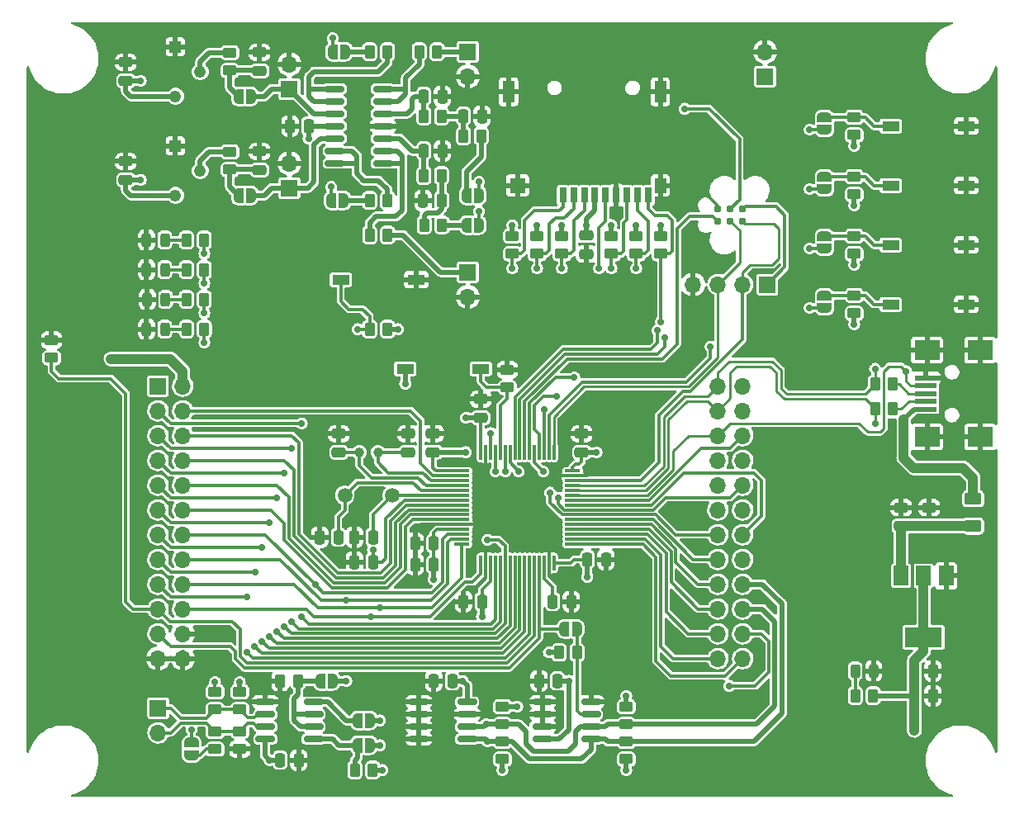
<source format=gbr>
%TF.GenerationSoftware,KiCad,Pcbnew,(6.0.7)*%
%TF.CreationDate,2022-10-04T16:49:08-03:00*%
%TF.ProjectId,Placa_Desenvolvimento_NuttX,506c6163-615f-4446-9573-656e766f6c76,rev?*%
%TF.SameCoordinates,Original*%
%TF.FileFunction,Copper,L1,Top*%
%TF.FilePolarity,Positive*%
%FSLAX46Y46*%
G04 Gerber Fmt 4.6, Leading zero omitted, Abs format (unit mm)*
G04 Created by KiCad (PCBNEW (6.0.7)) date 2022-10-04 16:49:08*
%MOMM*%
%LPD*%
G01*
G04 APERTURE LIST*
G04 Aperture macros list*
%AMRoundRect*
0 Rectangle with rounded corners*
0 $1 Rounding radius*
0 $2 $3 $4 $5 $6 $7 $8 $9 X,Y pos of 4 corners*
0 Add a 4 corners polygon primitive as box body*
4,1,4,$2,$3,$4,$5,$6,$7,$8,$9,$2,$3,0*
0 Add four circle primitives for the rounded corners*
1,1,$1+$1,$2,$3*
1,1,$1+$1,$4,$5*
1,1,$1+$1,$6,$7*
1,1,$1+$1,$8,$9*
0 Add four rect primitives between the rounded corners*
20,1,$1+$1,$2,$3,$4,$5,0*
20,1,$1+$1,$4,$5,$6,$7,0*
20,1,$1+$1,$6,$7,$8,$9,0*
20,1,$1+$1,$8,$9,$2,$3,0*%
%AMFreePoly0*
4,1,22,0.500000,-0.750000,0.000000,-0.750000,0.000000,-0.745033,-0.079941,-0.743568,-0.215256,-0.701293,-0.333266,-0.622738,-0.424486,-0.514219,-0.481581,-0.384460,-0.499164,-0.250000,-0.500000,-0.250000,-0.500000,0.250000,-0.499164,0.250000,-0.499963,0.256109,-0.478152,0.396186,-0.417904,0.524511,-0.324060,0.630769,-0.204165,0.706417,-0.067858,0.745374,0.000000,0.744959,0.000000,0.750000,
0.500000,0.750000,0.500000,-0.750000,0.500000,-0.750000,$1*%
%AMFreePoly1*
4,1,20,0.000000,0.744959,0.073905,0.744508,0.209726,0.703889,0.328688,0.626782,0.421226,0.519385,0.479903,0.390333,0.500000,0.250000,0.500000,-0.250000,0.499851,-0.262216,0.476331,-0.402017,0.414519,-0.529596,0.319384,-0.634700,0.198574,-0.708877,0.061801,-0.746166,0.000000,-0.745033,0.000000,-0.750000,-0.500000,-0.750000,-0.500000,0.750000,0.000000,0.750000,0.000000,0.744959,
0.000000,0.744959,$1*%
G04 Aperture macros list end*
%TA.AperFunction,SMDPad,CuDef*%
%ADD10RoundRect,0.250000X0.475000X-0.250000X0.475000X0.250000X-0.475000X0.250000X-0.475000X-0.250000X0*%
%TD*%
%TA.AperFunction,SMDPad,CuDef*%
%ADD11RoundRect,0.250000X0.262500X0.450000X-0.262500X0.450000X-0.262500X-0.450000X0.262500X-0.450000X0*%
%TD*%
%TA.AperFunction,SMDPad,CuDef*%
%ADD12RoundRect,0.250000X-0.450000X0.262500X-0.450000X-0.262500X0.450000X-0.262500X0.450000X0.262500X0*%
%TD*%
%TA.AperFunction,SMDPad,CuDef*%
%ADD13R,1.750000X1.000000*%
%TD*%
%TA.AperFunction,SMDPad,CuDef*%
%ADD14RoundRect,0.250000X0.450000X-0.262500X0.450000X0.262500X-0.450000X0.262500X-0.450000X-0.262500X0*%
%TD*%
%TA.AperFunction,SMDPad,CuDef*%
%ADD15RoundRect,0.250000X-0.250000X-0.475000X0.250000X-0.475000X0.250000X0.475000X-0.250000X0.475000X0*%
%TD*%
%TA.AperFunction,SMDPad,CuDef*%
%ADD16FreePoly0,180.000000*%
%TD*%
%TA.AperFunction,SMDPad,CuDef*%
%ADD17FreePoly1,180.000000*%
%TD*%
%TA.AperFunction,SMDPad,CuDef*%
%ADD18RoundRect,0.150000X0.825000X0.150000X-0.825000X0.150000X-0.825000X-0.150000X0.825000X-0.150000X0*%
%TD*%
%TA.AperFunction,SMDPad,CuDef*%
%ADD19RoundRect,0.250000X0.250000X0.475000X-0.250000X0.475000X-0.250000X-0.475000X0.250000X-0.475000X0*%
%TD*%
%TA.AperFunction,SMDPad,CuDef*%
%ADD20FreePoly0,90.000000*%
%TD*%
%TA.AperFunction,SMDPad,CuDef*%
%ADD21FreePoly1,90.000000*%
%TD*%
%TA.AperFunction,SMDPad,CuDef*%
%ADD22R,1.500000X2.000000*%
%TD*%
%TA.AperFunction,SMDPad,CuDef*%
%ADD23R,3.800000X2.000000*%
%TD*%
%TA.AperFunction,ComponentPad*%
%ADD24R,1.700000X1.700000*%
%TD*%
%TA.AperFunction,ComponentPad*%
%ADD25O,1.700000X1.700000*%
%TD*%
%TA.AperFunction,ComponentPad*%
%ADD26R,1.222000X1.222000*%
%TD*%
%TA.AperFunction,ComponentPad*%
%ADD27C,1.222000*%
%TD*%
%TA.AperFunction,SMDPad,CuDef*%
%ADD28RoundRect,0.250000X-0.262500X-0.450000X0.262500X-0.450000X0.262500X0.450000X-0.262500X0.450000X0*%
%TD*%
%TA.AperFunction,SMDPad,CuDef*%
%ADD29C,0.787000*%
%TD*%
%TA.AperFunction,SMDPad,CuDef*%
%ADD30RoundRect,0.250000X-0.475000X0.250000X-0.475000X-0.250000X0.475000X-0.250000X0.475000X0.250000X0*%
%TD*%
%TA.AperFunction,SMDPad,CuDef*%
%ADD31RoundRect,0.243750X-0.243750X-0.456250X0.243750X-0.456250X0.243750X0.456250X-0.243750X0.456250X0*%
%TD*%
%TA.AperFunction,ComponentPad*%
%ADD32C,1.500000*%
%TD*%
%TA.AperFunction,SMDPad,CuDef*%
%ADD33RoundRect,0.150000X-0.825000X-0.150000X0.825000X-0.150000X0.825000X0.150000X-0.825000X0.150000X0*%
%TD*%
%TA.AperFunction,ComponentPad*%
%ADD34C,1.000000*%
%TD*%
%TA.AperFunction,SMDPad,CuDef*%
%ADD35FreePoly0,0.000000*%
%TD*%
%TA.AperFunction,SMDPad,CuDef*%
%ADD36FreePoly1,0.000000*%
%TD*%
%TA.AperFunction,SMDPad,CuDef*%
%ADD37R,2.250000X0.500000*%
%TD*%
%TA.AperFunction,SMDPad,CuDef*%
%ADD38R,2.500000X2.000000*%
%TD*%
%TA.AperFunction,SMDPad,CuDef*%
%ADD39RoundRect,0.243750X0.243750X0.456250X-0.243750X0.456250X-0.243750X-0.456250X0.243750X-0.456250X0*%
%TD*%
%TA.AperFunction,SMDPad,CuDef*%
%ADD40RoundRect,0.075000X-0.700000X-0.075000X0.700000X-0.075000X0.700000X0.075000X-0.700000X0.075000X0*%
%TD*%
%TA.AperFunction,SMDPad,CuDef*%
%ADD41RoundRect,0.075000X-0.075000X-0.700000X0.075000X-0.700000X0.075000X0.700000X-0.075000X0.700000X0*%
%TD*%
%TA.AperFunction,SMDPad,CuDef*%
%ADD42RoundRect,0.250000X-0.625000X0.375000X-0.625000X-0.375000X0.625000X-0.375000X0.625000X0.375000X0*%
%TD*%
%TA.AperFunction,SMDPad,CuDef*%
%ADD43R,0.700000X1.600000*%
%TD*%
%TA.AperFunction,SMDPad,CuDef*%
%ADD44R,1.200000X1.500000*%
%TD*%
%TA.AperFunction,SMDPad,CuDef*%
%ADD45R,1.200000X2.200000*%
%TD*%
%TA.AperFunction,SMDPad,CuDef*%
%ADD46R,1.600000X1.500000*%
%TD*%
%TA.AperFunction,ViaPad*%
%ADD47C,0.800000*%
%TD*%
%TA.AperFunction,ViaPad*%
%ADD48C,0.700000*%
%TD*%
%TA.AperFunction,Conductor*%
%ADD49C,0.500000*%
%TD*%
%TA.AperFunction,Conductor*%
%ADD50C,1.000000*%
%TD*%
%TA.AperFunction,Conductor*%
%ADD51C,0.300000*%
%TD*%
%TA.AperFunction,Conductor*%
%ADD52C,0.250000*%
%TD*%
G04 APERTURE END LIST*
D10*
%TO.P,C4,1*%
%TO.N,+3.3V*%
X157480000Y-107630000D03*
%TO.P,C4,2*%
%TO.N,GND*%
X157480000Y-105730000D03*
%TD*%
D11*
%TO.P,R15,1*%
%TO.N,/MCU/LED_4*%
X118788500Y-94996000D03*
%TO.P,R15,2*%
%TO.N,Net-(LD4-Pad2)*%
X116963500Y-94996000D03*
%TD*%
D12*
%TO.P,R21,1*%
%TO.N,+3.3V*%
X149352000Y-133707500D03*
%TO.P,R21,2*%
%TO.N,/MCU/I2C_SCL*%
X149352000Y-135532500D03*
%TD*%
D13*
%TO.P,SW5,1,1*%
%TO.N,GND*%
X196915000Y-80264000D03*
%TO.P,SW5,2,2*%
%TO.N,Net-(JP3-Pad2)*%
X189165000Y-80264000D03*
%TD*%
D14*
%TO.P,R20,1*%
%TO.N,+3.3V*%
X149352000Y-139088500D03*
%TO.P,R20,2*%
%TO.N,/MCU/I2C_SDA*%
X149352000Y-137263500D03*
%TD*%
D15*
%TO.P,C29,1*%
%TO.N,Net-(C29-Pad1)*%
X145354000Y-73152000D03*
%TO.P,C29,2*%
%TO.N,GND*%
X147254000Y-73152000D03*
%TD*%
D16*
%TO.P,JP11,1,A*%
%TO.N,/MCU/USART2_RX*%
X135778000Y-137668000D03*
D17*
%TO.P,JP11,2,B*%
%TO.N,Net-(JP11-Pad2)*%
X134478000Y-137668000D03*
%TD*%
D12*
%TO.P,R9,1*%
%TO.N,+3.3V*%
X163068000Y-85447500D03*
%TO.P,R9,2*%
%TO.N,/MCU/SDIO_D1*%
X163068000Y-87272500D03*
%TD*%
D16*
%TO.P,JP12,1,A*%
%TO.N,/MCU/USART2_RTS*%
X131968000Y-131064000D03*
D17*
%TO.P,JP12,2,B*%
%TO.N,Net-(JP12-Pad2)*%
X130668000Y-131064000D03*
%TD*%
D11*
%TO.P,R33,1*%
%TO.N,+3.3V*%
X136040500Y-140208000D03*
%TO.P,R33,2*%
%TO.N,Net-(JP11-Pad2)*%
X134215500Y-140208000D03*
%TD*%
D18*
%TO.P,U6,1,SDA*%
%TO.N,/MCU/I2C_SDA*%
X158431000Y-137033000D03*
%TO.P,U6,2,SCL*%
%TO.N,/MCU/I2C_SCL*%
X158431000Y-135763000D03*
%TO.P,U6,3,O.S.*%
%TO.N,Net-(JP9-Pad1)*%
X158431000Y-134493000D03*
%TO.P,U6,4,GND*%
%TO.N,GND*%
X158431000Y-133223000D03*
%TO.P,U6,5,A2*%
X153481000Y-133223000D03*
%TO.P,U6,6,A1*%
X153481000Y-134493000D03*
%TO.P,U6,7,A0*%
X153481000Y-135763000D03*
%TO.P,U6,8,+Vs*%
%TO.N,+3.3V*%
X153481000Y-137033000D03*
%TD*%
D14*
%TO.P,R19,1*%
%TO.N,+3.3V*%
X185420000Y-75080500D03*
%TO.P,R19,2*%
%TO.N,Net-(JP4-Pad2)*%
X185420000Y-73255500D03*
%TD*%
D19*
%TO.P,C2,1*%
%TO.N,+3.3V*%
X147254000Y-122936000D03*
%TO.P,C2,2*%
%TO.N,GND*%
X145354000Y-122936000D03*
%TD*%
D15*
%TO.P,C30,1*%
%TO.N,Net-(C30-Pad1)*%
X141290000Y-71120000D03*
%TO.P,C30,2*%
%TO.N,GND*%
X143190000Y-71120000D03*
%TD*%
D20*
%TO.P,JP1,1,A*%
%TO.N,/MCU/SWIO_1*%
X182372000Y-92843500D03*
D21*
%TO.P,JP1,2,B*%
%TO.N,Net-(JP1-Pad2)*%
X182372000Y-91543500D03*
%TD*%
D11*
%TO.P,R11,1*%
%TO.N,+3.3V*%
X187348500Y-132588000D03*
%TO.P,R11,2*%
%TO.N,Net-(LD5-Pad2)*%
X185523500Y-132588000D03*
%TD*%
D12*
%TO.P,R8,1*%
%TO.N,+3.3V*%
X160528000Y-85447500D03*
%TO.P,R8,2*%
%TO.N,/MCU/SDIO_D0*%
X160528000Y-87272500D03*
%TD*%
D19*
%TO.P,C25,1*%
%TO.N,Net-(C25-Pad1)*%
X143115000Y-81788000D03*
%TO.P,C25,2*%
%TO.N,GND*%
X141215000Y-81788000D03*
%TD*%
D12*
%TO.P,R32,1*%
%TO.N,+3.3V*%
X122428000Y-132183500D03*
%TO.P,R32,2*%
%TO.N,/Perif\u00E9ricos/RS485+*%
X122428000Y-134008500D03*
%TD*%
D19*
%TO.P,C12,1*%
%TO.N,+3.3V*%
X142301000Y-116967000D03*
%TO.P,C12,2*%
%TO.N,GND*%
X140401000Y-116967000D03*
%TD*%
D22*
%TO.P,U1,1,GND*%
%TO.N,GND*%
X194832000Y-120294000D03*
%TO.P,U1,2,VO*%
%TO.N,+3.3V*%
X192532000Y-120294000D03*
D23*
X192532000Y-126594000D03*
D22*
%TO.P,U1,3,VI*%
%TO.N,+5V*%
X190232000Y-120294000D03*
%TD*%
D24*
%TO.P,CN7,1,Pin_1*%
%TO.N,Net-(CN7-Pad1)*%
X127508000Y-70363000D03*
D25*
%TO.P,CN7,2,Pin_2*%
%TO.N,GND*%
X127508000Y-67823000D03*
%TD*%
D19*
%TO.P,C15,1*%
%TO.N,/MCU/OSC_OUT*%
X136078000Y-116332000D03*
%TO.P,C15,2*%
%TO.N,GND*%
X134178000Y-116332000D03*
%TD*%
D12*
%TO.P,R24,1*%
%TO.N,Net-(R24-Pad1)*%
X121412000Y-76811500D03*
%TO.P,R24,2*%
%TO.N,Net-(C23-Pad1)*%
X121412000Y-78636500D03*
%TD*%
D19*
%TO.P,C13,1*%
%TO.N,+3.3V*%
X142301000Y-119126000D03*
%TO.P,C13,2*%
%TO.N,GND*%
X140401000Y-119126000D03*
%TD*%
D14*
%TO.P,R17,1*%
%TO.N,+3.3V*%
X185420000Y-87272500D03*
%TO.P,R17,2*%
%TO.N,Net-(JP2-Pad2)*%
X185420000Y-85447500D03*
%TD*%
D25*
%TO.P,CN2,1,Pin_1*%
%TO.N,/MCU/USB_D+*%
X171445000Y-100833000D03*
%TO.P,CN2,2,Pin_2*%
%TO.N,/MCU/PA15*%
X173985000Y-100833000D03*
%TO.P,CN2,3,Pin_3*%
%TO.N,/MCU/USB_D-*%
X171445000Y-103373000D03*
%TO.P,CN2,4,Pin_4*%
%TO.N,/MCU/PB4*%
X173985000Y-103373000D03*
%TO.P,CN2,5,Pin_5*%
%TO.N,/MCU/USB_ID*%
X171445000Y-105913000D03*
%TO.P,CN2,6,Pin_6*%
%TO.N,/MCU/PA9*%
X173985000Y-105913000D03*
%TO.P,CN2,7,Pin_7*%
%TO.N,/MCU/SDIO_CMD*%
X171445000Y-108453000D03*
%TO.P,CN2,8,Pin_8*%
%TO.N,/MCU/SDIO_CK*%
X173985000Y-108453000D03*
%TO.P,CN2,9,Pin_9*%
%TO.N,/MCU/SDIO_D3*%
X171445000Y-110993000D03*
%TO.P,CN2,10,Pin_10*%
%TO.N,/MCU/SDIO_D1*%
X173985000Y-110993000D03*
%TO.P,CN2,11,Pin_11*%
%TO.N,/MCU/SDIO_D2*%
X171445000Y-113533000D03*
%TO.P,CN2,12,Pin_12*%
%TO.N,/MCU/PB5*%
X173985000Y-113533000D03*
%TO.P,CN2,13,Pin_13*%
%TO.N,/MCU/SDIO_D0*%
X171445000Y-116073000D03*
%TO.P,CN2,14,Pin_14*%
%TO.N,/MCU/SD_CD*%
X173985000Y-116073000D03*
%TO.P,CN2,15,Pin_15*%
%TO.N,/MCU/PC7*%
X171445000Y-118613000D03*
%TO.P,CN2,16,Pin_16*%
%TO.N,/MCU/PWM_1*%
X173985000Y-118613000D03*
%TO.P,CN2,17,Pin_17*%
%TO.N,/MCU/SWIO_4*%
X171445000Y-121153000D03*
%TO.P,CN2,18,Pin_18*%
%TO.N,/MCU/I2C_SDA*%
X173985000Y-121153000D03*
%TO.P,CN2,19,Pin_19*%
%TO.N,/MCU/SWIO_3*%
X171445000Y-123693000D03*
%TO.P,CN2,20,Pin_20*%
%TO.N,/MCU/I2C_SCL*%
X173985000Y-123693000D03*
%TO.P,CN2,21,Pin_21*%
%TO.N,/MCU/SWIO_2*%
X171445000Y-126233000D03*
%TO.P,CN2,22,Pin_22*%
%TO.N,/MCU/PB9*%
X173985000Y-126233000D03*
%TO.P,CN2,23,Pin_23*%
%TO.N,/MCU/SWIO_1*%
X171445000Y-128773000D03*
%TO.P,CN2,24,Pin_24*%
%TO.N,/MCU/PB12*%
X173985000Y-128773000D03*
%TD*%
D26*
%TO.P,VR1,1*%
%TO.N,GND*%
X115824000Y-66040000D03*
D27*
%TO.P,VR1,2*%
%TO.N,Net-(R22-Pad1)*%
X118364000Y-68580000D03*
%TO.P,VR1,3*%
%TO.N,+3.3V*%
X115824000Y-71120000D03*
%TD*%
D14*
%TO.P,R34,1*%
%TO.N,/Perif\u00E9ricos/RS485+*%
X119888000Y-134008500D03*
%TO.P,R34,2*%
%TO.N,Net-(JP13-Pad2)*%
X119888000Y-132183500D03*
%TD*%
D13*
%TO.P,SW4,1,1*%
%TO.N,GND*%
X196915000Y-86360000D03*
%TO.P,SW4,2,2*%
%TO.N,Net-(JP2-Pad2)*%
X189165000Y-86360000D03*
%TD*%
D19*
%TO.P,C24,1*%
%TO.N,+3.3V*%
X155001000Y-131064000D03*
%TO.P,C24,2*%
%TO.N,GND*%
X153101000Y-131064000D03*
%TD*%
D11*
%TO.P,R13,1*%
%TO.N,/MCU/LED_2*%
X118768500Y-88900000D03*
%TO.P,R13,2*%
%TO.N,Net-(LD2-Pad2)*%
X116943500Y-88900000D03*
%TD*%
D10*
%TO.P,C6,1*%
%TO.N,+5V*%
X193101000Y-115192000D03*
%TO.P,C6,2*%
%TO.N,GND*%
X193101000Y-113292000D03*
%TD*%
D15*
%TO.P,C26,1*%
%TO.N,Net-(C26-Pad1)*%
X141290000Y-76708000D03*
%TO.P,C26,2*%
%TO.N,GND*%
X143190000Y-76708000D03*
%TD*%
D28*
%TO.P,R31,1*%
%TO.N,Net-(R31-Pad1)*%
X135739500Y-85344000D03*
%TO.P,R31,2*%
%TO.N,Net-(CN9-Pad1)*%
X137564500Y-85344000D03*
%TD*%
D26*
%TO.P,VR2,1*%
%TO.N,GND*%
X115824000Y-76200000D03*
D27*
%TO.P,VR2,2*%
%TO.N,Net-(R24-Pad1)*%
X118364000Y-78740000D03*
%TO.P,VR2,3*%
%TO.N,+3.3V*%
X115824000Y-81280000D03*
%TD*%
D10*
%TO.P,C18,1*%
%TO.N,/MCU/OSC32_OUT*%
X132588000Y-107630000D03*
%TO.P,C18,2*%
%TO.N,GND*%
X132588000Y-105730000D03*
%TD*%
D14*
%TO.P,R25,1*%
%TO.N,+3.3V*%
X162052000Y-139088500D03*
%TO.P,R25,2*%
%TO.N,/MCU/I2C_SDA*%
X162052000Y-137263500D03*
%TD*%
D16*
%TO.P,JP14,1,A*%
%TO.N,/MCU/PWM_2*%
X146954000Y-81280000D03*
D17*
%TO.P,JP14,2,B*%
%TO.N,Net-(JP14-Pad2)*%
X145654000Y-81280000D03*
%TD*%
D11*
%TO.P,R3,1*%
%TO.N,Net-(CN1-Pad3)*%
X189380500Y-100650000D03*
%TO.P,R3,2*%
%TO.N,/MCU/USB_D+*%
X187555500Y-100650000D03*
%TD*%
D29*
%TO.P,CN5,1,VTREF*%
%TO.N,+3.3V*%
X173990000Y-82677000D03*
%TO.P,CN5,2,SWDIO*%
%TO.N,/MCU/SWDIO*%
X173990000Y-83947000D03*
%TO.P,CN5,3,nRESET*%
%TO.N,/MCU/nRST*%
X172720000Y-82677000D03*
%TO.P,CN5,4,SWCLK*%
%TO.N,/MCU/SWCLK*%
X172720000Y-83947000D03*
%TO.P,CN5,5,GND*%
%TO.N,GND*%
X171450000Y-82677000D03*
%TO.P,CN5,6,SWO*%
%TO.N,/MCU/SWO*%
X171450000Y-83947000D03*
%TD*%
D16*
%TO.P,JP10,1,A*%
%TO.N,/MCU/PWM_1*%
X146954000Y-84328000D03*
D17*
%TO.P,JP10,2,B*%
%TO.N,Net-(JP10-Pad2)*%
X145654000Y-84328000D03*
%TD*%
D11*
%TO.P,R28,1*%
%TO.N,Net-(R28-Pad1)*%
X137564500Y-81788000D03*
%TO.P,R28,2*%
%TO.N,Net-(JP8-Pad1)*%
X135739500Y-81788000D03*
%TD*%
D15*
%TO.P,C9,1*%
%TO.N,+3.3V*%
X191582000Y-132588000D03*
%TO.P,C9,2*%
%TO.N,GND*%
X193482000Y-132588000D03*
%TD*%
D12*
%TO.P,R26,1*%
%TO.N,+3.3V*%
X162052000Y-133707500D03*
%TO.P,R26,2*%
%TO.N,/MCU/I2C_SCL*%
X162052000Y-135532500D03*
%TD*%
D13*
%TO.P,SW2,1,1*%
%TO.N,GND*%
X140527000Y-89916000D03*
%TO.P,SW2,2,2*%
%TO.N,/MCU/nRST*%
X132777000Y-89916000D03*
%TD*%
D12*
%TO.P,R7,1*%
%TO.N,+3.3V*%
X152908000Y-85447500D03*
%TO.P,R7,2*%
%TO.N,/MCU/SDIO_D3*%
X152908000Y-87272500D03*
%TD*%
D10*
%TO.P,C5,1*%
%TO.N,+3.3V*%
X147126000Y-104074000D03*
%TO.P,C5,2*%
%TO.N,GND*%
X147126000Y-102174000D03*
%TD*%
D14*
%TO.P,R41,1*%
%TO.N,/MCU/PB2*%
X103124000Y-97940500D03*
%TO.P,R41,2*%
%TO.N,GND*%
X103124000Y-96115500D03*
%TD*%
D24*
%TO.P,CN6,1,Pin_1*%
%TO.N,+3.3V*%
X176520000Y-90424000D03*
D25*
%TO.P,CN6,2,Pin_2*%
%TO.N,/MCU/SWDIO*%
X173980000Y-90424000D03*
%TO.P,CN6,3,Pin_3*%
%TO.N,/MCU/SWCLK*%
X171440000Y-90424000D03*
%TO.P,CN6,4,Pin_4*%
%TO.N,GND*%
X168900000Y-90424000D03*
%TD*%
D11*
%TO.P,R2,1*%
%TO.N,Net-(CN1-Pad2)*%
X189380500Y-103190000D03*
%TO.P,R2,2*%
%TO.N,/MCU/USB_D-*%
X187555500Y-103190000D03*
%TD*%
D30*
%TO.P,C16,1*%
%TO.N,+3.3V*%
X157988000Y-85410000D03*
%TO.P,C16,2*%
%TO.N,GND*%
X157988000Y-87310000D03*
%TD*%
D12*
%TO.P,R5,1*%
%TO.N,+3.3V*%
X165608000Y-85447500D03*
%TO.P,R5,2*%
%TO.N,/MCU/SD_CD*%
X165608000Y-87272500D03*
%TD*%
D31*
%TO.P,LD3,1,K*%
%TO.N,GND*%
X112933000Y-91948000D03*
%TO.P,LD3,2,A*%
%TO.N,Net-(LD3-Pad2)*%
X114808000Y-91948000D03*
%TD*%
D15*
%TO.P,C28,1*%
%TO.N,+3.3V*%
X126558000Y-139192000D03*
%TO.P,C28,2*%
%TO.N,GND*%
X128458000Y-139192000D03*
%TD*%
D11*
%TO.P,R39,1*%
%TO.N,Net-(JP12-Pad2)*%
X128397000Y-131064000D03*
%TO.P,R39,2*%
%TO.N,GND*%
X126572000Y-131064000D03*
%TD*%
D24*
%TO.P,CN4,1,Pin_1*%
%TO.N,+3.3V*%
X114041000Y-100833000D03*
D25*
%TO.P,CN4,2,Pin_2*%
%TO.N,+5V*%
X116581000Y-100833000D03*
%TO.P,CN4,3,Pin_3*%
%TO.N,/MCU/ADC_2*%
X114041000Y-103373000D03*
%TO.P,CN4,4,Pin_4*%
%TO.N,/MCU/PC13*%
X116581000Y-103373000D03*
%TO.P,CN4,5,Pin_5*%
%TO.N,/MCU/PA5*%
X114041000Y-105913000D03*
%TO.P,CN4,6,Pin_6*%
%TO.N,/MCU/LED_1*%
X116581000Y-105913000D03*
%TO.P,CN4,7,Pin_7*%
%TO.N,/MCU/PWM_2*%
X114041000Y-108453000D03*
%TO.P,CN4,8,Pin_8*%
%TO.N,/MCU/LED_2*%
X116581000Y-108453000D03*
%TO.P,CN4,9,Pin_9*%
%TO.N,/MCU/PA7*%
X114041000Y-110993000D03*
%TO.P,CN4,10,Pin_10*%
%TO.N,/MCU/LED_3*%
X116581000Y-110993000D03*
%TO.P,CN4,11,Pin_11*%
%TO.N,/MCU/PC4*%
X114041000Y-113533000D03*
%TO.P,CN4,12,Pin_12*%
%TO.N,/MCU/LED_4*%
X116581000Y-113533000D03*
%TO.P,CN4,13,Pin_13*%
%TO.N,/MCU/PC5*%
X114041000Y-116073000D03*
%TO.P,CN4,14,Pin_14*%
%TO.N,/MCU/ADC_1*%
X116581000Y-116073000D03*
%TO.P,CN4,15,Pin_15*%
%TO.N,/MCU/PB0*%
X114041000Y-118613000D03*
%TO.P,CN4,16,Pin_16*%
%TO.N,/MCU/USART2_RTS*%
X116581000Y-118613000D03*
%TO.P,CN4,17,Pin_17*%
%TO.N,/MCU/PB1*%
X114041000Y-121153000D03*
%TO.P,CN4,18,Pin_18*%
%TO.N,/MCU/USART2_TX*%
X116581000Y-121153000D03*
%TO.P,CN4,19,Pin_19*%
%TO.N,/MCU/PB2*%
X114041000Y-123693000D03*
%TO.P,CN4,20,Pin_20*%
%TO.N,/MCU/USART2_RX*%
X116581000Y-123693000D03*
%TO.P,CN4,21,Pin_21*%
%TO.N,/MCU/TEMP_INT*%
X114041000Y-126233000D03*
%TO.P,CN4,22,Pin_22*%
%TO.N,GND*%
X116581000Y-126233000D03*
%TO.P,CN4,23,Pin_23*%
X114041000Y-128773000D03*
%TO.P,CN4,24,Pin_24*%
X116581000Y-128773000D03*
%TD*%
D32*
%TO.P,X1,1,1*%
%TO.N,/MCU/OSC_IN*%
X133186000Y-112034000D03*
%TO.P,X1,2,2*%
%TO.N,/MCU/OSC_OUT*%
X138066000Y-112034000D03*
%TD*%
D12*
%TO.P,R6,1*%
%TO.N,+3.3V*%
X150368000Y-85447500D03*
%TO.P,R6,2*%
%TO.N,/MCU/SDIO_D2*%
X150368000Y-87272500D03*
%TD*%
D11*
%TO.P,R12,1*%
%TO.N,/MCU/LED_1*%
X118768500Y-85852000D03*
%TO.P,R12,2*%
%TO.N,Net-(LD1-Pad2)*%
X116943500Y-85852000D03*
%TD*%
%TO.P,R14,1*%
%TO.N,/MCU/LED_3*%
X118768500Y-91948000D03*
%TO.P,R14,2*%
%TO.N,Net-(LD3-Pad2)*%
X116943500Y-91948000D03*
%TD*%
D28*
%TO.P,R37,1*%
%TO.N,Net-(R37-Pad1)*%
X140819500Y-66548000D03*
%TO.P,R37,2*%
%TO.N,Net-(CN11-Pad1)*%
X142644500Y-66548000D03*
%TD*%
D15*
%TO.P,C11,1*%
%TO.N,Net-(C11-Pad1)*%
X154498000Y-122936000D03*
%TO.P,C11,2*%
%TO.N,GND*%
X156398000Y-122936000D03*
%TD*%
D33*
%TO.P,U4,1,A0*%
%TO.N,GND*%
X140781000Y-133223000D03*
%TO.P,U4,2,A1*%
X140781000Y-134493000D03*
%TO.P,U4,3,A2*%
X140781000Y-135763000D03*
%TO.P,U4,4,GND*%
X140781000Y-137033000D03*
%TO.P,U4,5,SDA*%
%TO.N,/MCU/I2C_SDA*%
X145731000Y-137033000D03*
%TO.P,U4,6,SCL*%
%TO.N,/MCU/I2C_SCL*%
X145731000Y-135763000D03*
%TO.P,U4,7,WP*%
%TO.N,GND*%
X145731000Y-134493000D03*
%TO.P,U4,8,VCC*%
%TO.N,+3.3V*%
X145731000Y-133223000D03*
%TD*%
D16*
%TO.P,JP6,1,A*%
%TO.N,Net-(JP6-Pad1)*%
X133238000Y-66548000D03*
D17*
%TO.P,JP6,2,B*%
%TO.N,/MCU/ADC_1*%
X131938000Y-66548000D03*
%TD*%
D34*
%TO.P,X2,1,1*%
%TO.N,/MCU/OSC32_IN*%
X136586000Y-107632000D03*
%TO.P,X2,2,2*%
%TO.N,/MCU/OSC32_OUT*%
X134686000Y-107632000D03*
%TD*%
D10*
%TO.P,C1,1*%
%TO.N,+3.3V*%
X142240000Y-107609000D03*
%TO.P,C1,2*%
%TO.N,GND*%
X142240000Y-105709000D03*
%TD*%
D24*
%TO.P,CN10,1,Pin_1*%
%TO.N,/Perif\u00E9ricos/RS485+*%
X114046000Y-133853000D03*
D25*
%TO.P,CN10,2,Pin_2*%
%TO.N,/Perif\u00E9ricos/RS485-*%
X114046000Y-136393000D03*
%TD*%
D24*
%TO.P,CN8,1,Pin_1*%
%TO.N,Net-(CN8-Pad1)*%
X127508000Y-80523000D03*
D25*
%TO.P,CN8,2,Pin_2*%
%TO.N,GND*%
X127508000Y-77983000D03*
%TD*%
D19*
%TO.P,C19,1*%
%TO.N,+3.3V*%
X144206000Y-131064000D03*
%TO.P,C19,2*%
%TO.N,GND*%
X142306000Y-131064000D03*
%TD*%
D28*
%TO.P,R27,1*%
%TO.N,+3.3V*%
X155170500Y-128143000D03*
%TO.P,R27,2*%
%TO.N,Net-(JP9-Pad1)*%
X156995500Y-128143000D03*
%TD*%
D11*
%TO.P,R30,1*%
%TO.N,Net-(C25-Pad1)*%
X143115000Y-79248000D03*
%TO.P,R30,2*%
%TO.N,Net-(C26-Pad1)*%
X141290000Y-79248000D03*
%TD*%
D20*
%TO.P,JP3,1,A*%
%TO.N,/MCU/SWIO_3*%
X182372000Y-80651500D03*
D21*
%TO.P,JP3,2,B*%
%TO.N,Net-(JP3-Pad2)*%
X182372000Y-79351500D03*
%TD*%
D10*
%TO.P,C17,1*%
%TO.N,/MCU/OSC32_IN*%
X139700000Y-107630000D03*
%TO.P,C17,2*%
%TO.N,GND*%
X139700000Y-105730000D03*
%TD*%
D35*
%TO.P,JP5,1,A*%
%TO.N,Net-(C21-Pad1)*%
X122286000Y-71120000D03*
D36*
%TO.P,JP5,2,B*%
%TO.N,Net-(CN7-Pad1)*%
X123586000Y-71120000D03*
%TD*%
D37*
%TO.P,CN1,1,VBUS*%
%TO.N,VBUS*%
X192755000Y-103200000D03*
%TO.P,CN1,2,D-*%
%TO.N,Net-(CN1-Pad2)*%
X192755000Y-102400000D03*
%TO.P,CN1,3,D+*%
%TO.N,Net-(CN1-Pad3)*%
X192755000Y-101600000D03*
%TO.P,CN1,4,ID*%
%TO.N,/MCU/USB_ID*%
X192755000Y-100800000D03*
%TO.P,CN1,5,GND*%
%TO.N,GND*%
X192755000Y-100000000D03*
D38*
%TO.P,CN1,6,Shield*%
X198330000Y-97150000D03*
X192880000Y-97150000D03*
X192880000Y-106050000D03*
X198330000Y-106050000D03*
%TD*%
D35*
%TO.P,JP7,1,A*%
%TO.N,Net-(C23-Pad1)*%
X122286000Y-81280000D03*
D36*
%TO.P,JP7,2,B*%
%TO.N,Net-(CN8-Pad1)*%
X123586000Y-81280000D03*
%TD*%
D20*
%TO.P,JP4,1,A*%
%TO.N,/MCU/SWIO_4*%
X182372000Y-74555500D03*
D21*
%TO.P,JP4,2,B*%
%TO.N,Net-(JP4-Pad2)*%
X182372000Y-73255500D03*
%TD*%
D12*
%TO.P,R22,1*%
%TO.N,Net-(R22-Pad1)*%
X121412000Y-66651500D03*
%TO.P,R22,2*%
%TO.N,Net-(C21-Pad1)*%
X121412000Y-68476500D03*
%TD*%
D15*
%TO.P,C8,1*%
%TO.N,+3.3V*%
X191582000Y-130048000D03*
%TO.P,C8,2*%
%TO.N,GND*%
X193482000Y-130048000D03*
%TD*%
D31*
%TO.P,LD2,1,K*%
%TO.N,GND*%
X112854500Y-88900000D03*
%TO.P,LD2,2,A*%
%TO.N,Net-(LD2-Pad2)*%
X114729500Y-88900000D03*
%TD*%
D16*
%TO.P,JP9,1,A*%
%TO.N,Net-(JP9-Pad1)*%
X156995500Y-125730000D03*
D17*
%TO.P,JP9,2,B*%
%TO.N,/MCU/TEMP_INT*%
X155695500Y-125730000D03*
%TD*%
D14*
%TO.P,R4,1*%
%TO.N,Net-(R4-Pad1)*%
X149860000Y-100988500D03*
%TO.P,R4,2*%
%TO.N,GND*%
X149860000Y-99163500D03*
%TD*%
D13*
%TO.P,SW3,1,1*%
%TO.N,GND*%
X196915000Y-92456000D03*
%TO.P,SW3,2,2*%
%TO.N,Net-(JP1-Pad2)*%
X189165000Y-92456000D03*
%TD*%
D24*
%TO.P,CN12,1,Pin_1*%
%TO.N,+3.3V*%
X176276000Y-69088000D03*
D25*
%TO.P,CN12,2,Pin_2*%
%TO.N,GND*%
X176276000Y-66548000D03*
%TD*%
D20*
%TO.P,JP2,1,A*%
%TO.N,/MCU/SWIO_2*%
X182372000Y-86747500D03*
D21*
%TO.P,JP2,2,B*%
%TO.N,Net-(JP2-Pad2)*%
X182372000Y-85447500D03*
%TD*%
D10*
%TO.P,C22,1*%
%TO.N,+3.3V*%
X110744000Y-79690000D03*
%TO.P,C22,2*%
%TO.N,GND*%
X110744000Y-77790000D03*
%TD*%
%TO.P,C21,1*%
%TO.N,Net-(C21-Pad1)*%
X124460000Y-68514000D03*
%TO.P,C21,2*%
%TO.N,GND*%
X124460000Y-66614000D03*
%TD*%
D33*
%TO.P,U5,1*%
%TO.N,Net-(R23-Pad1)*%
X132145000Y-70358000D03*
%TO.P,U5,2,-*%
X132145000Y-71628000D03*
%TO.P,U5,3,+*%
%TO.N,Net-(CN7-Pad1)*%
X132145000Y-72898000D03*
%TO.P,U5,4,V+*%
%TO.N,+5V*%
X132145000Y-74168000D03*
%TO.P,U5,5,+*%
%TO.N,Net-(CN8-Pad1)*%
X132145000Y-75438000D03*
%TO.P,U5,6,-*%
%TO.N,Net-(R28-Pad1)*%
X132145000Y-76708000D03*
%TO.P,U5,7*%
X132145000Y-77978000D03*
%TO.P,U5,8*%
%TO.N,Net-(R31-Pad1)*%
X137095000Y-77978000D03*
%TO.P,U5,9,-*%
X137095000Y-76708000D03*
%TO.P,U5,10,+*%
%TO.N,Net-(C26-Pad1)*%
X137095000Y-75438000D03*
%TO.P,U5,11,V-*%
%TO.N,GND*%
X137095000Y-74168000D03*
%TO.P,U5,12,+*%
%TO.N,Net-(C30-Pad1)*%
X137095000Y-72898000D03*
%TO.P,U5,13,-*%
%TO.N,Net-(R37-Pad1)*%
X137095000Y-71628000D03*
%TO.P,U5,14*%
X137095000Y-70358000D03*
%TD*%
D15*
%TO.P,C10,1*%
%TO.N,GND*%
X134178000Y-118872000D03*
%TO.P,C10,2*%
%TO.N,/MCU/nRST*%
X136078000Y-118872000D03*
%TD*%
D24*
%TO.P,CN9,1,Pin_1*%
%TO.N,Net-(CN9-Pad1)*%
X145796000Y-89149000D03*
D25*
%TO.P,CN9,2,Pin_2*%
%TO.N,GND*%
X145796000Y-91689000D03*
%TD*%
D11*
%TO.P,R1,1*%
%TO.N,+3.3V*%
X137564500Y-94996000D03*
%TO.P,R1,2*%
%TO.N,/MCU/nRST*%
X135739500Y-94996000D03*
%TD*%
D13*
%TO.P,SW6,1,1*%
%TO.N,GND*%
X196915000Y-74168000D03*
%TO.P,SW6,2,2*%
%TO.N,Net-(JP4-Pad2)*%
X189165000Y-74168000D03*
%TD*%
D11*
%TO.P,R36,1*%
%TO.N,Net-(C29-Pad1)*%
X143115000Y-73152000D03*
%TO.P,R36,2*%
%TO.N,Net-(C30-Pad1)*%
X141290000Y-73152000D03*
%TD*%
D14*
%TO.P,R16,1*%
%TO.N,+3.3V*%
X185420000Y-93368500D03*
%TO.P,R16,2*%
%TO.N,Net-(JP1-Pad2)*%
X185420000Y-91543500D03*
%TD*%
D11*
%TO.P,R29,1*%
%TO.N,Net-(JP10-Pad2)*%
X143152500Y-84328000D03*
%TO.P,R29,2*%
%TO.N,Net-(C25-Pad1)*%
X141327500Y-84328000D03*
%TD*%
D24*
%TO.P,CN11,1,Pin_1*%
%TO.N,Net-(CN11-Pad1)*%
X145796000Y-66548000D03*
D25*
%TO.P,CN11,2,Pin_2*%
%TO.N,GND*%
X145796000Y-69088000D03*
%TD*%
D19*
%TO.P,C14,1*%
%TO.N,/MCU/OSC_IN*%
X132522000Y-116332000D03*
%TO.P,C14,2*%
%TO.N,GND*%
X130622000Y-116332000D03*
%TD*%
D39*
%TO.P,LD5,1,K*%
%TO.N,GND*%
X187398500Y-130048000D03*
%TO.P,LD5,2,A*%
%TO.N,Net-(LD5-Pad2)*%
X185523500Y-130048000D03*
%TD*%
D16*
%TO.P,JP8,1,A*%
%TO.N,Net-(JP8-Pad1)*%
X133096000Y-81788000D03*
D17*
%TO.P,JP8,2,B*%
%TO.N,/MCU/ADC_2*%
X131796000Y-81788000D03*
%TD*%
D14*
%TO.P,R18,1*%
%TO.N,+3.3V*%
X185420000Y-81176500D03*
%TO.P,R18,2*%
%TO.N,Net-(JP3-Pad2)*%
X185420000Y-79351500D03*
%TD*%
D11*
%TO.P,R35,1*%
%TO.N,Net-(JP14-Pad2)*%
X147179000Y-75184000D03*
%TO.P,R35,2*%
%TO.N,Net-(C29-Pad1)*%
X145354000Y-75184000D03*
%TD*%
D12*
%TO.P,R38,1*%
%TO.N,/Perif\u00E9ricos/RS485-*%
X119888000Y-136247500D03*
%TO.P,R38,2*%
%TO.N,Net-(JP13-Pad1)*%
X119888000Y-138072500D03*
%TD*%
D40*
%TO.P,U3,1,VBAT*%
%TO.N,+3.3V*%
X145201000Y-109534000D03*
%TO.P,U3,2,PC13*%
%TO.N,/MCU/PC13*%
X145201000Y-110034000D03*
%TO.P,U3,3,PC14*%
%TO.N,/MCU/OSC32_IN*%
X145201000Y-110534000D03*
%TO.P,U3,4,PC15*%
%TO.N,/MCU/OSC32_OUT*%
X145201000Y-111034000D03*
%TO.P,U3,5,PH0*%
%TO.N,/MCU/OSC_IN*%
X145201000Y-111534000D03*
%TO.P,U3,6,PH1*%
%TO.N,/MCU/OSC_OUT*%
X145201000Y-112034000D03*
%TO.P,U3,7,NRST*%
%TO.N,/MCU/nRST*%
X145201000Y-112534000D03*
%TO.P,U3,8,PC0*%
%TO.N,/MCU/LED_1*%
X145201000Y-113034000D03*
%TO.P,U3,9,PC1*%
%TO.N,/MCU/LED_2*%
X145201000Y-113534000D03*
%TO.P,U3,10,PC2*%
%TO.N,/MCU/LED_3*%
X145201000Y-114034000D03*
%TO.P,U3,11,PC3*%
%TO.N,/MCU/LED_4*%
X145201000Y-114534000D03*
%TO.P,U3,12,VSSA*%
%TO.N,GND*%
X145201000Y-115034000D03*
%TO.P,U3,13,VREF+*%
%TO.N,+3.3V*%
X145201000Y-115534000D03*
%TO.P,U3,14,PA0*%
%TO.N,/MCU/ADC_1*%
X145201000Y-116034000D03*
%TO.P,U3,15,PA1*%
%TO.N,/MCU/USART2_RTS*%
X145201000Y-116534000D03*
%TO.P,U3,16,PA2*%
%TO.N,/MCU/USART2_TX*%
X145201000Y-117034000D03*
D41*
%TO.P,U3,17,PA3*%
%TO.N,/MCU/USART2_RX*%
X147126000Y-118959000D03*
%TO.P,U3,18,VSS*%
%TO.N,GND*%
X147626000Y-118959000D03*
%TO.P,U3,19,VDD*%
%TO.N,+3.3V*%
X148126000Y-118959000D03*
%TO.P,U3,20,PA4*%
%TO.N,/MCU/ADC_2*%
X148626000Y-118959000D03*
%TO.P,U3,21,PA5*%
%TO.N,/MCU/PA5*%
X149126000Y-118959000D03*
%TO.P,U3,22,PA6*%
%TO.N,/MCU/PWM_2*%
X149626000Y-118959000D03*
%TO.P,U3,23,PA7*%
%TO.N,/MCU/PA7*%
X150126000Y-118959000D03*
%TO.P,U3,24,PC4*%
%TO.N,/MCU/PC4*%
X150626000Y-118959000D03*
%TO.P,U3,25,PC5*%
%TO.N,/MCU/PC5*%
X151126000Y-118959000D03*
%TO.P,U3,26,PB0*%
%TO.N,/MCU/PB0*%
X151626000Y-118959000D03*
%TO.P,U3,27,PB1*%
%TO.N,/MCU/PB1*%
X152126000Y-118959000D03*
%TO.P,U3,28,PB2*%
%TO.N,/MCU/PB2*%
X152626000Y-118959000D03*
%TO.P,U3,29,PB10*%
%TO.N,/MCU/TEMP_INT*%
X153126000Y-118959000D03*
%TO.P,U3,30,VCAP1*%
%TO.N,Net-(C11-Pad1)*%
X153626000Y-118959000D03*
%TO.P,U3,31,VSS*%
%TO.N,GND*%
X154126000Y-118959000D03*
%TO.P,U3,32,VDD*%
%TO.N,+3.3V*%
X154626000Y-118959000D03*
D40*
%TO.P,U3,33,PB12*%
%TO.N,/MCU/PB12*%
X156551000Y-117034000D03*
%TO.P,U3,34,PB13*%
%TO.N,/MCU/SWIO_1*%
X156551000Y-116534000D03*
%TO.P,U3,35,PB14*%
%TO.N,/MCU/SWIO_2*%
X156551000Y-116034000D03*
%TO.P,U3,36,PB15*%
%TO.N,/MCU/SWIO_3*%
X156551000Y-115534000D03*
%TO.P,U3,37,PC6*%
%TO.N,/MCU/SWIO_4*%
X156551000Y-115034000D03*
%TO.P,U3,38,PC7*%
%TO.N,/MCU/PC7*%
X156551000Y-114534000D03*
%TO.P,U3,39,PC8*%
%TO.N,/MCU/SDIO_D0*%
X156551000Y-114034000D03*
%TO.P,U3,40,PC9*%
%TO.N,/MCU/SDIO_D1*%
X156551000Y-113534000D03*
%TO.P,U3,41,PA8*%
%TO.N,/MCU/SD_CD*%
X156551000Y-113034000D03*
%TO.P,U3,42,PA9*%
%TO.N,/MCU/PA9*%
X156551000Y-112534000D03*
%TO.P,U3,43,PA10*%
%TO.N,/MCU/USB_ID*%
X156551000Y-112034000D03*
%TO.P,U3,44,PA11*%
%TO.N,/MCU/USB_D-*%
X156551000Y-111534000D03*
%TO.P,U3,45,PA12*%
%TO.N,/MCU/USB_D+*%
X156551000Y-111034000D03*
%TO.P,U3,46,PA13*%
%TO.N,/MCU/SWDIO*%
X156551000Y-110534000D03*
%TO.P,U3,47,VSS*%
%TO.N,GND*%
X156551000Y-110034000D03*
%TO.P,U3,48,VDD*%
%TO.N,+3.3V*%
X156551000Y-109534000D03*
D41*
%TO.P,U3,49,PA14*%
%TO.N,/MCU/SWCLK*%
X154626000Y-107609000D03*
%TO.P,U3,50,PA15*%
%TO.N,/MCU/PA15*%
X154126000Y-107609000D03*
%TO.P,U3,51,PC10*%
%TO.N,/MCU/SDIO_D2*%
X153626000Y-107609000D03*
%TO.P,U3,52,PC11*%
%TO.N,/MCU/SDIO_D3*%
X153126000Y-107609000D03*
%TO.P,U3,53,PC12*%
%TO.N,/MCU/SDIO_CK*%
X152626000Y-107609000D03*
%TO.P,U3,54,PD2*%
%TO.N,/MCU/SDIO_CMD*%
X152126000Y-107609000D03*
%TO.P,U3,55,PB3*%
%TO.N,/MCU/SWO*%
X151626000Y-107609000D03*
%TO.P,U3,56,PB4*%
%TO.N,/MCU/PB4*%
X151126000Y-107609000D03*
%TO.P,U3,57,PB5*%
%TO.N,/MCU/PB5*%
X150626000Y-107609000D03*
%TO.P,U3,58,PB6*%
%TO.N,/MCU/PWM_1*%
X150126000Y-107609000D03*
%TO.P,U3,59,PB7*%
%TO.N,/MCU/I2C_SDA*%
X149626000Y-107609000D03*
%TO.P,U3,60,BOOT0*%
%TO.N,Net-(R4-Pad1)*%
X149126000Y-107609000D03*
%TO.P,U3,61,PB8*%
%TO.N,/MCU/I2C_SCL*%
X148626000Y-107609000D03*
%TO.P,U3,62,PB9*%
%TO.N,/MCU/PB9*%
X148126000Y-107609000D03*
%TO.P,U3,63,VSS*%
%TO.N,GND*%
X147626000Y-107609000D03*
%TO.P,U3,64,VDD*%
%TO.N,+3.3V*%
X147126000Y-107609000D03*
%TD*%
D15*
%TO.P,C3,1*%
%TO.N,+3.3V*%
X158054000Y-118618000D03*
%TO.P,C3,2*%
%TO.N,GND*%
X159954000Y-118618000D03*
%TD*%
D16*
%TO.P,JP15,1,A*%
%TO.N,/MCU/USART2_TX*%
X135778000Y-135128000D03*
D17*
%TO.P,JP15,2,B*%
%TO.N,Net-(JP15-Pad2)*%
X134478000Y-135128000D03*
%TD*%
D31*
%TO.P,LD4,1,K*%
%TO.N,GND*%
X112854500Y-94996000D03*
%TO.P,LD4,2,A*%
%TO.N,Net-(LD4-Pad2)*%
X114729500Y-94996000D03*
%TD*%
D10*
%TO.P,C20,1*%
%TO.N,+3.3V*%
X110744000Y-69530000D03*
%TO.P,C20,2*%
%TO.N,GND*%
X110744000Y-67630000D03*
%TD*%
D12*
%TO.P,R10,1*%
%TO.N,+3.3V*%
X155448000Y-85447500D03*
%TO.P,R10,2*%
%TO.N,/MCU/SDIO_CMD*%
X155448000Y-87272500D03*
%TD*%
D19*
%TO.P,C27,1*%
%TO.N,+5V*%
X129474000Y-74168000D03*
%TO.P,C27,2*%
%TO.N,GND*%
X127574000Y-74168000D03*
%TD*%
D10*
%TO.P,C7,1*%
%TO.N,+5V*%
X190232000Y-115192000D03*
%TO.P,C7,2*%
%TO.N,GND*%
X190232000Y-113292000D03*
%TD*%
D18*
%TO.P,U7,1,RO*%
%TO.N,Net-(JP11-Pad2)*%
X129983000Y-137033000D03*
%TO.P,U7,2,~{RE}*%
%TO.N,Net-(JP12-Pad2)*%
X129983000Y-135763000D03*
%TO.P,U7,3,DE*%
X129983000Y-134493000D03*
%TO.P,U7,4,DI*%
%TO.N,Net-(JP15-Pad2)*%
X129983000Y-133223000D03*
%TO.P,U7,5,GND*%
%TO.N,GND*%
X125033000Y-133223000D03*
%TO.P,U7,6,A*%
%TO.N,/Perif\u00E9ricos/RS485+*%
X125033000Y-134493000D03*
%TO.P,U7,7,B*%
%TO.N,/Perif\u00E9ricos/RS485-*%
X125033000Y-135763000D03*
%TO.P,U7,8,VCC*%
%TO.N,+3.3V*%
X125033000Y-137033000D03*
%TD*%
D42*
%TO.P,F1,1*%
%TO.N,VBUS*%
X197612000Y-112392000D03*
%TO.P,F1,2*%
%TO.N,+5V*%
X197612000Y-115192000D03*
%TD*%
D43*
%TO.P,CN3,1,DAT2*%
%TO.N,/MCU/SDIO_D2*%
X155538000Y-81260000D03*
%TO.P,CN3,2,DAT3/CD*%
%TO.N,/MCU/SDIO_D3*%
X156638000Y-81260000D03*
%TO.P,CN3,3,CMD*%
%TO.N,/MCU/SDIO_CMD*%
X157738000Y-81260000D03*
%TO.P,CN3,4,VDD*%
%TO.N,+3.3V*%
X158838000Y-81260000D03*
%TO.P,CN3,5,CLK*%
%TO.N,/MCU/SDIO_CK*%
X159938000Y-81260000D03*
%TO.P,CN3,6,VSS*%
%TO.N,GND*%
X161038000Y-81260000D03*
%TO.P,CN3,7,DAT0*%
%TO.N,/MCU/SDIO_D0*%
X162138000Y-81260000D03*
%TO.P,CN3,8,DAT1*%
%TO.N,/MCU/SDIO_D1*%
X163238000Y-81260000D03*
D44*
%TO.P,CN3,10,10*%
%TO.N,GND*%
X165538000Y-80260000D03*
D45*
%TO.P,CN3,11,11*%
X165538000Y-70660000D03*
%TO.P,CN3,12,12*%
X149988000Y-70660000D03*
D46*
%TO.P,CN3,13,13*%
X150888000Y-80260000D03*
D43*
%TO.P,CN3,CD,CD*%
%TO.N,/MCU/SD_CD*%
X164338000Y-81260000D03*
%TD*%
D13*
%TO.P,SW1,1,1*%
%TO.N,Net-(R4-Pad1)*%
X147131000Y-99060000D03*
%TO.P,SW1,2,2*%
%TO.N,+3.3V*%
X139381000Y-99060000D03*
%TD*%
D31*
%TO.P,LD1,1,K*%
%TO.N,GND*%
X112854500Y-85852000D03*
%TO.P,LD1,2,A*%
%TO.N,Net-(LD1-Pad2)*%
X114729500Y-85852000D03*
%TD*%
D12*
%TO.P,R40,1*%
%TO.N,/Perif\u00E9ricos/RS485-*%
X122428000Y-136247500D03*
%TO.P,R40,2*%
%TO.N,GND*%
X122428000Y-138072500D03*
%TD*%
D10*
%TO.P,C23,1*%
%TO.N,Net-(C23-Pad1)*%
X124460000Y-78674000D03*
%TO.P,C23,2*%
%TO.N,GND*%
X124460000Y-76774000D03*
%TD*%
D11*
%TO.P,R23,1*%
%TO.N,Net-(R23-Pad1)*%
X137564500Y-66548000D03*
%TO.P,R23,2*%
%TO.N,Net-(JP6-Pad1)*%
X135739500Y-66548000D03*
%TD*%
D20*
%TO.P,JP13,1,A*%
%TO.N,Net-(JP13-Pad1)*%
X117475000Y-138699000D03*
D21*
%TO.P,JP13,2,B*%
%TO.N,Net-(JP13-Pad2)*%
X117475000Y-137399000D03*
%TD*%
D47*
%TO.N,+5V*%
X190232000Y-117348000D03*
D48*
X129474000Y-75438000D03*
D47*
X190232000Y-118364000D03*
D48*
X109220000Y-98044000D03*
D47*
X190232000Y-116332000D03*
D48*
%TO.N,GND*%
X143256000Y-135128000D03*
X143256000Y-133096000D03*
X112903000Y-96647000D03*
X140716000Y-69465037D03*
X110236000Y-65024000D03*
X144272000Y-76708000D03*
X125984000Y-74168000D03*
X176276000Y-132080000D03*
X125349000Y-131064000D03*
X155956000Y-119888000D03*
X105122565Y-110712545D03*
X126746000Y-137160000D03*
X168783000Y-84709000D03*
X148717000Y-101981000D03*
X151892000Y-115824000D03*
X187325000Y-137414000D03*
X129413000Y-132080000D03*
X143383000Y-124409200D03*
X186436000Y-111760000D03*
X174879000Y-134493000D03*
X194691000Y-113284000D03*
X186436000Y-65001710D03*
X135128000Y-74168000D03*
X134874000Y-111633000D03*
X180213000Y-91694000D03*
X190246000Y-110617000D03*
X102616000Y-134620000D03*
X140081000Y-83566000D03*
X140716000Y-65024000D03*
X157988000Y-99187000D03*
X122936000Y-95501031D03*
X102582565Y-131063010D03*
X148323606Y-65001710D03*
X180467000Y-100584000D03*
X183896000Y-100584000D03*
X169672000Y-81153000D03*
X198120000Y-103632000D03*
X128270000Y-137160000D03*
X181356000Y-70104000D03*
X163576000Y-65024000D03*
X198120000Y-99568000D03*
X180975000Y-134366000D03*
X167640000Y-120650000D03*
X163322000Y-118999000D03*
X140970000Y-121158000D03*
X178816000Y-65001710D03*
X154178000Y-124460000D03*
X113785263Y-87376000D03*
X146050000Y-119684800D03*
X173736000Y-70104000D03*
X146304000Y-100711000D03*
X114046000Y-70094093D03*
X157607000Y-102108000D03*
X185801000Y-123063000D03*
X142240000Y-103124000D03*
X166116000Y-101727000D03*
X138811000Y-104267000D03*
X153035000Y-129540000D03*
X121285000Y-129413000D03*
X120396000Y-70094093D03*
X194691000Y-117475000D03*
X196850000Y-120269000D03*
X191772000Y-79740000D03*
X195453000Y-110617000D03*
X146812000Y-115824000D03*
X138684000Y-138938000D03*
X199136000Y-110744000D03*
X155944596Y-65023999D03*
X143256000Y-137160000D03*
X154126000Y-116586000D03*
X151638000Y-132207000D03*
X167640000Y-123444000D03*
X107696000Y-115795931D03*
X107950020Y-141970000D03*
X135255000Y-114046000D03*
X159893000Y-138303000D03*
X146939000Y-109855000D03*
X159131000Y-109601000D03*
X102615010Y-105630565D03*
X180467000Y-105664000D03*
X179705000Y-86360000D03*
X195707000Y-96012000D03*
X131826000Y-135636000D03*
X107696000Y-84328000D03*
X194564000Y-93472000D03*
X113919000Y-90424000D03*
X164084000Y-92075000D03*
X161290000Y-106934000D03*
X182372000Y-114808000D03*
X163322000Y-109474000D03*
X105155999Y-90405669D03*
X144145000Y-105664000D03*
X190119000Y-130048000D03*
X131953000Y-117734000D03*
X128016000Y-95504000D03*
X138684000Y-134112000D03*
X107695010Y-70089140D03*
X117833710Y-65001710D03*
X132588000Y-104394000D03*
X113919000Y-84328000D03*
X139319000Y-121158000D03*
X159004000Y-122936000D03*
X198630000Y-133080000D03*
X113870500Y-93472000D03*
X164465000Y-104521000D03*
X160274000Y-133223000D03*
X160909000Y-77343000D03*
X155956000Y-99187000D03*
X122936000Y-77216000D03*
X133096000Y-65023999D03*
X179070000Y-80899000D03*
X190246000Y-89883816D03*
X193040000Y-110617000D03*
X174879000Y-107188000D03*
X157988000Y-88773000D03*
X125476000Y-100584000D03*
X137033000Y-106299000D03*
X140690600Y-115366800D03*
X102609662Y-115823999D03*
X167640000Y-127000000D03*
X155829000Y-96139000D03*
X189103000Y-134366000D03*
X150876000Y-75184000D03*
X180467000Y-111760000D03*
X144653000Y-124409200D03*
X155092400Y-135763000D03*
X151638000Y-134493000D03*
X105148866Y-80251318D03*
X183896000Y-105664000D03*
X196469000Y-117475000D03*
X194312000Y-135366000D03*
X149860000Y-96520000D03*
X135606524Y-100566293D03*
X115951000Y-96647000D03*
X143383000Y-108585000D03*
X161036000Y-82931000D03*
X111252000Y-141970000D03*
X107674700Y-96012000D03*
X194312000Y-74793888D03*
X121158000Y-137160000D03*
X192786000Y-117475000D03*
X166116000Y-75184000D03*
X195580000Y-107696000D03*
X133731000Y-80010000D03*
X121412000Y-126492000D03*
X160274000Y-131699000D03*
X126898400Y-133172200D03*
X130302000Y-114427000D03*
X155956000Y-108458000D03*
X157861000Y-96139000D03*
X180340000Y-129413000D03*
X161417000Y-118999000D03*
X169799000Y-86360000D03*
X191516000Y-70083689D03*
X138684000Y-136652000D03*
X107696000Y-105664000D03*
X121158000Y-133096000D03*
X194312000Y-84820000D03*
X139700000Y-74676000D03*
X179705000Y-137668000D03*
X107696000Y-75184000D03*
X145542000Y-102108000D03*
X131572000Y-138557000D03*
X140081000Y-131445000D03*
X134747000Y-132080000D03*
X154178000Y-126746000D03*
X130429000Y-109601000D03*
X123952000Y-138176000D03*
X155194000Y-133223000D03*
X115316000Y-138811000D03*
X153670000Y-97536000D03*
X157226000Y-70104000D03*
X105156000Y-120904000D03*
X132918200Y-118872000D03*
X178816000Y-74168000D03*
X171196000Y-65024000D03*
X156083000Y-129667000D03*
X182372000Y-109220000D03*
X140081000Y-80264000D03*
X168656000Y-96774000D03*
%TO.N,+3.3V*%
X150876000Y-133707500D03*
X159004000Y-107630000D03*
X122428000Y-131214500D03*
X155448000Y-84328000D03*
X150368000Y-84328000D03*
X149352000Y-140208000D03*
X125476000Y-139192000D03*
X139381000Y-100584000D03*
X185420000Y-88392000D03*
X154112000Y-128143000D03*
D47*
X191582000Y-135128000D03*
D48*
X162052000Y-132606590D03*
X185420000Y-76200000D03*
X157988000Y-84328000D03*
X160528000Y-84328000D03*
X142301000Y-120650000D03*
X158054000Y-120396000D03*
X145602000Y-107609000D03*
X138660500Y-94996000D03*
X156149000Y-131064000D03*
X147254000Y-124460000D03*
X185420000Y-82296000D03*
X165608000Y-84328000D03*
X145602000Y-104074000D03*
X112268000Y-79690000D03*
X163068000Y-84328000D03*
X162052000Y-140208000D03*
X145288000Y-131064000D03*
X137033000Y-140208000D03*
X152908000Y-84328000D03*
X112268000Y-69530000D03*
D47*
X191582000Y-134112000D03*
D48*
X185420000Y-94488000D03*
D47*
X191582000Y-136144000D03*
D48*
%TO.N,/MCU/nRST*%
X136078000Y-117606500D03*
X168021000Y-72390000D03*
X134493000Y-94996000D03*
D47*
%TO.N,VBUS*%
X190500000Y-105664000D03*
X190500000Y-104648000D03*
D48*
%TO.N,/MCU/USB_ID*%
X190754000Y-99314000D03*
%TO.N,/MCU/USB_D+*%
X187555500Y-99060000D03*
%TO.N,/MCU/PA15*%
X170688000Y-96774000D03*
%TO.N,/MCU/USB_D-*%
X187555500Y-104648000D03*
%TO.N,/MCU/SDIO_D2*%
X153626000Y-103251000D03*
X150368000Y-88773000D03*
%TO.N,/MCU/SDIO_D3*%
X154940000Y-101854000D03*
X152908000Y-88773000D03*
%TO.N,/MCU/SDIO_CK*%
X153543000Y-109601000D03*
X159258000Y-88773000D03*
%TO.N,/MCU/SD_CD*%
X165608000Y-94234000D03*
%TO.N,/MCU/SDIO_CMD*%
X155448000Y-88773000D03*
X156718000Y-99949000D03*
%TO.N,/MCU/SDIO_D1*%
X155067000Y-112268000D03*
X163068000Y-88773000D03*
%TO.N,/MCU/PB4*%
X165989000Y-95885000D03*
%TO.N,/MCU/SDIO_D0*%
X154243000Y-111760000D03*
X160528000Y-88773000D03*
%TO.N,/MCU/PB5*%
X165227000Y-95123000D03*
%TO.N,/MCU/PWM_1*%
X151025500Y-109601000D03*
X146954000Y-82905600D03*
%TO.N,/MCU/SWIO_4*%
X180848000Y-74555500D03*
%TO.N,/MCU/I2C_SDA*%
X147828000Y-137263500D03*
X149626000Y-109601000D03*
%TO.N,/MCU/SWIO_3*%
X180848000Y-80645000D03*
%TO.N,/MCU/I2C_SCL*%
X148626000Y-109601000D03*
X147663500Y-135532500D03*
%TO.N,/MCU/SWIO_2*%
X180848000Y-86741000D03*
%TO.N,/MCU/PB9*%
X172593000Y-131572000D03*
X148126000Y-105664000D03*
%TO.N,/MCU/SWIO_1*%
X180848000Y-92837000D03*
%TO.N,/MCU/ADC_2*%
X128778000Y-124460000D03*
X131796000Y-80416400D03*
X128778000Y-104653000D03*
%TO.N,/MCU/PA5*%
X127762000Y-107193000D03*
X127762000Y-124968000D03*
%TO.N,/MCU/LED_1*%
X118788500Y-87249000D03*
%TO.N,/MCU/PWM_2*%
X127000000Y-109733000D03*
X147826500Y-116586000D03*
X146954000Y-79908400D03*
X127000000Y-125476000D03*
%TO.N,/MCU/LED_2*%
X118788500Y-90297000D03*
%TO.N,/MCU/PA7*%
X126238000Y-125984000D03*
X126238000Y-112273000D03*
%TO.N,/MCU/LED_3*%
X118788500Y-93345000D03*
%TO.N,/MCU/PC4*%
X125476000Y-126492000D03*
X125476000Y-114813000D03*
%TO.N,/MCU/LED_4*%
X118788500Y-96393000D03*
%TO.N,/MCU/PC5*%
X124714000Y-127000000D03*
X124714000Y-117353000D03*
%TO.N,/MCU/ADC_1*%
X131938000Y-65176400D03*
X130143719Y-121189281D03*
%TO.N,/MCU/PB0*%
X123961317Y-119893000D03*
X123952000Y-127508000D03*
%TO.N,/MCU/USART2_RTS*%
X133350000Y-122809000D03*
X133350000Y-131064000D03*
%TO.N,/MCU/PB1*%
X123190000Y-122433000D03*
X123190000Y-128143000D03*
%TO.N,/MCU/USART2_TX*%
X136779000Y-135128000D03*
X136779000Y-123571000D03*
%TO.N,/MCU/USART2_RX*%
X135890000Y-124460000D03*
X136779000Y-137668000D03*
%TO.N,Net-(JP13-Pad2)*%
X117475000Y-136077500D03*
X119888000Y-131214500D03*
%TD*%
D49*
%TO.N,+5V*%
X129474000Y-74168000D02*
X129474000Y-75372000D01*
D50*
X109220000Y-98044000D02*
X115316000Y-98044000D01*
D49*
X132145000Y-74168000D02*
X129474000Y-74168000D01*
D50*
X115316000Y-98044000D02*
X116581000Y-99309000D01*
X197612000Y-115192000D02*
X190232000Y-115192000D01*
X190232000Y-115192000D02*
X190232000Y-120294000D01*
X116581000Y-99309000D02*
X116581000Y-100833000D01*
D51*
%TO.N,GND*%
X145201000Y-115034000D02*
X146530000Y-115034000D01*
X158063000Y-110034000D02*
X158496000Y-109601000D01*
D52*
X171450000Y-82346800D02*
X170713400Y-81610200D01*
D51*
X146530000Y-115034000D02*
X146812000Y-115316000D01*
X156022000Y-121285000D02*
X156398000Y-121661000D01*
X158496000Y-109601000D02*
X159131000Y-109601000D01*
X156551000Y-110034000D02*
X158063000Y-110034000D01*
X156398000Y-121661000D02*
X156398000Y-122936000D01*
X147626000Y-118959000D02*
X147626000Y-120471000D01*
X147626000Y-107609000D02*
X147626000Y-109168000D01*
X155067000Y-121285000D02*
X156022000Y-121285000D01*
X155448000Y-108458000D02*
X155956000Y-108458000D01*
X140401000Y-115656400D02*
X140401000Y-116967000D01*
X147626000Y-117654000D02*
X147447000Y-117475000D01*
X156551000Y-110034000D02*
X155373000Y-110034000D01*
D52*
X171450000Y-82677000D02*
X171450000Y-82346800D01*
D51*
X154126000Y-120344000D02*
X155067000Y-121285000D01*
D52*
X170256200Y-81153000D02*
X169672000Y-81153000D01*
D51*
X154126000Y-118959000D02*
X154126000Y-116586000D01*
X147626000Y-109168000D02*
X147447000Y-109347000D01*
X155067000Y-108839000D02*
X155448000Y-108458000D01*
X147626000Y-118959000D02*
X147626000Y-117654000D01*
X145354000Y-121854000D02*
X145354000Y-122936000D01*
X147626000Y-120471000D02*
X146558000Y-121539000D01*
D52*
X170713400Y-81610200D02*
X170256200Y-81153000D01*
D51*
X145669000Y-121539000D02*
X145354000Y-121854000D01*
X141023400Y-115034000D02*
X140401000Y-115656400D01*
X145201000Y-115034000D02*
X141023400Y-115034000D01*
X155373000Y-110034000D02*
X155067000Y-109728000D01*
X154126000Y-118959000D02*
X154126000Y-120344000D01*
X147447000Y-109347000D02*
X146939000Y-109855000D01*
X147447000Y-117475000D02*
X146812000Y-116840000D01*
X146558000Y-121539000D02*
X145669000Y-121539000D01*
X146812000Y-116840000D02*
X146812000Y-115824000D01*
X146812000Y-115316000D02*
X146812000Y-115824000D01*
X155067000Y-109728000D02*
X155067000Y-108839000D01*
D49*
%TO.N,+3.3V*%
X145731000Y-133223000D02*
X145731000Y-131507000D01*
D51*
X154626000Y-118959000D02*
X156377000Y-118959000D01*
D50*
X192532000Y-128016000D02*
X191582000Y-128966000D01*
D49*
X162052000Y-139088500D02*
X162052000Y-140208000D01*
X165608000Y-85447500D02*
X165608000Y-84328000D01*
X139381000Y-99060000D02*
X139381000Y-100584000D01*
X185420000Y-75080500D02*
X185420000Y-76200000D01*
D51*
X156551000Y-109133000D02*
X156845000Y-108839000D01*
X157480000Y-108585000D02*
X157480000Y-107630000D01*
D49*
X112268000Y-69530000D02*
X110744000Y-69530000D01*
X155448000Y-84328000D02*
X155448000Y-85447500D01*
X157988000Y-84328000D02*
X157988000Y-83693000D01*
X145602000Y-107609000D02*
X142240000Y-107609000D01*
X150876000Y-133707500D02*
X149352000Y-133707500D01*
X111252000Y-71120000D02*
X110744000Y-70612000D01*
X149352000Y-139088500D02*
X149352000Y-140208000D01*
D51*
X142301000Y-115890000D02*
X142301000Y-116967000D01*
D49*
X185420000Y-87272500D02*
X185420000Y-88392000D01*
D51*
X156551000Y-109534000D02*
X156551000Y-109133000D01*
D49*
X145288000Y-131064000D02*
X144206000Y-131064000D01*
X137564500Y-94996000D02*
X138660500Y-94996000D01*
D51*
X148126000Y-118959000D02*
X148126000Y-120860000D01*
X145201000Y-109534000D02*
X142554000Y-109534000D01*
D49*
X155194000Y-137033000D02*
X153481000Y-137033000D01*
X156149000Y-131064000D02*
X155067000Y-131064000D01*
D51*
X142240000Y-109220000D02*
X142240000Y-107609000D01*
X147254000Y-121732000D02*
X147254000Y-122936000D01*
D49*
X111252000Y-81280000D02*
X110744000Y-80772000D01*
X150368000Y-85447500D02*
X150368000Y-84328000D01*
X145602000Y-104074000D02*
X147126000Y-104074000D01*
X154112000Y-128143000D02*
X155194000Y-128143000D01*
X163068000Y-85447500D02*
X163068000Y-84328000D01*
X185420000Y-93368500D02*
X185420000Y-94488000D01*
D51*
X174269400Y-82397600D02*
X177393600Y-82397600D01*
X178308000Y-83312000D02*
X178308000Y-88636000D01*
D49*
X156145000Y-136082000D02*
X155194000Y-137033000D01*
X156145000Y-131068000D02*
X156145000Y-136082000D01*
D51*
X148126000Y-120860000D02*
X147254000Y-121732000D01*
D49*
X157988000Y-83693000D02*
X158838000Y-82843000D01*
X142301000Y-119126000D02*
X142301000Y-120650000D01*
D50*
X191582000Y-128966000D02*
X191582000Y-130048000D01*
D49*
X122428000Y-132207000D02*
X122428000Y-131214500D01*
X157988000Y-84328000D02*
X157988000Y-85410000D01*
X185420000Y-81176500D02*
X185420000Y-82296000D01*
X160528000Y-85447500D02*
X160528000Y-84328000D01*
D50*
X192532000Y-120294000D02*
X192532000Y-126594000D01*
D51*
X157226000Y-108839000D02*
X157480000Y-108585000D01*
D49*
X110744000Y-70612000D02*
X110744000Y-69530000D01*
X152908000Y-85447500D02*
X152908000Y-84328000D01*
X158838000Y-82843000D02*
X158838000Y-81260000D01*
D51*
X142657000Y-115534000D02*
X142301000Y-115890000D01*
D49*
X158054000Y-120396000D02*
X158054000Y-118618000D01*
X115824000Y-81280000D02*
X111252000Y-81280000D01*
X125476000Y-139192000D02*
X125033000Y-138749000D01*
D51*
X173990000Y-82677000D02*
X174269400Y-82397600D01*
X156845000Y-108839000D02*
X157226000Y-108839000D01*
X156377000Y-118959000D02*
X156718000Y-118618000D01*
D50*
X191582000Y-132588000D02*
X191582000Y-136144000D01*
D49*
X157480000Y-107630000D02*
X159004000Y-107630000D01*
D50*
X191582000Y-130048000D02*
X191582000Y-132588000D01*
D49*
X156149000Y-131064000D02*
X156145000Y-131068000D01*
X187348500Y-132588000D02*
X191582000Y-132588000D01*
X147254000Y-124460000D02*
X147254000Y-122936000D01*
X115824000Y-71120000D02*
X111252000Y-71120000D01*
D51*
X145201000Y-115534000D02*
X142657000Y-115534000D01*
D50*
X192532000Y-126594000D02*
X192532000Y-128016000D01*
D51*
X142554000Y-109534000D02*
X142240000Y-109220000D01*
X142301000Y-116967000D02*
X142301000Y-119126000D01*
D49*
X162052000Y-132606590D02*
X162052000Y-133707500D01*
X110744000Y-80772000D02*
X110744000Y-79690000D01*
X112268000Y-79690000D02*
X110744000Y-79690000D01*
X125033000Y-138749000D02*
X125033000Y-137033000D01*
D51*
X177393600Y-82397600D02*
X178308000Y-83312000D01*
D49*
X126558000Y-139192000D02*
X125476000Y-139192000D01*
D51*
X147126000Y-107609000D02*
X147126000Y-104074000D01*
D49*
X145731000Y-131507000D02*
X145288000Y-131064000D01*
X136040500Y-140208000D02*
X137033000Y-140208000D01*
D51*
X178308000Y-88636000D02*
X176520000Y-90424000D01*
X156718000Y-118618000D02*
X158054000Y-118618000D01*
%TO.N,/MCU/nRST*%
X135739500Y-93702500D02*
X135739500Y-94996000D01*
X135001000Y-92964000D02*
X135739500Y-93702500D01*
X136078000Y-118872000D02*
X136078000Y-117606500D01*
X170561000Y-72390000D02*
X168021000Y-72390000D01*
X172720000Y-82677000D02*
X173660501Y-81736499D01*
X145201000Y-112534000D02*
X139307000Y-112534000D01*
X137414000Y-118491000D02*
X137033000Y-118872000D01*
X139307000Y-112534000D02*
X137414000Y-114427000D01*
X133604000Y-92964000D02*
X135001000Y-92964000D01*
X137033000Y-118872000D02*
X136078000Y-118872000D01*
X135739500Y-94996000D02*
X134493000Y-94996000D01*
X132777000Y-92137000D02*
X133604000Y-92964000D01*
X132777000Y-89916000D02*
X132777000Y-92137000D01*
X137414000Y-114427000D02*
X137414000Y-118491000D01*
X173660501Y-81736499D02*
X173660501Y-75489501D01*
X173660501Y-75489501D02*
X170561000Y-72390000D01*
%TO.N,/MCU/OSC_IN*%
X134476000Y-110744000D02*
X133186000Y-112034000D01*
X132522000Y-114239000D02*
X132522000Y-116332000D01*
X133186000Y-113575000D02*
X132522000Y-114239000D01*
X140208000Y-110744000D02*
X134476000Y-110744000D01*
X133186000Y-112034000D02*
X133186000Y-113575000D01*
X145201000Y-111534000D02*
X140998000Y-111534000D01*
X140998000Y-111534000D02*
X140208000Y-110744000D01*
%TO.N,/MCU/OSC_OUT*%
X145201000Y-112034000D02*
X138066000Y-112034000D01*
X138066000Y-112034000D02*
X136078000Y-114022000D01*
X136078000Y-114022000D02*
X136078000Y-116332000D01*
%TO.N,/MCU/OSC32_IN*%
X137668000Y-109728000D02*
X136586000Y-108646000D01*
X145201000Y-110534000D02*
X142030000Y-110534000D01*
X142030000Y-110534000D02*
X141224000Y-109728000D01*
X139698000Y-107632000D02*
X139700000Y-107630000D01*
X136586000Y-108646000D02*
X136586000Y-107632000D01*
X141224000Y-109728000D02*
X137668000Y-109728000D01*
X136586000Y-107632000D02*
X139698000Y-107632000D01*
%TO.N,/MCU/OSC32_OUT*%
X141514000Y-111034000D02*
X140716000Y-110236000D01*
X135908000Y-110236000D02*
X134686000Y-109014000D01*
X140716000Y-110236000D02*
X135908000Y-110236000D01*
X132588000Y-107630000D02*
X134684000Y-107630000D01*
X134684000Y-107630000D02*
X134686000Y-107632000D01*
X134686000Y-109014000D02*
X134686000Y-107632000D01*
X145201000Y-111034000D02*
X141514000Y-111034000D01*
D49*
%TO.N,Net-(C21-Pad1)*%
X121412000Y-68476500D02*
X124422500Y-68476500D01*
X121412000Y-70246000D02*
X122286000Y-71120000D01*
X121412000Y-68476500D02*
X121412000Y-70246000D01*
X124422500Y-68476500D02*
X124460000Y-68514000D01*
%TO.N,Net-(C23-Pad1)*%
X121412000Y-78636500D02*
X124422500Y-78636500D01*
X124422500Y-78636500D02*
X124460000Y-78674000D01*
X121412000Y-78636500D02*
X121412000Y-80406000D01*
X121412000Y-80406000D02*
X122286000Y-81280000D01*
%TO.N,Net-(C25-Pad1)*%
X143115000Y-79248000D02*
X143115000Y-81788000D01*
X143115000Y-81788000D02*
X143115000Y-82691000D01*
X141605000Y-83058000D02*
X141327500Y-83335500D01*
X141327500Y-83335500D02*
X141327500Y-84328000D01*
X143115000Y-82691000D02*
X142748000Y-83058000D01*
X142748000Y-83058000D02*
X141605000Y-83058000D01*
%TO.N,Net-(C26-Pad1)*%
X140081000Y-76708000D02*
X141290000Y-76708000D01*
X138811000Y-75438000D02*
X140081000Y-76708000D01*
X137095000Y-75438000D02*
X138811000Y-75438000D01*
X141290000Y-76708000D02*
X141290000Y-79248000D01*
%TO.N,Net-(C29-Pad1)*%
X143115000Y-73152000D02*
X145354000Y-73152000D01*
X145354000Y-73152000D02*
X145354000Y-75184000D01*
D50*
%TO.N,VBUS*%
X190500000Y-104267000D02*
X190500000Y-108204000D01*
D49*
X191567000Y-103200000D02*
X190500000Y-104267000D01*
D50*
X197612000Y-110236000D02*
X197612000Y-112392000D01*
X191516000Y-109220000D02*
X196596000Y-109220000D01*
D49*
X192755000Y-103200000D02*
X191567000Y-103200000D01*
D50*
X196596000Y-109220000D02*
X197612000Y-110236000D01*
X190500000Y-108204000D02*
X191516000Y-109220000D01*
D52*
%TO.N,Net-(CN1-Pad2)*%
X190230800Y-103190000D02*
X189380500Y-103190000D01*
X191020800Y-102400000D02*
X190230800Y-103190000D01*
X192755000Y-102400000D02*
X191020800Y-102400000D01*
%TO.N,Net-(CN1-Pad3)*%
X191008000Y-101600000D02*
X190058000Y-100650000D01*
X192755000Y-101600000D02*
X191008000Y-101600000D01*
X190058000Y-100650000D02*
X189380500Y-100650000D01*
%TO.N,/MCU/USB_ID*%
X164230543Y-112034000D02*
X166816000Y-109448543D01*
X190754000Y-99314000D02*
X190754000Y-100330000D01*
X188976000Y-98806000D02*
X190246000Y-98806000D01*
X191224000Y-100800000D02*
X192755000Y-100800000D01*
X168407000Y-105913000D02*
X171445000Y-105913000D01*
X188087000Y-105537000D02*
X188459800Y-105164200D01*
X186817000Y-105537000D02*
X188087000Y-105537000D01*
X188459800Y-105164200D02*
X188459800Y-99322200D01*
X185928000Y-104648000D02*
X186817000Y-105537000D01*
X166816000Y-109448543D02*
X166816000Y-107504000D01*
X188459800Y-99322200D02*
X188976000Y-98806000D01*
X171445000Y-105913000D02*
X172710000Y-104648000D01*
X172710000Y-104648000D02*
X185928000Y-104648000D01*
X190754000Y-100330000D02*
X191224000Y-100800000D01*
X156551000Y-112034000D02*
X164230543Y-112034000D01*
X190246000Y-98806000D02*
X190754000Y-99314000D01*
X166816000Y-107504000D02*
X168407000Y-105913000D01*
%TO.N,/MCU/USB_D+*%
X186535500Y-101670000D02*
X187555500Y-100650000D01*
X163875876Y-111034000D02*
X156551000Y-111034000D01*
X170425000Y-101853000D02*
X168049446Y-101853000D01*
X177038000Y-98298000D02*
X177927000Y-99187000D01*
X171445000Y-100833000D02*
X170425000Y-101853000D01*
X187555500Y-100650000D02*
X187555500Y-99060000D01*
X177927000Y-99187000D02*
X177927000Y-101090604D01*
X178506396Y-101670000D02*
X186535500Y-101670000D01*
X172620446Y-98298000D02*
X177038000Y-98298000D01*
X171445000Y-99473446D02*
X172620446Y-98298000D01*
X177927000Y-101090604D02*
X178506396Y-101670000D01*
X165866000Y-109043876D02*
X163875876Y-111034000D01*
X168049446Y-101853000D02*
X165866000Y-104036446D01*
X165866000Y-104036446D02*
X165866000Y-109043876D01*
X171445000Y-100833000D02*
X171445000Y-99473446D01*
D51*
%TO.N,/MCU/PA15*%
X170688000Y-97956496D02*
X170688000Y-96774000D01*
X154126000Y-103811000D02*
X157509000Y-100428000D01*
X157509000Y-100428000D02*
X168216496Y-100428000D01*
X154126000Y-107609000D02*
X154126000Y-103811000D01*
X168216496Y-100428000D02*
X170688000Y-97956496D01*
D52*
%TO.N,/MCU/USB_D-*%
X173355000Y-98806000D02*
X176784000Y-98806000D01*
X177419000Y-101346000D02*
X178243000Y-102170000D01*
X186535500Y-102170000D02*
X187555500Y-103190000D01*
X168256554Y-102353000D02*
X166366000Y-104243554D01*
X177419000Y-99441000D02*
X177419000Y-101346000D01*
X171445000Y-103373000D02*
X170425000Y-102353000D01*
X172720000Y-99441000D02*
X173355000Y-98806000D01*
X178243000Y-102170000D02*
X186535500Y-102170000D01*
X176784000Y-98806000D02*
X177419000Y-99441000D01*
X170425000Y-102353000D02*
X168256554Y-102353000D01*
X166366000Y-109243074D02*
X164075074Y-111534000D01*
X164075074Y-111534000D02*
X156551000Y-111534000D01*
X171445000Y-103373000D02*
X172720000Y-102098000D01*
X166366000Y-104243554D02*
X166366000Y-109243074D01*
X172720000Y-102098000D02*
X172720000Y-99441000D01*
X187555500Y-103190000D02*
X187555500Y-104648000D01*
D51*
%TO.N,/MCU/SDIO_D2*%
X152654000Y-82804000D02*
X151638000Y-83820000D01*
X155538000Y-81260000D02*
X155538000Y-82460000D01*
X153626000Y-107609000D02*
X153626000Y-103251000D01*
X151638000Y-83820000D02*
X151638000Y-86868000D01*
X150368000Y-87272500D02*
X150368000Y-88773000D01*
X155538000Y-82460000D02*
X155194000Y-82804000D01*
X155194000Y-82804000D02*
X152654000Y-82804000D01*
X151638000Y-86868000D02*
X151233500Y-87272500D01*
X151233500Y-87272500D02*
X150368000Y-87272500D01*
%TO.N,/MCU/SDIO_D3*%
X152781000Y-105410000D02*
X152626000Y-105255000D01*
X153126000Y-105755000D02*
X152781000Y-105410000D01*
X153577424Y-101854000D02*
X154940000Y-101854000D01*
X155702000Y-83566000D02*
X154813000Y-83566000D01*
X154178000Y-86868000D02*
X153773500Y-87272500D01*
X156638000Y-82630000D02*
X155702000Y-83566000D01*
X153126000Y-107609000D02*
X153126000Y-105755000D01*
X156638000Y-81260000D02*
X156638000Y-82630000D01*
X153773500Y-87272500D02*
X152908000Y-87272500D01*
X154178000Y-84201000D02*
X154178000Y-86868000D01*
X152988712Y-102442712D02*
X153577424Y-101854000D01*
X152626000Y-105255000D02*
X152626000Y-103505000D01*
X152626000Y-102805424D02*
X152988712Y-102442712D01*
X152626000Y-103505000D02*
X152626000Y-102805424D01*
X154813000Y-83566000D02*
X154178000Y-84201000D01*
X152908000Y-87272500D02*
X152908000Y-88773000D01*
%TO.N,/MCU/PA9*%
X156551000Y-112534000D02*
X164402295Y-112534000D01*
X164402295Y-112534000D02*
X169748295Y-107188000D01*
X169748295Y-107188000D02*
X172710000Y-107188000D01*
X172710000Y-107188000D02*
X173985000Y-105913000D01*
%TO.N,/MCU/SDIO_CK*%
X152626000Y-107609000D02*
X152626000Y-108684000D01*
X152626000Y-108684000D02*
X153543000Y-109601000D01*
X159938000Y-83928050D02*
X159258000Y-84608050D01*
X159938000Y-81260000D02*
X159938000Y-83928050D01*
X159258000Y-84608050D02*
X159258000Y-88773000D01*
%TO.N,/MCU/SD_CD*%
X166243000Y-83312000D02*
X164973000Y-83312000D01*
X175895000Y-110490000D02*
X175895000Y-114163000D01*
X175133000Y-109728000D02*
X175895000Y-110490000D01*
X165608000Y-87272500D02*
X165608000Y-94234000D01*
X166751000Y-83820000D02*
X166243000Y-83312000D01*
X164338000Y-82677000D02*
X164338000Y-81260000D01*
X165608000Y-87272500D02*
X166473500Y-87272500D01*
X166473500Y-87272500D02*
X166751000Y-86995000D01*
X164973000Y-83312000D02*
X164338000Y-82677000D01*
X167915401Y-109728000D02*
X175133000Y-109728000D01*
X175895000Y-114163000D02*
X173985000Y-116073000D01*
X156551000Y-113034000D02*
X164609401Y-113034000D01*
X164609401Y-113034000D02*
X167915401Y-109728000D01*
X166751000Y-86995000D02*
X166751000Y-83820000D01*
%TO.N,/MCU/SDIO_CMD*%
X152126000Y-107609000D02*
X152126000Y-102598318D01*
X157738000Y-82800000D02*
X156718000Y-83820000D01*
X156718000Y-86868000D02*
X156313500Y-87272500D01*
X154775318Y-99949000D02*
X156718000Y-99949000D01*
X156718000Y-83820000D02*
X156718000Y-86868000D01*
X155448000Y-87272500D02*
X155448000Y-88773000D01*
X157738000Y-81260000D02*
X157738000Y-82800000D01*
X156313500Y-87272500D02*
X155448000Y-87272500D01*
X152126000Y-102598318D02*
X154775318Y-99949000D01*
%TO.N,/MCU/SDIO_D1*%
X155674959Y-113534000D02*
X155067000Y-112926041D01*
X166082507Y-112268000D02*
X172710000Y-112268000D01*
X172710000Y-112268000D02*
X173985000Y-110993000D01*
X163068000Y-87272500D02*
X163933500Y-87272500D01*
X164338000Y-83947000D02*
X163238000Y-82847000D01*
X164816507Y-113534000D02*
X166082507Y-112268000D01*
X164338000Y-86868000D02*
X164338000Y-83947000D01*
X156551000Y-113534000D02*
X164816507Y-113534000D01*
X156551000Y-113534000D02*
X155674959Y-113534000D01*
X155067000Y-112926041D02*
X155067000Y-112268000D01*
X163933500Y-87272500D02*
X164338000Y-86868000D01*
X163068000Y-87272500D02*
X163068000Y-88773000D01*
X163238000Y-82847000D02*
X163238000Y-81260000D01*
%TO.N,/MCU/PB4*%
X151126000Y-107609000D02*
X151126000Y-102184106D01*
X151126000Y-102184106D02*
X155766106Y-97544000D01*
X165219000Y-97544000D02*
X165989000Y-96774000D01*
X155766106Y-97544000D02*
X165219000Y-97544000D01*
X165989000Y-96774000D02*
X165989000Y-95885000D01*
%TO.N,/MCU/SDIO_D0*%
X156551000Y-114034000D02*
X155467853Y-114034000D01*
X160528000Y-87272500D02*
X160528000Y-88773000D01*
X165033106Y-114034000D02*
X167072106Y-116073000D01*
X161798000Y-84074000D02*
X162138000Y-83734000D01*
X161798000Y-86995000D02*
X161798000Y-84074000D01*
X160528000Y-87272500D02*
X161520500Y-87272500D01*
X154243000Y-112809147D02*
X154243000Y-111760000D01*
X156551000Y-114034000D02*
X165033106Y-114034000D01*
X161520500Y-87272500D02*
X161798000Y-86995000D01*
X155467853Y-114034000D02*
X154243000Y-112809147D01*
X167072106Y-116073000D02*
X171445000Y-116073000D01*
X162138000Y-83734000D02*
X162138000Y-81260000D01*
%TO.N,/MCU/PB5*%
X150626000Y-101977000D02*
X155559000Y-97044000D01*
X165227000Y-96393000D02*
X165227000Y-95123000D01*
X164576000Y-97044000D02*
X165227000Y-96393000D01*
X150626000Y-107609000D02*
X150626000Y-101977000D01*
X155559000Y-97044000D02*
X164576000Y-97044000D01*
%TO.N,/MCU/PC7*%
X156551000Y-114534000D02*
X164826000Y-114534000D01*
X164826000Y-114534000D02*
X168905000Y-118613000D01*
X168905000Y-118613000D02*
X171445000Y-118613000D01*
%TO.N,/MCU/PWM_1*%
X146954000Y-84328000D02*
X146954000Y-82905600D01*
X150126000Y-108701500D02*
X151025500Y-109601000D01*
X150126000Y-107609000D02*
X150126000Y-108701500D01*
%TO.N,/MCU/SWIO_4*%
X167132000Y-118872000D02*
X169413000Y-121153000D01*
X182372000Y-74555500D02*
X180848000Y-74555500D01*
X164598424Y-115034000D02*
X167132000Y-117567576D01*
X156551000Y-115034000D02*
X164598424Y-115034000D01*
X169413000Y-121153000D02*
X171445000Y-121153000D01*
X167132000Y-117567576D02*
X167132000Y-118872000D01*
D49*
%TO.N,/MCU/I2C_SDA*%
X177992000Y-123128000D02*
X176017000Y-121153000D01*
X152146000Y-139065000D02*
X150344500Y-137263500D01*
X158431000Y-137033000D02*
X158431000Y-138114000D01*
X150344500Y-137263500D02*
X149352000Y-137263500D01*
X157480000Y-139065000D02*
X152146000Y-139065000D01*
X147597500Y-137033000D02*
X147828000Y-137263500D01*
X175156500Y-137263500D02*
X177992000Y-134428000D01*
X158431000Y-138114000D02*
X157480000Y-139065000D01*
X159893000Y-137033000D02*
X160123500Y-137263500D01*
X147828000Y-137263500D02*
X149352000Y-137263500D01*
X176017000Y-121153000D02*
X173985000Y-121153000D01*
X177992000Y-134428000D02*
X177992000Y-123128000D01*
X162052000Y-137263500D02*
X175156500Y-137263500D01*
X160123500Y-137263500D02*
X162052000Y-137263500D01*
X145731000Y-137033000D02*
X147597500Y-137033000D01*
X158431000Y-137033000D02*
X159893000Y-137033000D01*
D51*
X149626000Y-107609000D02*
X149626000Y-109601000D01*
%TO.N,/MCU/SWIO_3*%
X182372000Y-80645000D02*
X180848000Y-80645000D01*
X156551000Y-115534000D02*
X164391318Y-115534000D01*
X166632000Y-117774682D02*
X166632000Y-120912000D01*
X169413000Y-123693000D02*
X171445000Y-123693000D01*
X164391318Y-115534000D02*
X166632000Y-117774682D01*
X166632000Y-120912000D02*
X169413000Y-123693000D01*
D49*
%TO.N,/MCU/I2C_SCL*%
X147663500Y-135532500D02*
X149352000Y-135532500D01*
X151765000Y-136271000D02*
X151765000Y-137541000D01*
X176017000Y-123693000D02*
X173985000Y-123693000D01*
X177292000Y-124968000D02*
X176017000Y-123693000D01*
X177292000Y-133604000D02*
X177292000Y-124968000D01*
X149352000Y-135532500D02*
X151026500Y-135532500D01*
X160123500Y-135532500D02*
X162052000Y-135532500D01*
X147433000Y-135763000D02*
X145731000Y-135763000D01*
X159893000Y-135763000D02*
X160123500Y-135532500D01*
X158431000Y-135763000D02*
X159893000Y-135763000D01*
X156083000Y-138303000D02*
X156845000Y-137541000D01*
X147663500Y-135532500D02*
X147433000Y-135763000D01*
X152527000Y-138303000D02*
X156083000Y-138303000D01*
X151026500Y-135532500D02*
X151765000Y-136271000D01*
D51*
X148626000Y-107609000D02*
X148626000Y-109565000D01*
D49*
X162052000Y-135532500D02*
X175363500Y-135532500D01*
X156845000Y-136271000D02*
X157353000Y-135763000D01*
X151765000Y-137541000D02*
X152527000Y-138303000D01*
X157353000Y-135763000D02*
X158431000Y-135763000D01*
X175363500Y-135532500D02*
X177292000Y-133604000D01*
X156845000Y-137541000D02*
X156845000Y-136271000D01*
D51*
%TO.N,/MCU/SWIO_2*%
X182372000Y-86741000D02*
X180848000Y-86741000D01*
X166132000Y-117981788D02*
X166132000Y-123968000D01*
X166132000Y-123968000D02*
X168397000Y-126233000D01*
X164184212Y-116034000D02*
X166132000Y-117981788D01*
X168397000Y-126233000D02*
X171445000Y-126233000D01*
X156551000Y-116034000D02*
X164184212Y-116034000D01*
%TO.N,/MCU/PB9*%
X173985000Y-126233000D02*
X175925000Y-126233000D01*
X148126000Y-107609000D02*
X148126000Y-105664000D01*
X176692000Y-127000000D02*
X176692000Y-130140000D01*
X175925000Y-126233000D02*
X176692000Y-127000000D01*
X175260000Y-131572000D02*
X172593000Y-131572000D01*
X176692000Y-130140000D02*
X175260000Y-131572000D01*
%TO.N,/MCU/SWIO_1*%
X156551000Y-116534000D02*
X163977106Y-116534000D01*
X165608000Y-118164894D02*
X165608000Y-127508000D01*
X165608000Y-127508000D02*
X166873000Y-128773000D01*
X166873000Y-128773000D02*
X171445000Y-128773000D01*
X182372000Y-92837000D02*
X180848000Y-92837000D01*
X163977106Y-116534000D02*
X165608000Y-118164894D01*
%TO.N,/MCU/ADC_2*%
X148626000Y-124787788D02*
X148191788Y-125222000D01*
X114046000Y-103378000D02*
X115321000Y-104653000D01*
X148191788Y-125222000D02*
X129540000Y-125222000D01*
X115321000Y-104653000D02*
X128778000Y-104653000D01*
X148626000Y-118959000D02*
X148626000Y-124787788D01*
X131796000Y-81788000D02*
X131796000Y-80416400D01*
X129540000Y-125222000D02*
X128778000Y-124460000D01*
%TO.N,/MCU/PC13*%
X140970000Y-108766894D02*
X140970000Y-104394000D01*
X145201000Y-110034000D02*
X142237106Y-110034000D01*
X140970000Y-104394000D02*
X139949000Y-103373000D01*
X139949000Y-103373000D02*
X116581000Y-103373000D01*
X142237106Y-110034000D02*
X140970000Y-108766894D01*
%TO.N,/MCU/PA5*%
X149126000Y-118959000D02*
X149126000Y-124994894D01*
X114046000Y-105918000D02*
X115321000Y-107193000D01*
X148398894Y-125722000D02*
X128516000Y-125722000D01*
X149126000Y-124994894D02*
X148398894Y-125722000D01*
X115321000Y-107193000D02*
X127762000Y-107193000D01*
X128516000Y-125722000D02*
X127762000Y-124968000D01*
%TO.N,/MCU/LED_1*%
X128462000Y-106618000D02*
X127757000Y-105913000D01*
X145201000Y-113034000D02*
X139514106Y-113034000D01*
X136906000Y-120015000D02*
X132461000Y-120015000D01*
X139514106Y-113034000D02*
X137914000Y-114634106D01*
X132461000Y-120015000D02*
X128462000Y-116016000D01*
X118788500Y-85852000D02*
X118788500Y-87249000D01*
X137914000Y-119007000D02*
X136906000Y-120015000D01*
X128462000Y-116016000D02*
X128462000Y-106618000D01*
X137914000Y-114634106D02*
X137914000Y-119007000D01*
X127757000Y-105913000D02*
X116581000Y-105913000D01*
%TO.N,/MCU/PWM_2*%
X148606000Y-126222000D02*
X127746000Y-126222000D01*
X115321000Y-109733000D02*
X127000000Y-109733000D01*
X149626000Y-118959000D02*
X149626000Y-117241000D01*
X127746000Y-126222000D02*
X127000000Y-125476000D01*
X114046000Y-108458000D02*
X115321000Y-109733000D01*
X149626000Y-118959000D02*
X149626000Y-125202000D01*
X149626000Y-117241000D02*
X148971000Y-116586000D01*
X146954000Y-81280000D02*
X146954000Y-79908400D01*
X149626000Y-125202000D02*
X148606000Y-126222000D01*
X148971000Y-116586000D02*
X147826500Y-116586000D01*
%TO.N,/MCU/LED_2*%
X118788500Y-88900000D02*
X118788500Y-90297000D01*
X138414000Y-114841212D02*
X138414000Y-119214106D01*
X127962000Y-116223106D02*
X127962000Y-109420000D01*
X137113106Y-120515000D02*
X132253894Y-120515000D01*
X127962000Y-109420000D02*
X126995000Y-108453000D01*
X126995000Y-108453000D02*
X116581000Y-108453000D01*
X138414000Y-119214106D02*
X137113106Y-120515000D01*
X132253894Y-120515000D02*
X127962000Y-116223106D01*
X145201000Y-113534000D02*
X139721212Y-113534000D01*
X139721212Y-113534000D02*
X138414000Y-114841212D01*
%TO.N,/MCU/PA7*%
X115321000Y-112273000D02*
X126238000Y-112273000D01*
X150126000Y-125409106D02*
X148813106Y-126722000D01*
X126976000Y-126722000D02*
X126238000Y-125984000D01*
X114046000Y-110998000D02*
X115321000Y-112273000D01*
X150126000Y-118959000D02*
X150126000Y-125409106D01*
X148813106Y-126722000D02*
X126976000Y-126722000D01*
%TO.N,/MCU/LED_3*%
X139928318Y-114034000D02*
X138914000Y-115048318D01*
X132046788Y-121015000D02*
X127462000Y-116430212D01*
X138914000Y-119421212D02*
X137320212Y-121015000D01*
X126233000Y-110993000D02*
X116581000Y-110993000D01*
X137320212Y-121015000D02*
X132046788Y-121015000D01*
X127462000Y-112222000D02*
X126233000Y-110993000D01*
X145201000Y-114034000D02*
X139928318Y-114034000D01*
X118788500Y-91948000D02*
X118788500Y-93345000D01*
X138914000Y-115048318D02*
X138914000Y-119421212D01*
X127462000Y-116430212D02*
X127462000Y-112222000D01*
%TO.N,/MCU/PC4*%
X114046000Y-113538000D02*
X115321000Y-114813000D01*
X115321000Y-114813000D02*
X125476000Y-114813000D01*
X126206000Y-127222000D02*
X125476000Y-126492000D01*
X150626000Y-125616212D02*
X149020212Y-127222000D01*
X149020212Y-127222000D02*
X126206000Y-127222000D01*
X150626000Y-118959000D02*
X150626000Y-125616212D01*
%TO.N,/MCU/LED_4*%
X126962000Y-116637318D02*
X126962000Y-114897000D01*
X125598000Y-113533000D02*
X116581000Y-113533000D01*
X145201000Y-114534000D02*
X140135424Y-114534000D01*
X140135424Y-114534000D02*
X139414000Y-115255424D01*
X126962000Y-114897000D02*
X125598000Y-113533000D01*
X137527318Y-121515000D02*
X131839682Y-121515000D01*
X131839682Y-121515000D02*
X126962000Y-116637318D01*
X118788500Y-94996000D02*
X118788500Y-96393000D01*
X139414000Y-115255424D02*
X139414000Y-119628318D01*
X139414000Y-119628318D02*
X137527318Y-121515000D01*
%TO.N,/MCU/PC5*%
X151126000Y-118959000D02*
X151126000Y-125823318D01*
X125436000Y-127722000D02*
X124714000Y-127000000D01*
X115321000Y-117353000D02*
X124714000Y-117353000D01*
X114046000Y-116078000D02*
X115321000Y-117353000D01*
X151126000Y-125823318D02*
X149227318Y-127722000D01*
X149227318Y-127722000D02*
X125436000Y-127722000D01*
%TO.N,/MCU/ADC_1*%
X143256000Y-116531106D02*
X143256000Y-120904000D01*
X145201000Y-116034000D02*
X143753106Y-116034000D01*
X125027438Y-116073000D02*
X116581000Y-116073000D01*
X143753106Y-116034000D02*
X143256000Y-116531106D01*
X130969438Y-122015000D02*
X130143719Y-121189281D01*
X142145000Y-122015000D02*
X130969438Y-122015000D01*
X130143719Y-121189281D02*
X125027438Y-116073000D01*
X131938000Y-66548000D02*
X131938000Y-65176400D01*
X143256000Y-120904000D02*
X142145000Y-122015000D01*
%TO.N,/MCU/PB0*%
X114046000Y-118618000D02*
X115321000Y-119893000D01*
X151626000Y-118959000D02*
X151626000Y-126030424D01*
X124666000Y-128222000D02*
X123952000Y-127508000D01*
X115321000Y-119893000D02*
X123961317Y-119893000D01*
X151626000Y-126030424D02*
X149434424Y-128222000D01*
X149434424Y-128222000D02*
X124666000Y-128222000D01*
%TO.N,/MCU/USART2_RTS*%
X144070000Y-116534000D02*
X143764000Y-116840000D01*
X142058106Y-122809000D02*
X133350000Y-122809000D01*
X145201000Y-116534000D02*
X144070000Y-116534000D01*
D49*
X131968000Y-131064000D02*
X133350000Y-131064000D01*
D51*
X133350000Y-122809000D02*
X130761500Y-122809000D01*
X126565500Y-118613000D02*
X116581000Y-118613000D01*
X143764000Y-121103106D02*
X142058106Y-122809000D01*
X143764000Y-116840000D02*
X143764000Y-121103106D01*
X130761500Y-122809000D02*
X126565500Y-118613000D01*
%TO.N,/MCU/PB1*%
X115321000Y-122433000D02*
X123190000Y-122433000D01*
X149641530Y-128722000D02*
X123769000Y-128722000D01*
X123769000Y-128722000D02*
X123190000Y-128143000D01*
X152126000Y-126237530D02*
X149641530Y-128722000D01*
X114046000Y-121158000D02*
X115321000Y-122433000D01*
X152126000Y-118959000D02*
X152126000Y-126237530D01*
%TO.N,/MCU/USART2_TX*%
X145201000Y-120474393D02*
X142104393Y-123571000D01*
D49*
X135778000Y-135128000D02*
X136779000Y-135128000D01*
D51*
X116581000Y-121153000D02*
X128011000Y-121153000D01*
X142104393Y-123571000D02*
X136779000Y-123571000D01*
X145201000Y-117034000D02*
X145201000Y-120474393D01*
X130429000Y-123571000D02*
X136779000Y-123571000D01*
X128011000Y-121153000D02*
X130429000Y-123571000D01*
%TO.N,/MCU/PB2*%
X103124000Y-99314000D02*
X103124000Y-97940500D01*
X123126000Y-129222000D02*
X149848637Y-129222000D01*
X110744000Y-101600000D02*
X109220000Y-100076000D01*
X114041000Y-123693000D02*
X111501000Y-123693000D01*
X109220000Y-100076000D02*
X103886000Y-100076000D01*
X152626000Y-126444636D02*
X152626000Y-118959000D01*
X115316000Y-124968000D02*
X121666000Y-124968000D01*
X121666000Y-124968000D02*
X122490000Y-125792000D01*
X110744000Y-122936000D02*
X110744000Y-101600000D01*
X103886000Y-100076000D02*
X103124000Y-99314000D01*
X149848637Y-129222000D02*
X152626000Y-126444636D01*
X122490000Y-125792000D02*
X122490000Y-128586000D01*
X111501000Y-123693000D02*
X110744000Y-122936000D01*
X114041000Y-123693000D02*
X115316000Y-124968000D01*
X122490000Y-128586000D02*
X123126000Y-129222000D01*
D49*
%TO.N,/MCU/USART2_RX*%
X135778000Y-137668000D02*
X136779000Y-137668000D01*
D51*
X141922500Y-124460000D02*
X135890000Y-124460000D01*
X135890000Y-124460000D02*
X130048000Y-124460000D01*
X147126000Y-120082000D02*
X146304000Y-120904000D01*
X145478500Y-120904000D02*
X141922500Y-124460000D01*
X129281000Y-123693000D02*
X130048000Y-124460000D01*
X116581000Y-123693000D02*
X129281000Y-123693000D01*
X146304000Y-120904000D02*
X145478500Y-120904000D01*
X147126000Y-118959000D02*
X147126000Y-120082000D01*
%TO.N,/MCU/TEMP_INT*%
X121417000Y-127513000D02*
X115321000Y-127513000D01*
X122918894Y-129722000D02*
X121990000Y-128793106D01*
X115321000Y-127513000D02*
X114046000Y-126238000D01*
X153126000Y-126651743D02*
X153126000Y-125730000D01*
X155695500Y-125730000D02*
X153126000Y-125730000D01*
X153126000Y-118959000D02*
X153126000Y-125730000D01*
X150055743Y-129722000D02*
X122918894Y-129722000D01*
X153126000Y-126651743D02*
X150055743Y-129722000D01*
X121990000Y-128086000D02*
X121417000Y-127513000D01*
X121990000Y-128793106D02*
X121990000Y-128086000D01*
%TO.N,/MCU/SWDIO*%
X173980000Y-96008000D02*
X173980000Y-90424000D01*
D52*
X177673000Y-87757000D02*
X177038000Y-88392000D01*
D51*
X156551000Y-110534000D02*
X163532000Y-110534000D01*
D52*
X174752000Y-88392000D02*
X173980000Y-89164000D01*
X177159501Y-84195501D02*
X177673000Y-84709000D01*
D51*
X168610000Y-101378000D02*
X173980000Y-96008000D01*
D52*
X173980000Y-89164000D02*
X173980000Y-90424000D01*
D51*
X163532000Y-110534000D02*
X165391000Y-108675000D01*
D52*
X173990000Y-83947000D02*
X174238501Y-84195501D01*
D51*
X167852695Y-101378000D02*
X168610000Y-101378000D01*
D52*
X177038000Y-88392000D02*
X174752000Y-88392000D01*
D51*
X165391000Y-103839694D02*
X167852695Y-101378000D01*
D52*
X177673000Y-84709000D02*
X177673000Y-87757000D01*
X174238501Y-84195501D02*
X177159501Y-84195501D01*
D51*
X165391000Y-108675000D02*
X165391000Y-103839694D01*
D52*
%TO.N,/MCU/SWCLK*%
X168413248Y-100903000D02*
X157705752Y-100903000D01*
X172720000Y-83947000D02*
X173659800Y-84886800D01*
X171440000Y-90424000D02*
X171440000Y-97876248D01*
X171440000Y-97876248D02*
X168413248Y-100903000D01*
X173659800Y-88204200D02*
X171440000Y-90424000D01*
X173659800Y-84886800D02*
X173659800Y-88204200D01*
X157705752Y-100903000D02*
X154626000Y-103982752D01*
X154626000Y-103982752D02*
X154626000Y-107609000D01*
D51*
%TO.N,/MCU/SWO*%
X167259000Y-84709000D02*
X167259000Y-96520000D01*
X168529000Y-83439000D02*
X167259000Y-84709000D01*
X170942000Y-83439000D02*
X168529000Y-83439000D01*
X151626000Y-102391212D02*
X151626000Y-107609000D01*
X155973212Y-98044000D02*
X151626000Y-102391212D01*
X171450000Y-83947000D02*
X170942000Y-83439000D01*
X165735000Y-98044000D02*
X155973212Y-98044000D01*
X167259000Y-96520000D02*
X165735000Y-98044000D01*
D49*
%TO.N,Net-(CN7-Pad1)*%
X125725000Y-70363000D02*
X124968000Y-71120000D01*
X132145000Y-72898000D02*
X130043000Y-72898000D01*
X130043000Y-72898000D02*
X127508000Y-70363000D01*
X124968000Y-71120000D02*
X123586000Y-71120000D01*
X127508000Y-70363000D02*
X125725000Y-70363000D01*
%TO.N,Net-(CN8-Pad1)*%
X130048000Y-79883000D02*
X129408000Y-80523000D01*
X125725000Y-80523000D02*
X127508000Y-80523000D01*
X132145000Y-75438000D02*
X130683000Y-75438000D01*
X130048000Y-76073000D02*
X130048000Y-79883000D01*
X130683000Y-75438000D02*
X130048000Y-76073000D01*
X124968000Y-81280000D02*
X125725000Y-80523000D01*
X123586000Y-81280000D02*
X124968000Y-81280000D01*
X129408000Y-80523000D02*
X127508000Y-80523000D01*
%TO.N,Net-(CN9-Pad1)*%
X137564500Y-85344000D02*
X139192000Y-85344000D01*
X142997000Y-89149000D02*
X145796000Y-89149000D01*
X139192000Y-85344000D02*
X142997000Y-89149000D01*
D51*
%TO.N,/Perif\u00E9ricos/RS485+*%
X123272500Y-134853000D02*
X123909500Y-134853000D01*
X116346001Y-134878000D02*
X118999000Y-134878000D01*
X119018500Y-134878000D02*
X119888000Y-134008500D01*
X124269500Y-134493000D02*
X125033000Y-134493000D01*
X123909500Y-134853000D02*
X124269500Y-134493000D01*
X114046000Y-133853000D02*
X115321001Y-133853000D01*
X119888000Y-134008500D02*
X122428000Y-134008500D01*
X115321001Y-133853000D02*
X116346001Y-134878000D01*
X122428000Y-134008500D02*
X123272500Y-134853000D01*
%TO.N,/Perif\u00E9ricos/RS485-*%
X119018500Y-135378000D02*
X119888000Y-136247500D01*
X114046000Y-136393000D02*
X115321001Y-136393000D01*
X115321001Y-136393000D02*
X116336001Y-135378000D01*
X119888000Y-136247500D02*
X122428000Y-136247500D01*
X123272500Y-135403000D02*
X123846000Y-135403000D01*
X123846000Y-135403000D02*
X124206000Y-135763000D01*
X124206000Y-135763000D02*
X125033000Y-135763000D01*
X116336001Y-135378000D02*
X118999000Y-135378000D01*
X122428000Y-136247500D02*
X123272500Y-135403000D01*
D49*
%TO.N,Net-(CN11-Pad1)*%
X142644500Y-66548000D02*
X145796000Y-66548000D01*
D51*
%TO.N,Net-(JP1-Pad2)*%
X186539500Y-91543500D02*
X187452000Y-92456000D01*
X185420000Y-91543500D02*
X186539500Y-91543500D01*
X185420000Y-91543500D02*
X182372000Y-91543500D01*
X187452000Y-92456000D02*
X189165000Y-92456000D01*
%TO.N,Net-(JP2-Pad2)*%
X185420000Y-85471000D02*
X182372000Y-85471000D01*
X185420000Y-85471000D02*
X186539500Y-85471000D01*
X187452000Y-86383500D02*
X189165000Y-86383500D01*
X186539500Y-85471000D02*
X187452000Y-86383500D01*
%TO.N,Net-(JP3-Pad2)*%
X185420000Y-79375000D02*
X186539500Y-79375000D01*
X186539500Y-79375000D02*
X187452000Y-80287500D01*
X185420000Y-79375000D02*
X182372000Y-79375000D01*
X187452000Y-80287500D02*
X189165000Y-80287500D01*
%TO.N,Net-(JP4-Pad2)*%
X185420000Y-73279000D02*
X182372000Y-73279000D01*
X187452000Y-74191500D02*
X189165000Y-74191500D01*
X185420000Y-73279000D02*
X186539500Y-73279000D01*
X186539500Y-73279000D02*
X187452000Y-74191500D01*
%TO.N,Net-(JP9-Pad1)*%
X156995500Y-128143000D02*
X156995500Y-125730000D01*
X157353000Y-134493000D02*
X156995500Y-134135500D01*
X158431000Y-134493000D02*
X157353000Y-134493000D01*
X156995500Y-134135500D02*
X156995500Y-128143000D01*
%TO.N,Net-(LD1-Pad2)*%
X114729500Y-85852000D02*
X116943500Y-85852000D01*
%TO.N,Net-(LD2-Pad2)*%
X114729500Y-88900000D02*
X116943500Y-88900000D01*
%TO.N,Net-(LD3-Pad2)*%
X114808000Y-91948000D02*
X116943500Y-91948000D01*
%TO.N,Net-(LD4-Pad2)*%
X114729500Y-94996000D02*
X116963500Y-94996000D01*
%TO.N,Net-(LD5-Pad2)*%
X185523500Y-132588000D02*
X185523500Y-130048000D01*
%TO.N,Net-(R4-Pad1)*%
X149126000Y-102842000D02*
X149860000Y-102108000D01*
X149860000Y-102108000D02*
X149860000Y-100988500D01*
X149860000Y-100988500D02*
X147724500Y-100988500D01*
X149126000Y-107609000D02*
X149126000Y-102842000D01*
X147724500Y-100988500D02*
X147131000Y-100395000D01*
X147131000Y-100395000D02*
X147131000Y-99060000D01*
D49*
%TO.N,Net-(JP11-Pad2)*%
X134493000Y-138938000D02*
X134493000Y-137683000D01*
X134215500Y-140208000D02*
X134215500Y-139215500D01*
X131953000Y-137033000D02*
X132588000Y-137668000D01*
X134215500Y-139215500D02*
X134493000Y-138938000D01*
X134493000Y-137683000D02*
X134478000Y-137668000D01*
X132588000Y-137668000D02*
X134478000Y-137668000D01*
X129983000Y-137033000D02*
X131953000Y-137033000D01*
%TO.N,Net-(JP12-Pad2)*%
X129983000Y-135763000D02*
X128651000Y-135763000D01*
X128420500Y-131064000D02*
X130668000Y-131064000D01*
X128016000Y-134493000D02*
X128016000Y-132842000D01*
X128016000Y-135128000D02*
X128016000Y-134493000D01*
X128016000Y-134493000D02*
X129983000Y-134493000D01*
X128651000Y-135763000D02*
X128016000Y-135128000D01*
X128420500Y-132437500D02*
X128420500Y-131064000D01*
X128016000Y-132842000D02*
X128420500Y-132437500D01*
D51*
%TO.N,Net-(JP13-Pad2)*%
X119888000Y-132183500D02*
X119888000Y-131214500D01*
X117475000Y-137399000D02*
X117475000Y-136077500D01*
D49*
%TO.N,Net-(JP14-Pad2)*%
X145654000Y-78882000D02*
X145654000Y-81280000D01*
X147179000Y-75184000D02*
X147179000Y-77357000D01*
X147179000Y-77357000D02*
X145654000Y-78882000D01*
%TO.N,Net-(JP15-Pad2)*%
X131445000Y-133223000D02*
X133350000Y-135128000D01*
X133350000Y-135128000D02*
X134478000Y-135128000D01*
X129983000Y-133223000D02*
X131445000Y-133223000D01*
%TO.N,Net-(C30-Pad1)*%
X140081000Y-71374000D02*
X140081000Y-72390000D01*
X140335000Y-71120000D02*
X140081000Y-71374000D01*
X141290000Y-71120000D02*
X141290000Y-73152000D01*
X140081000Y-72390000D02*
X139573000Y-72898000D01*
X139573000Y-72898000D02*
X137095000Y-72898000D01*
X141290000Y-71120000D02*
X140335000Y-71120000D01*
D51*
%TO.N,Net-(C11-Pad1)*%
X153626000Y-120606000D02*
X154498000Y-121478000D01*
X154498000Y-121478000D02*
X154498000Y-122936000D01*
X153626000Y-118959000D02*
X153626000Y-120606000D01*
%TO.N,/MCU/PB12*%
X165100000Y-129032000D02*
X166624000Y-130556000D01*
X156551000Y-117034000D02*
X163770000Y-117034000D01*
X163770000Y-117034000D02*
X165100000Y-118364000D01*
X166624000Y-130556000D02*
X172202000Y-130556000D01*
X172202000Y-130556000D02*
X173985000Y-128773000D01*
X165100000Y-118364000D02*
X165100000Y-129032000D01*
D49*
%TO.N,Net-(JP6-Pad1)*%
X135739500Y-66548000D02*
X133238000Y-66548000D01*
%TO.N,Net-(JP8-Pad1)*%
X133096000Y-81788000D02*
X135739500Y-81788000D01*
%TO.N,Net-(JP10-Pad2)*%
X143152500Y-84328000D02*
X145654000Y-84328000D01*
D51*
%TO.N,Net-(JP13-Pad1)*%
X118975500Y-138072500D02*
X118349000Y-138699000D01*
X118349000Y-138699000D02*
X117475000Y-138699000D01*
X119888000Y-138072500D02*
X118975500Y-138072500D01*
D49*
%TO.N,Net-(R22-Pad1)*%
X119276500Y-66651500D02*
X121412000Y-66651500D01*
X118364000Y-67564000D02*
X119276500Y-66651500D01*
X118364000Y-68580000D02*
X118364000Y-67564000D01*
%TO.N,Net-(R23-Pad1)*%
X129540000Y-70358000D02*
X129540000Y-69088000D01*
X132145000Y-71628000D02*
X130048000Y-71628000D01*
X130048000Y-68580000D02*
X136652000Y-68580000D01*
X130048000Y-71628000D02*
X129540000Y-71120000D01*
X129540000Y-69088000D02*
X130048000Y-68580000D01*
X132145000Y-70358000D02*
X129540000Y-70358000D01*
X136652000Y-68580000D02*
X137564500Y-67667500D01*
X137564500Y-67667500D02*
X137564500Y-66548000D01*
X129540000Y-71120000D02*
X129540000Y-70358000D01*
%TO.N,Net-(R24-Pad1)*%
X118364000Y-78740000D02*
X118364000Y-77724000D01*
X118364000Y-77724000D02*
X119276500Y-76811500D01*
X119276500Y-76811500D02*
X121412000Y-76811500D01*
%TO.N,Net-(R28-Pad1)*%
X133923000Y-76708000D02*
X134431000Y-77216000D01*
X137564500Y-80668500D02*
X136652000Y-79756000D01*
X132080000Y-76708000D02*
X133923000Y-76708000D01*
X134431000Y-79059000D02*
X134431000Y-77978000D01*
X137564500Y-81788000D02*
X137564500Y-80668500D01*
X135128000Y-79756000D02*
X134431000Y-79059000D01*
X134431000Y-77216000D02*
X134431000Y-77978000D01*
X132080000Y-77978000D02*
X134431000Y-77978000D01*
X136652000Y-79756000D02*
X135128000Y-79756000D01*
%TO.N,Net-(R31-Pad1)*%
X139065000Y-77978000D02*
X139065000Y-82804000D01*
X135739500Y-84097500D02*
X135739500Y-85344000D01*
X137095000Y-76708000D02*
X138557000Y-76708000D01*
X139065000Y-82804000D02*
X138430000Y-83439000D01*
X137095000Y-77978000D02*
X139065000Y-77978000D01*
X139065000Y-77216000D02*
X139065000Y-77978000D01*
X138557000Y-76708000D02*
X139065000Y-77216000D01*
X136398000Y-83439000D02*
X135739500Y-84097500D01*
X138430000Y-83439000D02*
X136398000Y-83439000D01*
%TO.N,Net-(R37-Pad1)*%
X139446000Y-69215000D02*
X140819500Y-67841500D01*
X137095000Y-71628000D02*
X138684000Y-71628000D01*
X139446000Y-70866000D02*
X139446000Y-70358000D01*
X138684000Y-71628000D02*
X139446000Y-70866000D01*
X139446000Y-69215000D02*
X139446000Y-70358000D01*
X140819500Y-67841500D02*
X140819500Y-66548000D01*
X137095000Y-70358000D02*
X139446000Y-70358000D01*
%TD*%
%TA.AperFunction,Conductor*%
%TO.N,GND*%
G36*
X195490671Y-63514502D02*
G01*
X195537164Y-63568158D01*
X195547268Y-63638432D01*
X195517774Y-63703012D01*
X195455161Y-63742207D01*
X195216294Y-63806211D01*
X195125122Y-63841209D01*
X194866554Y-63940464D01*
X194866550Y-63940466D01*
X194863478Y-63941645D01*
X194860550Y-63943137D01*
X194860543Y-63943140D01*
X194529692Y-64111717D01*
X194529689Y-64111719D01*
X194526751Y-64113216D01*
X194523985Y-64115012D01*
X194523982Y-64115014D01*
X194316957Y-64249458D01*
X194209802Y-64319045D01*
X193916105Y-64556876D01*
X193648876Y-64824105D01*
X193411045Y-65117802D01*
X193409243Y-65120577D01*
X193229410Y-65397496D01*
X193205216Y-65434751D01*
X193203721Y-65437685D01*
X193203717Y-65437692D01*
X193035140Y-65768543D01*
X193033645Y-65771478D01*
X193032466Y-65774550D01*
X193032464Y-65774554D01*
X193006807Y-65841393D01*
X192898211Y-66124294D01*
X192800399Y-66489335D01*
X192779441Y-66621658D01*
X192743747Y-66847025D01*
X192741280Y-66862600D01*
X192721501Y-67240000D01*
X192741280Y-67617400D01*
X192741793Y-67620640D01*
X192741794Y-67620648D01*
X192760031Y-67735793D01*
X192800399Y-67990665D01*
X192898211Y-68355706D01*
X193033645Y-68708522D01*
X193035137Y-68711450D01*
X193035140Y-68711457D01*
X193200200Y-69035404D01*
X193205216Y-69045249D01*
X193207012Y-69048015D01*
X193207014Y-69048018D01*
X193332556Y-69241335D01*
X193411045Y-69362198D01*
X193648876Y-69655895D01*
X193916105Y-69923124D01*
X194209802Y-70160955D01*
X194526750Y-70366784D01*
X194672659Y-70441128D01*
X194860543Y-70536860D01*
X194860550Y-70536863D01*
X194863478Y-70538355D01*
X194866550Y-70539534D01*
X194866554Y-70539536D01*
X194968882Y-70578816D01*
X195216294Y-70673789D01*
X195581335Y-70771601D01*
X195775648Y-70802377D01*
X195951352Y-70830206D01*
X195951360Y-70830207D01*
X195954600Y-70830720D01*
X196332000Y-70850499D01*
X196709400Y-70830720D01*
X196712640Y-70830207D01*
X196712648Y-70830206D01*
X196888352Y-70802377D01*
X197082665Y-70771601D01*
X197447706Y-70673789D01*
X197695118Y-70578816D01*
X197797446Y-70539536D01*
X197797450Y-70539534D01*
X197800522Y-70538355D01*
X197803450Y-70536863D01*
X197803457Y-70536860D01*
X197991341Y-70441128D01*
X198137250Y-70366784D01*
X198454198Y-70160955D01*
X198747895Y-69923124D01*
X199015124Y-69655895D01*
X199252955Y-69362198D01*
X199331444Y-69241335D01*
X199456986Y-69048018D01*
X199456988Y-69048015D01*
X199458784Y-69045249D01*
X199463801Y-69035404D01*
X199628860Y-68711457D01*
X199628863Y-68711450D01*
X199630355Y-68708522D01*
X199765789Y-68355706D01*
X199803158Y-68216244D01*
X199829793Y-68116839D01*
X199866745Y-68056216D01*
X199930605Y-68025195D01*
X200001100Y-68033623D01*
X200055847Y-68078826D01*
X200077500Y-68149450D01*
X200077500Y-95804434D01*
X200057498Y-95872555D01*
X200003842Y-95919048D01*
X199933568Y-95929152D01*
X199868988Y-95899658D01*
X199862482Y-95893607D01*
X199811677Y-95842891D01*
X199794950Y-95830959D01*
X199699140Y-95784127D01*
X199680672Y-95778419D01*
X199620636Y-95769660D01*
X199611537Y-95769000D01*
X198602115Y-95769000D01*
X198586876Y-95773475D01*
X198585671Y-95774865D01*
X198584000Y-95782548D01*
X198584000Y-98512885D01*
X198588475Y-98528124D01*
X198589865Y-98529329D01*
X198597548Y-98531000D01*
X199611504Y-98531000D01*
X199620664Y-98530330D01*
X199681313Y-98521402D01*
X199699787Y-98515661D01*
X199795507Y-98468665D01*
X199812212Y-98456705D01*
X199862327Y-98406503D01*
X199924610Y-98372424D01*
X199995430Y-98377427D01*
X200052303Y-98419924D01*
X200077171Y-98486423D01*
X200077500Y-98495521D01*
X200077500Y-104704434D01*
X200057498Y-104772555D01*
X200003842Y-104819048D01*
X199933568Y-104829152D01*
X199868988Y-104799658D01*
X199862482Y-104793607D01*
X199811677Y-104742891D01*
X199794950Y-104730959D01*
X199699140Y-104684127D01*
X199680672Y-104678419D01*
X199620636Y-104669660D01*
X199611537Y-104669000D01*
X198602115Y-104669000D01*
X198586876Y-104673475D01*
X198585671Y-104674865D01*
X198584000Y-104682548D01*
X198584000Y-107412885D01*
X198588475Y-107428124D01*
X198589865Y-107429329D01*
X198597548Y-107431000D01*
X199611504Y-107431000D01*
X199620664Y-107430330D01*
X199681313Y-107421402D01*
X199699787Y-107415661D01*
X199795507Y-107368665D01*
X199812212Y-107356705D01*
X199862327Y-107306503D01*
X199924610Y-107272424D01*
X199995430Y-107277427D01*
X200052303Y-107319924D01*
X200077171Y-107386423D01*
X200077500Y-107395521D01*
X200077500Y-138330550D01*
X200057498Y-138398671D01*
X200003842Y-138445164D01*
X199933568Y-138455268D01*
X199868988Y-138425774D01*
X199829793Y-138363161D01*
X199766644Y-138127485D01*
X199765789Y-138124294D01*
X199643205Y-137804952D01*
X199631536Y-137774554D01*
X199631534Y-137774550D01*
X199630355Y-137771478D01*
X199628860Y-137768543D01*
X199460283Y-137437692D01*
X199460279Y-137437685D01*
X199458784Y-137434751D01*
X199456176Y-137430734D01*
X199275725Y-137152865D01*
X199252955Y-137117802D01*
X199015124Y-136824105D01*
X198747895Y-136556876D01*
X198454198Y-136319045D01*
X198137250Y-136113216D01*
X197954059Y-136019876D01*
X197803457Y-135943140D01*
X197803450Y-135943137D01*
X197800522Y-135941645D01*
X197797450Y-135940466D01*
X197797446Y-135940464D01*
X197668588Y-135891000D01*
X197447706Y-135806211D01*
X197082665Y-135708399D01*
X196884242Y-135676972D01*
X196712648Y-135649794D01*
X196712640Y-135649793D01*
X196709400Y-135649280D01*
X196332000Y-135629501D01*
X195954600Y-135649280D01*
X195951360Y-135649793D01*
X195951352Y-135649794D01*
X195779758Y-135676972D01*
X195581335Y-135708399D01*
X195216294Y-135806211D01*
X194995412Y-135891000D01*
X194866554Y-135940464D01*
X194866550Y-135940466D01*
X194863478Y-135941645D01*
X194860550Y-135943137D01*
X194860543Y-135943140D01*
X194529692Y-136111717D01*
X194529689Y-136111719D01*
X194526751Y-136113216D01*
X194523985Y-136115012D01*
X194523982Y-136115014D01*
X194383630Y-136206160D01*
X194209802Y-136319045D01*
X193916105Y-136556876D01*
X193648876Y-136824105D01*
X193411045Y-137117802D01*
X193388275Y-137152865D01*
X193207825Y-137430734D01*
X193205216Y-137434751D01*
X193203721Y-137437685D01*
X193203717Y-137437692D01*
X193035140Y-137768543D01*
X193033645Y-137771478D01*
X193032466Y-137774550D01*
X193032464Y-137774554D01*
X193020795Y-137804952D01*
X192898211Y-138124294D01*
X192800399Y-138489335D01*
X192775507Y-138646497D01*
X192744357Y-138843174D01*
X192741280Y-138862600D01*
X192721501Y-139240000D01*
X192741280Y-139617400D01*
X192741793Y-139620640D01*
X192741794Y-139620648D01*
X192763878Y-139760077D01*
X192800399Y-139990665D01*
X192898211Y-140355706D01*
X192917342Y-140405543D01*
X193031272Y-140702339D01*
X193033645Y-140708522D01*
X193035137Y-140711450D01*
X193035140Y-140711457D01*
X193194280Y-141023785D01*
X193205216Y-141045249D01*
X193411045Y-141362198D01*
X193648876Y-141655895D01*
X193916105Y-141923124D01*
X194209802Y-142160955D01*
X194526750Y-142366784D01*
X194567353Y-142387472D01*
X194860543Y-142536860D01*
X194860550Y-142536863D01*
X194863478Y-142538355D01*
X194866550Y-142539534D01*
X194866554Y-142539536D01*
X194876193Y-142543236D01*
X195216294Y-142673789D01*
X195219485Y-142674644D01*
X195455161Y-142737793D01*
X195515784Y-142774745D01*
X195546805Y-142838605D01*
X195538377Y-142909100D01*
X195493174Y-142963847D01*
X195422550Y-142985500D01*
X105241450Y-142985500D01*
X105173329Y-142965498D01*
X105126836Y-142911842D01*
X105116732Y-142841568D01*
X105146226Y-142776988D01*
X105208839Y-142737793D01*
X105444515Y-142674644D01*
X105447706Y-142673789D01*
X105787807Y-142543236D01*
X105797446Y-142539536D01*
X105797450Y-142539534D01*
X105800522Y-142538355D01*
X105803450Y-142536863D01*
X105803457Y-142536860D01*
X106096647Y-142387472D01*
X106137250Y-142366784D01*
X106454198Y-142160955D01*
X106747895Y-141923124D01*
X107015124Y-141655895D01*
X107252955Y-141362198D01*
X107458784Y-141045249D01*
X107469721Y-141023785D01*
X107628860Y-140711457D01*
X107628863Y-140711450D01*
X107630355Y-140708522D01*
X107632729Y-140702339D01*
X107746658Y-140405543D01*
X107765789Y-140355706D01*
X107863601Y-139990665D01*
X107900122Y-139760077D01*
X107922206Y-139620648D01*
X107922207Y-139620640D01*
X107922720Y-139617400D01*
X107942499Y-139240000D01*
X107922720Y-138862600D01*
X107919644Y-138843174D01*
X107888493Y-138646497D01*
X107863601Y-138489335D01*
X107765789Y-138124294D01*
X107643205Y-137804952D01*
X107631536Y-137774554D01*
X107631534Y-137774550D01*
X107630355Y-137771478D01*
X107628860Y-137768543D01*
X107460283Y-137437692D01*
X107460279Y-137437685D01*
X107458784Y-137434751D01*
X107456176Y-137430734D01*
X107275725Y-137152865D01*
X107252955Y-137117802D01*
X107015124Y-136824105D01*
X106747895Y-136556876D01*
X106509668Y-136363964D01*
X112937148Y-136363964D01*
X112943104Y-136454842D01*
X112949929Y-136558962D01*
X112950424Y-136566522D01*
X112951845Y-136572118D01*
X112951846Y-136572123D01*
X112997296Y-136751080D01*
X113000392Y-136763269D01*
X113002809Y-136768512D01*
X113082123Y-136940558D01*
X113085377Y-136947616D01*
X113088710Y-136952332D01*
X113191182Y-137097327D01*
X113202533Y-137113389D01*
X113206675Y-137117424D01*
X113229819Y-137139970D01*
X113347938Y-137255035D01*
X113352742Y-137258245D01*
X113401922Y-137291106D01*
X113516720Y-137367812D01*
X113522023Y-137370090D01*
X113522026Y-137370092D01*
X113694553Y-137444215D01*
X113703228Y-137447942D01*
X113741182Y-137456530D01*
X113895579Y-137491467D01*
X113895584Y-137491468D01*
X113901216Y-137492742D01*
X113906987Y-137492969D01*
X113906989Y-137492969D01*
X113966756Y-137495317D01*
X114104053Y-137500712D01*
X114204982Y-137486078D01*
X114299231Y-137472413D01*
X114299236Y-137472412D01*
X114304945Y-137471584D01*
X114310409Y-137469729D01*
X114310414Y-137469728D01*
X114491693Y-137408192D01*
X114491698Y-137408190D01*
X114497165Y-137406334D01*
X114674276Y-137307147D01*
X114682211Y-137300548D01*
X114825913Y-137181031D01*
X114830345Y-137177345D01*
X114880181Y-137117424D01*
X114956453Y-137025718D01*
X114956455Y-137025715D01*
X114960147Y-137021276D01*
X115044040Y-136871474D01*
X115049383Y-136861934D01*
X115100120Y-136812272D01*
X115159317Y-136797500D01*
X115385067Y-136797500D01*
X115394499Y-136794435D01*
X115394501Y-136794435D01*
X115406288Y-136790605D01*
X115425514Y-136785989D01*
X115437763Y-136784049D01*
X115447556Y-136782498D01*
X115467440Y-136772366D01*
X115485706Y-136764801D01*
X115497497Y-136760970D01*
X115506930Y-136757905D01*
X115522821Y-136746360D01*
X115524990Y-136744784D01*
X115541847Y-136734454D01*
X115561724Y-136724326D01*
X115584502Y-136701548D01*
X115584517Y-136701534D01*
X116025253Y-136260798D01*
X116466645Y-135819405D01*
X116528958Y-135785380D01*
X116555741Y-135782500D01*
X116760446Y-135782500D01*
X116828567Y-135802502D01*
X116875060Y-135856158D01*
X116885368Y-135924946D01*
X116868338Y-136054304D01*
X116865284Y-136077500D01*
X116886060Y-136235306D01*
X116889218Y-136242930D01*
X116889219Y-136242934D01*
X116939351Y-136363964D01*
X116946970Y-136382358D01*
X117026187Y-136485594D01*
X117051787Y-136551813D01*
X117037523Y-136621361D01*
X116987922Y-136672158D01*
X116975752Y-136677792D01*
X116975822Y-136677946D01*
X116898620Y-136713048D01*
X116845443Y-136737226D01*
X116820387Y-136753250D01*
X116794860Y-136769575D01*
X116783462Y-136776864D01*
X116674961Y-136870354D01*
X116626596Y-136925796D01*
X116624158Y-136929557D01*
X116624156Y-136929560D01*
X116551135Y-137042218D01*
X116548696Y-137045981D01*
X116517836Y-137112769D01*
X116516550Y-137117070D01*
X116482679Y-137230330D01*
X116476800Y-137249987D01*
X116476138Y-137254419D01*
X116476137Y-137254422D01*
X116466588Y-137318319D01*
X116465926Y-137322750D01*
X116465499Y-137392655D01*
X116465109Y-137456530D01*
X116465051Y-137465971D01*
X116465389Y-137468440D01*
X116465514Y-137472282D01*
X116465514Y-137899000D01*
X116485266Y-137998301D01*
X116489295Y-138004331D01*
X116496503Y-138071373D01*
X116490473Y-138091905D01*
X116485266Y-138099699D01*
X116465514Y-138199000D01*
X116465514Y-138689743D01*
X116465512Y-138690513D01*
X116465277Y-138729029D01*
X116465051Y-138765971D01*
X116465660Y-138770414D01*
X116465660Y-138770420D01*
X116468296Y-138789662D01*
X116475036Y-138838862D01*
X116476267Y-138843169D01*
X116476268Y-138843174D01*
X116502704Y-138935670D01*
X116514393Y-138976571D01*
X116516220Y-138980656D01*
X116516221Y-138980658D01*
X116528245Y-139007538D01*
X116544434Y-139043730D01*
X116620860Y-139164858D01*
X116668545Y-139220888D01*
X116671909Y-139223859D01*
X116705472Y-139253500D01*
X116775896Y-139315696D01*
X116837386Y-139356087D01*
X116841442Y-139357991D01*
X116841445Y-139357993D01*
X116962971Y-139415050D01*
X116967031Y-139416956D01*
X117037391Y-139438467D01*
X117041821Y-139439157D01*
X117041822Y-139439157D01*
X117057661Y-139441623D01*
X117178909Y-139460501D01*
X117183376Y-139460556D01*
X117183381Y-139460556D01*
X117218786Y-139460988D01*
X117252473Y-139461400D01*
X117256915Y-139460819D01*
X117256918Y-139460819D01*
X117266621Y-139459550D01*
X117282958Y-139458486D01*
X117656217Y-139458486D01*
X117670007Y-139459553D01*
X117670017Y-139459439D01*
X117674488Y-139459813D01*
X117678909Y-139460501D01*
X117683376Y-139460556D01*
X117683381Y-139460556D01*
X117718786Y-139460988D01*
X117752473Y-139461400D01*
X117756915Y-139460819D01*
X117756918Y-139460819D01*
X117825392Y-139451865D01*
X117894487Y-139442830D01*
X117898807Y-139441624D01*
X117898811Y-139441623D01*
X117961036Y-139424249D01*
X117961039Y-139424248D01*
X117965351Y-139423044D01*
X118059198Y-139381750D01*
X118092347Y-139367164D01*
X118092350Y-139367162D01*
X118096444Y-139365361D01*
X118122689Y-139349025D01*
X118155106Y-139328848D01*
X118155112Y-139328844D01*
X118158903Y-139326484D01*
X118162324Y-139323608D01*
X118162330Y-139323604D01*
X118265106Y-139237212D01*
X118265107Y-139237211D01*
X118268538Y-139234327D01*
X118285878Y-139214933D01*
X118314585Y-139182827D01*
X118314589Y-139182822D01*
X118317577Y-139179480D01*
X118333417Y-139155684D01*
X118387814Y-139110061D01*
X118410234Y-139103500D01*
X118413066Y-139103500D01*
X118434286Y-139096605D01*
X118453513Y-139091989D01*
X118465762Y-139090049D01*
X118475555Y-139088498D01*
X118495439Y-139078366D01*
X118513705Y-139070801D01*
X118525496Y-139066970D01*
X118534929Y-139063905D01*
X118552989Y-139050784D01*
X118569846Y-139040454D01*
X118589723Y-139030326D01*
X118612511Y-139007538D01*
X118612515Y-139007535D01*
X118912926Y-138707124D01*
X118975238Y-138673099D01*
X119046054Y-138678164D01*
X119076062Y-138697450D01*
X119077596Y-138695404D01*
X119186054Y-138776689D01*
X119186057Y-138776691D01*
X119193236Y-138782071D01*
X119255795Y-138805523D01*
X119321157Y-138830026D01*
X119321159Y-138830026D01*
X119328552Y-138832798D01*
X119336402Y-138833651D01*
X119336403Y-138833651D01*
X119384371Y-138838862D01*
X119390244Y-138839500D01*
X120385756Y-138839500D01*
X120391629Y-138838862D01*
X120439597Y-138833651D01*
X120439598Y-138833651D01*
X120447448Y-138832798D01*
X120454841Y-138830026D01*
X120454843Y-138830026D01*
X120520205Y-138805523D01*
X120582764Y-138782071D01*
X120589943Y-138776691D01*
X120589946Y-138776689D01*
X120691224Y-138700785D01*
X120698404Y-138695404D01*
X120747542Y-138629839D01*
X120779689Y-138586946D01*
X120779691Y-138586943D01*
X120785071Y-138579764D01*
X120824549Y-138474455D01*
X120833026Y-138451843D01*
X120833026Y-138451841D01*
X120835798Y-138444448D01*
X120837577Y-138428077D01*
X120841034Y-138396252D01*
X121347001Y-138396252D01*
X121347194Y-138401174D01*
X121349310Y-138428077D01*
X121351611Y-138440678D01*
X121392082Y-138579979D01*
X121398330Y-138594416D01*
X121471412Y-138717991D01*
X121481061Y-138730429D01*
X121582571Y-138831939D01*
X121595009Y-138841588D01*
X121718584Y-138914670D01*
X121733021Y-138920918D01*
X121872320Y-138961388D01*
X121884924Y-138963690D01*
X121911816Y-138965807D01*
X121916746Y-138966000D01*
X122155885Y-138966000D01*
X122171124Y-138961525D01*
X122172329Y-138960135D01*
X122174000Y-138952452D01*
X122174000Y-138947884D01*
X122682000Y-138947884D01*
X122686475Y-138963123D01*
X122687865Y-138964328D01*
X122695548Y-138965999D01*
X122939252Y-138965999D01*
X122944188Y-138965805D01*
X122971077Y-138963690D01*
X122983678Y-138961389D01*
X123122979Y-138920918D01*
X123137416Y-138914670D01*
X123260991Y-138841588D01*
X123273429Y-138831939D01*
X123374939Y-138730429D01*
X123384588Y-138717991D01*
X123457670Y-138594416D01*
X123463918Y-138579979D01*
X123504388Y-138440680D01*
X123506690Y-138428076D01*
X123508807Y-138401174D01*
X123509000Y-138396254D01*
X123509000Y-138344615D01*
X123504525Y-138329376D01*
X123503135Y-138328171D01*
X123495452Y-138326500D01*
X122700115Y-138326500D01*
X122684876Y-138330975D01*
X122683671Y-138332365D01*
X122682000Y-138340048D01*
X122682000Y-138947884D01*
X122174000Y-138947884D01*
X122174000Y-138344615D01*
X122169525Y-138329376D01*
X122168135Y-138328171D01*
X122160452Y-138326500D01*
X121365116Y-138326500D01*
X121349877Y-138330975D01*
X121348672Y-138332365D01*
X121347001Y-138340048D01*
X121347001Y-138396252D01*
X120841034Y-138396252D01*
X120842131Y-138386153D01*
X120842131Y-138386152D01*
X120842500Y-138382756D01*
X120842500Y-137762244D01*
X120841463Y-137752701D01*
X120836651Y-137708403D01*
X120836651Y-137708402D01*
X120835798Y-137700552D01*
X120830821Y-137687274D01*
X120816299Y-137648538D01*
X120785071Y-137565236D01*
X120779691Y-137558057D01*
X120779689Y-137558054D01*
X120703785Y-137456776D01*
X120698404Y-137449596D01*
X120641121Y-137406665D01*
X120589946Y-137368311D01*
X120589943Y-137368309D01*
X120582764Y-137362929D01*
X120475585Y-137322750D01*
X120454843Y-137314974D01*
X120454841Y-137314974D01*
X120447448Y-137312202D01*
X120439598Y-137311349D01*
X120439597Y-137311349D01*
X120389153Y-137305869D01*
X120389152Y-137305869D01*
X120385756Y-137305500D01*
X119390244Y-137305500D01*
X119386848Y-137305869D01*
X119386847Y-137305869D01*
X119336403Y-137311349D01*
X119336402Y-137311349D01*
X119328552Y-137312202D01*
X119321159Y-137314974D01*
X119321157Y-137314974D01*
X119300415Y-137322750D01*
X119193236Y-137362929D01*
X119186057Y-137368309D01*
X119186054Y-137368311D01*
X119134879Y-137406665D01*
X119077596Y-137449596D01*
X119072215Y-137456776D01*
X118996311Y-137558054D01*
X118996309Y-137558057D01*
X118990929Y-137565236D01*
X118982847Y-137586795D01*
X118979397Y-137595998D01*
X118936755Y-137652763D01*
X118900351Y-137671601D01*
X118890213Y-137674895D01*
X118870987Y-137679511D01*
X118848945Y-137683002D01*
X118829543Y-137692888D01*
X118829062Y-137693133D01*
X118810796Y-137700699D01*
X118789571Y-137707595D01*
X118777207Y-137716578D01*
X118771511Y-137720716D01*
X118754656Y-137731045D01*
X118734777Y-137741174D01*
X118711989Y-137763962D01*
X118711985Y-137763965D01*
X118699581Y-137776369D01*
X118637269Y-137810395D01*
X118566454Y-137805330D01*
X118509618Y-137762783D01*
X118484807Y-137696263D01*
X118484486Y-137687274D01*
X118484486Y-137409309D01*
X118484507Y-137407000D01*
X118485629Y-137345793D01*
X118485711Y-137341320D01*
X118476617Y-137268310D01*
X118438944Y-137130130D01*
X118418773Y-137083516D01*
X118411511Y-137066734D01*
X118411509Y-137066729D01*
X118409726Y-137062610D01*
X118334786Y-136940558D01*
X118287791Y-136883952D01*
X118284478Y-136880953D01*
X118284474Y-136880949D01*
X118184930Y-136790846D01*
X118181607Y-136787838D01*
X118173690Y-136782498D01*
X118124330Y-136749204D01*
X118124325Y-136749201D01*
X118120611Y-136746696D01*
X118106054Y-136739643D01*
X118036283Y-136705840D01*
X117991719Y-136684249D01*
X117987445Y-136682885D01*
X117987440Y-136682883D01*
X117985509Y-136682267D01*
X117984949Y-136681888D01*
X117983286Y-136681224D01*
X117983431Y-136680862D01*
X117926697Y-136642498D01*
X117898721Y-136577245D01*
X117910465Y-136507227D01*
X117923857Y-136485538D01*
X118003030Y-136382358D01*
X118010649Y-136363964D01*
X118060781Y-136242934D01*
X118060782Y-136242930D01*
X118063940Y-136235306D01*
X118084716Y-136077500D01*
X118081662Y-136054304D01*
X118064632Y-135924946D01*
X118075571Y-135854798D01*
X118122699Y-135801699D01*
X118189554Y-135782500D01*
X118798760Y-135782500D01*
X118866881Y-135802502D01*
X118887855Y-135819405D01*
X118897887Y-135829437D01*
X118931913Y-135891749D01*
X118933964Y-135930445D01*
X118934053Y-135930450D01*
X118934008Y-135931283D01*
X118934054Y-135932147D01*
X118933500Y-135937244D01*
X118933500Y-136557756D01*
X118933869Y-136561152D01*
X118933869Y-136561153D01*
X118938850Y-136606999D01*
X118940202Y-136619448D01*
X118942974Y-136626841D01*
X118942974Y-136626843D01*
X118954595Y-136657842D01*
X118990929Y-136754764D01*
X118996309Y-136761943D01*
X118996311Y-136761946D01*
X119052530Y-136836958D01*
X119077596Y-136870404D01*
X119084776Y-136875785D01*
X119186054Y-136951689D01*
X119186057Y-136951691D01*
X119193236Y-136957071D01*
X119265329Y-136984097D01*
X119321157Y-137005026D01*
X119321159Y-137005026D01*
X119328552Y-137007798D01*
X119336402Y-137008651D01*
X119336403Y-137008651D01*
X119386847Y-137014131D01*
X119390244Y-137014500D01*
X120385756Y-137014500D01*
X120389153Y-137014131D01*
X120439597Y-137008651D01*
X120439598Y-137008651D01*
X120447448Y-137007798D01*
X120454841Y-137005026D01*
X120454843Y-137005026D01*
X120510671Y-136984097D01*
X120582764Y-136957071D01*
X120589943Y-136951691D01*
X120589946Y-136951689D01*
X120691224Y-136875785D01*
X120698404Y-136870404D01*
X120723470Y-136836958D01*
X120779689Y-136761946D01*
X120779691Y-136761943D01*
X120785071Y-136754764D01*
X120792941Y-136733769D01*
X120835583Y-136677006D01*
X120902144Y-136652306D01*
X120910923Y-136652000D01*
X121405077Y-136652000D01*
X121473198Y-136672002D01*
X121519691Y-136725658D01*
X121523057Y-136733765D01*
X121530929Y-136754764D01*
X121536309Y-136761943D01*
X121536311Y-136761946D01*
X121592530Y-136836958D01*
X121617596Y-136870404D01*
X121624776Y-136875785D01*
X121726054Y-136951689D01*
X121726057Y-136951691D01*
X121733236Y-136957071D01*
X121741639Y-136960221D01*
X121741641Y-136960222D01*
X121779232Y-136974314D01*
X121835997Y-137016955D01*
X121860698Y-137083516D01*
X121845491Y-137152865D01*
X121795206Y-137202984D01*
X121770157Y-137213293D01*
X121733021Y-137224082D01*
X121718584Y-137230330D01*
X121595009Y-137303412D01*
X121582571Y-137313061D01*
X121481061Y-137414571D01*
X121471412Y-137427009D01*
X121398330Y-137550584D01*
X121392082Y-137565021D01*
X121351612Y-137704320D01*
X121349310Y-137716924D01*
X121347193Y-137743816D01*
X121347000Y-137748746D01*
X121347000Y-137800385D01*
X121351475Y-137815624D01*
X121352865Y-137816829D01*
X121360548Y-137818500D01*
X123490884Y-137818500D01*
X123506123Y-137814025D01*
X123507328Y-137812635D01*
X123508999Y-137804952D01*
X123508999Y-137748749D01*
X123508805Y-137743812D01*
X123506690Y-137716923D01*
X123504389Y-137704322D01*
X123463918Y-137565021D01*
X123457670Y-137550584D01*
X123384588Y-137427009D01*
X123374939Y-137414571D01*
X123273429Y-137313061D01*
X123260991Y-137303412D01*
X123137416Y-137230330D01*
X123122979Y-137224082D01*
X123085843Y-137213293D01*
X123026007Y-137175080D01*
X122996330Y-137110583D01*
X123006234Y-137040281D01*
X123052573Y-136986493D01*
X123076768Y-136974314D01*
X123114359Y-136960222D01*
X123114361Y-136960221D01*
X123122764Y-136957071D01*
X123129943Y-136951691D01*
X123129946Y-136951689D01*
X123231224Y-136875785D01*
X123238404Y-136870404D01*
X123263470Y-136836958D01*
X123319689Y-136761946D01*
X123319691Y-136761943D01*
X123325071Y-136754764D01*
X123361405Y-136657842D01*
X123373026Y-136626843D01*
X123373026Y-136626841D01*
X123375798Y-136619448D01*
X123377151Y-136606999D01*
X123382131Y-136561153D01*
X123382131Y-136561152D01*
X123382500Y-136557756D01*
X123382500Y-135937244D01*
X123383207Y-135937244D01*
X123398766Y-135871218D01*
X123449826Y-135821888D01*
X123508297Y-135807500D01*
X123626260Y-135807500D01*
X123694381Y-135827502D01*
X123715355Y-135844405D01*
X123772238Y-135901288D01*
X123807592Y-135970672D01*
X123816136Y-136024616D01*
X123818502Y-136039555D01*
X123876674Y-136153723D01*
X123967277Y-136244326D01*
X124042687Y-136282750D01*
X124048542Y-136285733D01*
X124100157Y-136334482D01*
X124117223Y-136403397D01*
X124094322Y-136470598D01*
X124048542Y-136510267D01*
X123967277Y-136551674D01*
X123876674Y-136642277D01*
X123818502Y-136756445D01*
X123803500Y-136851166D01*
X123803500Y-137214834D01*
X123818502Y-137309555D01*
X123876674Y-137423723D01*
X123967277Y-137514326D01*
X124081445Y-137572498D01*
X124176166Y-137587500D01*
X124402500Y-137587500D01*
X124470621Y-137607502D01*
X124517114Y-137661158D01*
X124528500Y-137713500D01*
X124528500Y-138678376D01*
X124527159Y-138690381D01*
X124527655Y-138690421D01*
X124526935Y-138699368D01*
X124524954Y-138708124D01*
X124525510Y-138717084D01*
X124528258Y-138761382D01*
X124528500Y-138769184D01*
X124528500Y-138785226D01*
X124529135Y-138789657D01*
X124529135Y-138789662D01*
X124529965Y-138795453D01*
X124530996Y-138805514D01*
X124533902Y-138852359D01*
X124536949Y-138860799D01*
X124537630Y-138864089D01*
X124541582Y-138879938D01*
X124542527Y-138883168D01*
X124543799Y-138892052D01*
X124547514Y-138900223D01*
X124563222Y-138934772D01*
X124567032Y-138944132D01*
X124582972Y-138988284D01*
X124588268Y-138995534D01*
X124589846Y-138998501D01*
X124598093Y-139012614D01*
X124599898Y-139015437D01*
X124603612Y-139023605D01*
X124609469Y-139030402D01*
X124609470Y-139030404D01*
X124634243Y-139059153D01*
X124640525Y-139067064D01*
X124648473Y-139077944D01*
X124659334Y-139088805D01*
X124665692Y-139095652D01*
X124692083Y-139126281D01*
X124692086Y-139126284D01*
X124697944Y-139133082D01*
X124705480Y-139137966D01*
X124712056Y-139143702D01*
X124723458Y-139152928D01*
X124852531Y-139282001D01*
X124885143Y-139338485D01*
X124885982Y-139341614D01*
X124887060Y-139349806D01*
X124917396Y-139423044D01*
X124928096Y-139448876D01*
X124947970Y-139496858D01*
X124952997Y-139503409D01*
X124952998Y-139503411D01*
X125003136Y-139568751D01*
X125044866Y-139623134D01*
X125051416Y-139628160D01*
X125164269Y-139714756D01*
X125171142Y-139720030D01*
X125178772Y-139723190D01*
X125178773Y-139723191D01*
X125310566Y-139777781D01*
X125310570Y-139777782D01*
X125318194Y-139780940D01*
X125476000Y-139801716D01*
X125633806Y-139780940D01*
X125641430Y-139777782D01*
X125641434Y-139777781D01*
X125667512Y-139766979D01*
X125738102Y-139759390D01*
X125801589Y-139791170D01*
X125833711Y-139839159D01*
X125860929Y-139911764D01*
X125866309Y-139918943D01*
X125866311Y-139918946D01*
X125874400Y-139929739D01*
X125947596Y-140027404D01*
X125954776Y-140032785D01*
X126056054Y-140108689D01*
X126056057Y-140108691D01*
X126063236Y-140114071D01*
X126152954Y-140147704D01*
X126191157Y-140162026D01*
X126191159Y-140162026D01*
X126198552Y-140164798D01*
X126206402Y-140165651D01*
X126206403Y-140165651D01*
X126256847Y-140171131D01*
X126260244Y-140171500D01*
X126855756Y-140171500D01*
X126859153Y-140171131D01*
X126909597Y-140165651D01*
X126909598Y-140165651D01*
X126917448Y-140164798D01*
X126924841Y-140162026D01*
X126924843Y-140162026D01*
X126963046Y-140147704D01*
X127052764Y-140114071D01*
X127059943Y-140108691D01*
X127059946Y-140108689D01*
X127161224Y-140032785D01*
X127168404Y-140027404D01*
X127241600Y-139929739D01*
X127249689Y-139918946D01*
X127249691Y-139918943D01*
X127255071Y-139911764D01*
X127305798Y-139776448D01*
X127307577Y-139760077D01*
X127311034Y-139728252D01*
X127577001Y-139728252D01*
X127577195Y-139733188D01*
X127579310Y-139760077D01*
X127581611Y-139772678D01*
X127622082Y-139911979D01*
X127628330Y-139926416D01*
X127701412Y-140049991D01*
X127711061Y-140062429D01*
X127812571Y-140163939D01*
X127825009Y-140173588D01*
X127948584Y-140246670D01*
X127963021Y-140252918D01*
X128102320Y-140293388D01*
X128114924Y-140295690D01*
X128141816Y-140297807D01*
X128146746Y-140298000D01*
X128185885Y-140298000D01*
X128201124Y-140293525D01*
X128202329Y-140292135D01*
X128204000Y-140284452D01*
X128204000Y-140279884D01*
X128712000Y-140279884D01*
X128716475Y-140295123D01*
X128717865Y-140296328D01*
X128725548Y-140297999D01*
X128769252Y-140297999D01*
X128774188Y-140297805D01*
X128801077Y-140295690D01*
X128813678Y-140293389D01*
X128952979Y-140252918D01*
X128967416Y-140246670D01*
X129090991Y-140173588D01*
X129103429Y-140163939D01*
X129204939Y-140062429D01*
X129214588Y-140049991D01*
X129287670Y-139926416D01*
X129293918Y-139911979D01*
X129334388Y-139772680D01*
X129336690Y-139760076D01*
X129338807Y-139733184D01*
X129339000Y-139728254D01*
X129339000Y-139464115D01*
X129334525Y-139448876D01*
X129333135Y-139447671D01*
X129325452Y-139446000D01*
X128730115Y-139446000D01*
X128714876Y-139450475D01*
X128713671Y-139451865D01*
X128712000Y-139459548D01*
X128712000Y-140279884D01*
X128204000Y-140279884D01*
X128204000Y-139464115D01*
X128199525Y-139448876D01*
X128198135Y-139447671D01*
X128190452Y-139446000D01*
X127595116Y-139446000D01*
X127579877Y-139450475D01*
X127578672Y-139451865D01*
X127577001Y-139459548D01*
X127577001Y-139728252D01*
X127311034Y-139728252D01*
X127312131Y-139718153D01*
X127312131Y-139718152D01*
X127312500Y-139714756D01*
X127312500Y-138919885D01*
X127577000Y-138919885D01*
X127581475Y-138935124D01*
X127582865Y-138936329D01*
X127590548Y-138938000D01*
X128185885Y-138938000D01*
X128201124Y-138933525D01*
X128202329Y-138932135D01*
X128204000Y-138924452D01*
X128204000Y-138919885D01*
X128712000Y-138919885D01*
X128716475Y-138935124D01*
X128717865Y-138936329D01*
X128725548Y-138938000D01*
X129320884Y-138938000D01*
X129336123Y-138933525D01*
X129337328Y-138932135D01*
X129338999Y-138924452D01*
X129338999Y-138655749D01*
X129338805Y-138650812D01*
X129336690Y-138623923D01*
X129334389Y-138611322D01*
X129293918Y-138472021D01*
X129287670Y-138457584D01*
X129214588Y-138334009D01*
X129204939Y-138321571D01*
X129103429Y-138220061D01*
X129090991Y-138210412D01*
X128967416Y-138137330D01*
X128952979Y-138131082D01*
X128813680Y-138090612D01*
X128801076Y-138088310D01*
X128774184Y-138086193D01*
X128769254Y-138086000D01*
X128730115Y-138086000D01*
X128714876Y-138090475D01*
X128713671Y-138091865D01*
X128712000Y-138099548D01*
X128712000Y-138919885D01*
X128204000Y-138919885D01*
X128204000Y-138104116D01*
X128199525Y-138088877D01*
X128198135Y-138087672D01*
X128190452Y-138086001D01*
X128146749Y-138086001D01*
X128141812Y-138086195D01*
X128114923Y-138088310D01*
X128102322Y-138090611D01*
X127963021Y-138131082D01*
X127948584Y-138137330D01*
X127825009Y-138210412D01*
X127812571Y-138220061D01*
X127711061Y-138321571D01*
X127701412Y-138334009D01*
X127628330Y-138457584D01*
X127622082Y-138472021D01*
X127581612Y-138611320D01*
X127579310Y-138623924D01*
X127577193Y-138650816D01*
X127577000Y-138655746D01*
X127577000Y-138919885D01*
X127312500Y-138919885D01*
X127312500Y-138669244D01*
X127311927Y-138663970D01*
X127306651Y-138615403D01*
X127306651Y-138615402D01*
X127305798Y-138607552D01*
X127302430Y-138598566D01*
X127270403Y-138513135D01*
X127255071Y-138472236D01*
X127249691Y-138465057D01*
X127249689Y-138465054D01*
X127173785Y-138363776D01*
X127168404Y-138356596D01*
X127134218Y-138330975D01*
X127059946Y-138275311D01*
X127059943Y-138275309D01*
X127052764Y-138269929D01*
X126959947Y-138235134D01*
X126924843Y-138221974D01*
X126924841Y-138221974D01*
X126917448Y-138219202D01*
X126909598Y-138218349D01*
X126909597Y-138218349D01*
X126859153Y-138212869D01*
X126859152Y-138212869D01*
X126855756Y-138212500D01*
X126260244Y-138212500D01*
X126256848Y-138212869D01*
X126256847Y-138212869D01*
X126206403Y-138218349D01*
X126206402Y-138218349D01*
X126198552Y-138219202D01*
X126191159Y-138221974D01*
X126191157Y-138221974D01*
X126156053Y-138235134D01*
X126063236Y-138269929D01*
X126056057Y-138275309D01*
X126056054Y-138275311D01*
X125981782Y-138330975D01*
X125947596Y-138356596D01*
X125942215Y-138363776D01*
X125866311Y-138465054D01*
X125866309Y-138465057D01*
X125860929Y-138472236D01*
X125845597Y-138513135D01*
X125833711Y-138544841D01*
X125791070Y-138601606D01*
X125724509Y-138626306D01*
X125667512Y-138617021D01*
X125641438Y-138606221D01*
X125641436Y-138606221D01*
X125633806Y-138603060D01*
X125629386Y-138602478D01*
X125570267Y-138566444D01*
X125539245Y-138502584D01*
X125537500Y-138481688D01*
X125537500Y-137713500D01*
X125557502Y-137645379D01*
X125611158Y-137598886D01*
X125663500Y-137587500D01*
X125889834Y-137587500D01*
X125984555Y-137572498D01*
X126098723Y-137514326D01*
X126189326Y-137423723D01*
X126247498Y-137309555D01*
X126262500Y-137214834D01*
X126262500Y-136851166D01*
X126247498Y-136756445D01*
X126189326Y-136642277D01*
X126098723Y-136551674D01*
X126017458Y-136510267D01*
X125965843Y-136461518D01*
X125948777Y-136392603D01*
X125971678Y-136325402D01*
X126017458Y-136285733D01*
X126023313Y-136282750D01*
X126098723Y-136244326D01*
X126189326Y-136153723D01*
X126247498Y-136039555D01*
X126262500Y-135944834D01*
X126262500Y-135581166D01*
X126247498Y-135486445D01*
X126189326Y-135372277D01*
X126098723Y-135281674D01*
X126017458Y-135240267D01*
X125965843Y-135191518D01*
X125948777Y-135122603D01*
X125971678Y-135055402D01*
X126017458Y-135015733D01*
X126029695Y-135009498D01*
X126098723Y-134974326D01*
X126189326Y-134883723D01*
X126247498Y-134769555D01*
X126262500Y-134674834D01*
X126262500Y-134311166D01*
X126247498Y-134216445D01*
X126189326Y-134102277D01*
X126112904Y-134025855D01*
X126078878Y-133963543D01*
X126083943Y-133892728D01*
X126125820Y-133836397D01*
X126230165Y-133757195D01*
X126242195Y-133745165D01*
X126319772Y-133642961D01*
X126328125Y-133628135D01*
X126375541Y-133508376D01*
X126379116Y-133494301D01*
X126376833Y-133480610D01*
X126364008Y-133477000D01*
X123702709Y-133477000D01*
X123688727Y-133481106D01*
X123686757Y-133493799D01*
X123690459Y-133508376D01*
X123737875Y-133628135D01*
X123746228Y-133642961D01*
X123823805Y-133745165D01*
X123835835Y-133757195D01*
X123940180Y-133836397D01*
X123982347Y-133893515D01*
X123986940Y-133964363D01*
X123953096Y-134025855D01*
X123876674Y-134102277D01*
X123818502Y-134216445D01*
X123803500Y-134311166D01*
X123803500Y-134322500D01*
X123783498Y-134390621D01*
X123729842Y-134437114D01*
X123677500Y-134448500D01*
X123508297Y-134448500D01*
X123440176Y-134428498D01*
X123393683Y-134374842D01*
X123383065Y-134318756D01*
X123382500Y-134318756D01*
X123382500Y-133698244D01*
X123375798Y-133636552D01*
X123325071Y-133501236D01*
X123319691Y-133494057D01*
X123319689Y-133494054D01*
X123251179Y-133402642D01*
X123238404Y-133385596D01*
X123217977Y-133370287D01*
X123129946Y-133304311D01*
X123129943Y-133304309D01*
X123122764Y-133298929D01*
X123033046Y-133265296D01*
X122994843Y-133250974D01*
X122994841Y-133250974D01*
X122987448Y-133248202D01*
X122979598Y-133247349D01*
X122979597Y-133247349D01*
X122929153Y-133241869D01*
X122929152Y-133241869D01*
X122925756Y-133241500D01*
X121930244Y-133241500D01*
X121926848Y-133241869D01*
X121926847Y-133241869D01*
X121876403Y-133247349D01*
X121876402Y-133247349D01*
X121868552Y-133248202D01*
X121861159Y-133250974D01*
X121861157Y-133250974D01*
X121822954Y-133265296D01*
X121733236Y-133298929D01*
X121726057Y-133304309D01*
X121726054Y-133304311D01*
X121638023Y-133370287D01*
X121617596Y-133385596D01*
X121604821Y-133402642D01*
X121536311Y-133494054D01*
X121536309Y-133494057D01*
X121530929Y-133501236D01*
X121523267Y-133521674D01*
X121523059Y-133522230D01*
X121480417Y-133578994D01*
X121413856Y-133603694D01*
X121405077Y-133604000D01*
X120910923Y-133604000D01*
X120842802Y-133583998D01*
X120796309Y-133530342D01*
X120792941Y-133522230D01*
X120792733Y-133521674D01*
X120785071Y-133501236D01*
X120779691Y-133494057D01*
X120779689Y-133494054D01*
X120711179Y-133402642D01*
X120698404Y-133385596D01*
X120677977Y-133370287D01*
X120589946Y-133304311D01*
X120589943Y-133304309D01*
X120582764Y-133298929D01*
X120493046Y-133265296D01*
X120454843Y-133250974D01*
X120454841Y-133250974D01*
X120447448Y-133248202D01*
X120439598Y-133247349D01*
X120439597Y-133247349D01*
X120389153Y-133241869D01*
X120389152Y-133241869D01*
X120385756Y-133241500D01*
X119390244Y-133241500D01*
X119386848Y-133241869D01*
X119386847Y-133241869D01*
X119336403Y-133247349D01*
X119336402Y-133247349D01*
X119328552Y-133248202D01*
X119321159Y-133250974D01*
X119321157Y-133250974D01*
X119282954Y-133265296D01*
X119193236Y-133298929D01*
X119186057Y-133304309D01*
X119186054Y-133304311D01*
X119098023Y-133370287D01*
X119077596Y-133385596D01*
X119064821Y-133402642D01*
X118996311Y-133494054D01*
X118996309Y-133494057D01*
X118990929Y-133501236D01*
X118940202Y-133636552D01*
X118933500Y-133698244D01*
X118933500Y-134318756D01*
X118934053Y-134323850D01*
X118933982Y-134324247D01*
X118934053Y-134325550D01*
X118933746Y-134325567D01*
X118921533Y-134393731D01*
X118897887Y-134426563D01*
X118887855Y-134436595D01*
X118825543Y-134470621D01*
X118798760Y-134473500D01*
X116565741Y-134473500D01*
X116497620Y-134453498D01*
X116476646Y-134436595D01*
X115584516Y-133544465D01*
X115584512Y-133544462D01*
X115561724Y-133521674D01*
X115541845Y-133511545D01*
X115524990Y-133501216D01*
X115514954Y-133493925D01*
X115506930Y-133488095D01*
X115485705Y-133481199D01*
X115467439Y-133473633D01*
X115447556Y-133463502D01*
X115425514Y-133460011D01*
X115406288Y-133455395D01*
X115394501Y-133451565D01*
X115394499Y-133451565D01*
X115385067Y-133448500D01*
X115276499Y-133448500D01*
X115208378Y-133428498D01*
X115161885Y-133374842D01*
X115150499Y-133322500D01*
X115150499Y-132977934D01*
X115145281Y-132951699D01*
X123686884Y-132951699D01*
X123689167Y-132965390D01*
X123701992Y-132969000D01*
X124760885Y-132969000D01*
X124776124Y-132964525D01*
X124777329Y-132963135D01*
X124779000Y-132955452D01*
X124779000Y-132950885D01*
X125287000Y-132950885D01*
X125291475Y-132966124D01*
X125292865Y-132967329D01*
X125300548Y-132969000D01*
X126363291Y-132969000D01*
X126377273Y-132964894D01*
X126379243Y-132952201D01*
X126375541Y-132937624D01*
X126328125Y-132817865D01*
X126319772Y-132803039D01*
X126242195Y-132700835D01*
X126230165Y-132688805D01*
X126127961Y-132611228D01*
X126113135Y-132602875D01*
X125993382Y-132555461D01*
X125977811Y-132551507D01*
X125903016Y-132542456D01*
X125895462Y-132542000D01*
X125305115Y-132542000D01*
X125289876Y-132546475D01*
X125288671Y-132547865D01*
X125287000Y-132555548D01*
X125287000Y-132950885D01*
X124779000Y-132950885D01*
X124779000Y-132560116D01*
X124774525Y-132544877D01*
X124773135Y-132543672D01*
X124765452Y-132542001D01*
X124170544Y-132542001D01*
X124162987Y-132542456D01*
X124088181Y-132551508D01*
X124072623Y-132555459D01*
X123952865Y-132602875D01*
X123938039Y-132611228D01*
X123835835Y-132688805D01*
X123823805Y-132700835D01*
X123746228Y-132803039D01*
X123737875Y-132817865D01*
X123690459Y-132937624D01*
X123686884Y-132951699D01*
X115145281Y-132951699D01*
X115135734Y-132903699D01*
X115125037Y-132887689D01*
X115086377Y-132829832D01*
X115079484Y-132819516D01*
X114995301Y-132763266D01*
X114921067Y-132748500D01*
X114046142Y-132748500D01*
X113170934Y-132748501D01*
X113135599Y-132755529D01*
X113108874Y-132760844D01*
X113108872Y-132760845D01*
X113096699Y-132763266D01*
X113086379Y-132770161D01*
X113086378Y-132770162D01*
X113044887Y-132797886D01*
X113012516Y-132819516D01*
X112956266Y-132903699D01*
X112941500Y-132977933D01*
X112941501Y-134728066D01*
X112946964Y-134755534D01*
X112951062Y-134776134D01*
X112956266Y-134802301D01*
X112963161Y-134812620D01*
X112963162Y-134812622D01*
X112977752Y-134834457D01*
X113012516Y-134886484D01*
X113096699Y-134942734D01*
X113170933Y-134957500D01*
X114045858Y-134957500D01*
X114921066Y-134957499D01*
X114956818Y-134950388D01*
X114983126Y-134945156D01*
X114983128Y-134945155D01*
X114995301Y-134942734D01*
X115005621Y-134935839D01*
X115005622Y-134935838D01*
X115069168Y-134893377D01*
X115079484Y-134886484D01*
X115135734Y-134802301D01*
X115150500Y-134728067D01*
X115150500Y-134558739D01*
X115170502Y-134490618D01*
X115224158Y-134444125D01*
X115294432Y-134434021D01*
X115359012Y-134463515D01*
X115365595Y-134469644D01*
X115929856Y-135033905D01*
X115963882Y-135096217D01*
X115958817Y-135167032D01*
X115929856Y-135212095D01*
X115227326Y-135914625D01*
X115165014Y-135948651D01*
X115094199Y-135943586D01*
X115037363Y-135901039D01*
X115025230Y-135881267D01*
X114991776Y-135813428D01*
X114870320Y-135650779D01*
X114721258Y-135512987D01*
X114716375Y-135509906D01*
X114716371Y-135509903D01*
X114554464Y-135407748D01*
X114549581Y-135404667D01*
X114361039Y-135329446D01*
X114355379Y-135328320D01*
X114355375Y-135328319D01*
X114167613Y-135290971D01*
X114167610Y-135290971D01*
X114161946Y-135289844D01*
X114156171Y-135289768D01*
X114156167Y-135289768D01*
X114054793Y-135288441D01*
X113958971Y-135287187D01*
X113953274Y-135288166D01*
X113953273Y-135288166D01*
X113777457Y-135318377D01*
X113758910Y-135321564D01*
X113568463Y-135391824D01*
X113394010Y-135495612D01*
X113389670Y-135499418D01*
X113389666Y-135499421D01*
X113253068Y-135619215D01*
X113241392Y-135629455D01*
X113115720Y-135788869D01*
X113113031Y-135793980D01*
X113113029Y-135793983D01*
X113097577Y-135823352D01*
X113021203Y-135968515D01*
X112976738Y-136111717D01*
X112964932Y-136149739D01*
X112961007Y-136162378D01*
X112937148Y-136363964D01*
X106509668Y-136363964D01*
X106454198Y-136319045D01*
X106137250Y-136113216D01*
X105954059Y-136019876D01*
X105803457Y-135943140D01*
X105803450Y-135943137D01*
X105800522Y-135941645D01*
X105797450Y-135940466D01*
X105797446Y-135940464D01*
X105668588Y-135891000D01*
X105447706Y-135806211D01*
X105082665Y-135708399D01*
X104884242Y-135676972D01*
X104712648Y-135649794D01*
X104712640Y-135649793D01*
X104709400Y-135649280D01*
X104332000Y-135629501D01*
X103954600Y-135649280D01*
X103951360Y-135649793D01*
X103951352Y-135649794D01*
X103779758Y-135676972D01*
X103581335Y-135708399D01*
X103216294Y-135806211D01*
X102995412Y-135891000D01*
X102866554Y-135940464D01*
X102866550Y-135940466D01*
X102863478Y-135941645D01*
X102860550Y-135943137D01*
X102860543Y-135943140D01*
X102529692Y-136111717D01*
X102529689Y-136111719D01*
X102526751Y-136113216D01*
X102523985Y-136115012D01*
X102523982Y-136115014D01*
X102383630Y-136206160D01*
X102209802Y-136319045D01*
X101916105Y-136556876D01*
X101648876Y-136824105D01*
X101411045Y-137117802D01*
X101388275Y-137152865D01*
X101207825Y-137430734D01*
X101205216Y-137434751D01*
X101203721Y-137437685D01*
X101203717Y-137437692D01*
X101035140Y-137768543D01*
X101033645Y-137771478D01*
X101032466Y-137774550D01*
X101032464Y-137774554D01*
X101020795Y-137804952D01*
X100898211Y-138124294D01*
X100897356Y-138127485D01*
X100834207Y-138363161D01*
X100797255Y-138423784D01*
X100733395Y-138454805D01*
X100662900Y-138446377D01*
X100608153Y-138401174D01*
X100586500Y-138330550D01*
X100586500Y-132493756D01*
X118933500Y-132493756D01*
X118933869Y-132497152D01*
X118933869Y-132497153D01*
X118939279Y-132546948D01*
X118940202Y-132555448D01*
X118942974Y-132562841D01*
X118942974Y-132562843D01*
X118957296Y-132601046D01*
X118990929Y-132690764D01*
X118996309Y-132697943D01*
X118996311Y-132697946D01*
X119050433Y-132770161D01*
X119077596Y-132806404D01*
X119084776Y-132811785D01*
X119186054Y-132887689D01*
X119186057Y-132887691D01*
X119193236Y-132893071D01*
X119282954Y-132926704D01*
X119321157Y-132941026D01*
X119321159Y-132941026D01*
X119328552Y-132943798D01*
X119336402Y-132944651D01*
X119336403Y-132944651D01*
X119385402Y-132949974D01*
X119390244Y-132950500D01*
X120385756Y-132950500D01*
X120390598Y-132949974D01*
X120439597Y-132944651D01*
X120439598Y-132944651D01*
X120447448Y-132943798D01*
X120454841Y-132941026D01*
X120454843Y-132941026D01*
X120493046Y-132926704D01*
X120582764Y-132893071D01*
X120589943Y-132887691D01*
X120589946Y-132887689D01*
X120691224Y-132811785D01*
X120698404Y-132806404D01*
X120725567Y-132770161D01*
X120779689Y-132697946D01*
X120779691Y-132697943D01*
X120785071Y-132690764D01*
X120818704Y-132601046D01*
X120833026Y-132562843D01*
X120833026Y-132562841D01*
X120835798Y-132555448D01*
X120836722Y-132546948D01*
X120842131Y-132497153D01*
X120842131Y-132497152D01*
X120842500Y-132493756D01*
X121473500Y-132493756D01*
X121473869Y-132497152D01*
X121473869Y-132497153D01*
X121479279Y-132546948D01*
X121480202Y-132555448D01*
X121482974Y-132562841D01*
X121482974Y-132562843D01*
X121497296Y-132601046D01*
X121530929Y-132690764D01*
X121536309Y-132697943D01*
X121536311Y-132697946D01*
X121590433Y-132770161D01*
X121617596Y-132806404D01*
X121624776Y-132811785D01*
X121726054Y-132887689D01*
X121726057Y-132887691D01*
X121733236Y-132893071D01*
X121822954Y-132926704D01*
X121861157Y-132941026D01*
X121861159Y-132941026D01*
X121868552Y-132943798D01*
X121876402Y-132944651D01*
X121876403Y-132944651D01*
X121925402Y-132949974D01*
X121930244Y-132950500D01*
X122925756Y-132950500D01*
X122930598Y-132949974D01*
X122979597Y-132944651D01*
X122979598Y-132944651D01*
X122987448Y-132943798D01*
X122994841Y-132941026D01*
X122994843Y-132941026D01*
X123033046Y-132926704D01*
X123122764Y-132893071D01*
X123129943Y-132887691D01*
X123129946Y-132887689D01*
X123231224Y-132811785D01*
X123238404Y-132806404D01*
X123265567Y-132770161D01*
X123319689Y-132697946D01*
X123319691Y-132697943D01*
X123325071Y-132690764D01*
X123358704Y-132601046D01*
X123373026Y-132562843D01*
X123373026Y-132562841D01*
X123375798Y-132555448D01*
X123376722Y-132546948D01*
X123382131Y-132497153D01*
X123382131Y-132497152D01*
X123382500Y-132493756D01*
X123382500Y-131873244D01*
X123375798Y-131811552D01*
X123365462Y-131783979D01*
X123356229Y-131759352D01*
X123325071Y-131676236D01*
X123319691Y-131669057D01*
X123319689Y-131669054D01*
X123249388Y-131575252D01*
X125678501Y-131575252D01*
X125678695Y-131580188D01*
X125680810Y-131607077D01*
X125683111Y-131619678D01*
X125723582Y-131758979D01*
X125729830Y-131773416D01*
X125802912Y-131896991D01*
X125812561Y-131909429D01*
X125914071Y-132010939D01*
X125926509Y-132020588D01*
X126050084Y-132093670D01*
X126064521Y-132099918D01*
X126203820Y-132140388D01*
X126216424Y-132142690D01*
X126243316Y-132144807D01*
X126248246Y-132145000D01*
X126299885Y-132145000D01*
X126315124Y-132140525D01*
X126316329Y-132139135D01*
X126318000Y-132131452D01*
X126318000Y-131336115D01*
X126313525Y-131320876D01*
X126312135Y-131319671D01*
X126304452Y-131318000D01*
X125696616Y-131318000D01*
X125681377Y-131322475D01*
X125680172Y-131323865D01*
X125678501Y-131331548D01*
X125678501Y-131575252D01*
X123249388Y-131575252D01*
X123246951Y-131572000D01*
X123238404Y-131560596D01*
X123193686Y-131527082D01*
X123129946Y-131479311D01*
X123129943Y-131479309D01*
X123122764Y-131473929D01*
X123102931Y-131466494D01*
X123046166Y-131423853D01*
X123021466Y-131357291D01*
X123022238Y-131332065D01*
X123036638Y-131222688D01*
X123037716Y-131214500D01*
X123016940Y-131056694D01*
X123013782Y-131049070D01*
X123013781Y-131049066D01*
X122959191Y-130917273D01*
X122959190Y-130917272D01*
X122956030Y-130909642D01*
X122945423Y-130895818D01*
X122864160Y-130789916D01*
X122859134Y-130783366D01*
X122810415Y-130745982D01*
X122739411Y-130691498D01*
X122739409Y-130691497D01*
X122732858Y-130686470D01*
X122725227Y-130683309D01*
X122593434Y-130628719D01*
X122593430Y-130628718D01*
X122585806Y-130625560D01*
X122428000Y-130604784D01*
X122270194Y-130625560D01*
X122262570Y-130628718D01*
X122262566Y-130628719D01*
X122130773Y-130683309D01*
X122123142Y-130686470D01*
X122116591Y-130691497D01*
X122116589Y-130691498D01*
X122045585Y-130745982D01*
X121996866Y-130783366D01*
X121991840Y-130789916D01*
X121910578Y-130895818D01*
X121899970Y-130909642D01*
X121896810Y-130917272D01*
X121896809Y-130917273D01*
X121842219Y-131049066D01*
X121842218Y-131049070D01*
X121839060Y-131056694D01*
X121818284Y-131214500D01*
X121819362Y-131222688D01*
X121833762Y-131332065D01*
X121822823Y-131402214D01*
X121775695Y-131455313D01*
X121753069Y-131466494D01*
X121733236Y-131473929D01*
X121726057Y-131479309D01*
X121726054Y-131479311D01*
X121662314Y-131527082D01*
X121617596Y-131560596D01*
X121609049Y-131572000D01*
X121536311Y-131669054D01*
X121536309Y-131669057D01*
X121530929Y-131676236D01*
X121499771Y-131759352D01*
X121490539Y-131783979D01*
X121480202Y-131811552D01*
X121473500Y-131873244D01*
X121473500Y-132493756D01*
X120842500Y-132493756D01*
X120842500Y-131873244D01*
X120835798Y-131811552D01*
X120825462Y-131783979D01*
X120816229Y-131759352D01*
X120785071Y-131676236D01*
X120779691Y-131669057D01*
X120779689Y-131669054D01*
X120706951Y-131572000D01*
X120698404Y-131560596D01*
X120653686Y-131527082D01*
X120589946Y-131479311D01*
X120589943Y-131479309D01*
X120582764Y-131473929D01*
X120562931Y-131466494D01*
X120506166Y-131423853D01*
X120481466Y-131357291D01*
X120482238Y-131332065D01*
X120496638Y-131222688D01*
X120497716Y-131214500D01*
X120476940Y-131056694D01*
X120473782Y-131049070D01*
X120473781Y-131049066D01*
X120419191Y-130917273D01*
X120419190Y-130917272D01*
X120416030Y-130909642D01*
X120405423Y-130895818D01*
X120324160Y-130789916D01*
X120319134Y-130783366D01*
X120270415Y-130745982D01*
X120199411Y-130691498D01*
X120199409Y-130691497D01*
X120192858Y-130686470D01*
X120185227Y-130683309D01*
X120053434Y-130628719D01*
X120053430Y-130628718D01*
X120045806Y-130625560D01*
X119888000Y-130604784D01*
X119730194Y-130625560D01*
X119722570Y-130628718D01*
X119722566Y-130628719D01*
X119590773Y-130683309D01*
X119583142Y-130686470D01*
X119576591Y-130691497D01*
X119576589Y-130691498D01*
X119505585Y-130745982D01*
X119456866Y-130783366D01*
X119451840Y-130789916D01*
X119370578Y-130895818D01*
X119359970Y-130909642D01*
X119356810Y-130917272D01*
X119356809Y-130917273D01*
X119302219Y-131049066D01*
X119302218Y-131049070D01*
X119299060Y-131056694D01*
X119278284Y-131214500D01*
X119279362Y-131222688D01*
X119293762Y-131332065D01*
X119282823Y-131402214D01*
X119235695Y-131455313D01*
X119213069Y-131466494D01*
X119193236Y-131473929D01*
X119186057Y-131479309D01*
X119186054Y-131479311D01*
X119122314Y-131527082D01*
X119077596Y-131560596D01*
X119069049Y-131572000D01*
X118996311Y-131669054D01*
X118996309Y-131669057D01*
X118990929Y-131676236D01*
X118959771Y-131759352D01*
X118950539Y-131783979D01*
X118940202Y-131811552D01*
X118933500Y-131873244D01*
X118933500Y-132493756D01*
X100586500Y-132493756D01*
X100586500Y-129039522D01*
X112837989Y-129039522D01*
X112878397Y-129190325D01*
X112882143Y-129200617D01*
X112968528Y-129385870D01*
X112974006Y-129395356D01*
X113091238Y-129562782D01*
X113098292Y-129571189D01*
X113242811Y-129715708D01*
X113251218Y-129722762D01*
X113418644Y-129839994D01*
X113428130Y-129845472D01*
X113613383Y-129931857D01*
X113623675Y-129935603D01*
X113769503Y-129974678D01*
X113783599Y-129974342D01*
X113787000Y-129966400D01*
X113787000Y-129961251D01*
X114295000Y-129961251D01*
X114298973Y-129974782D01*
X114307522Y-129976011D01*
X114458325Y-129935603D01*
X114468617Y-129931857D01*
X114653870Y-129845472D01*
X114663356Y-129839994D01*
X114830782Y-129722762D01*
X114839189Y-129715708D01*
X114983708Y-129571189D01*
X114990762Y-129562782D01*
X115107994Y-129395356D01*
X115113472Y-129385870D01*
X115196805Y-129207162D01*
X115243723Y-129153877D01*
X115312000Y-129134416D01*
X115379960Y-129154958D01*
X115425195Y-129207162D01*
X115508528Y-129385870D01*
X115514006Y-129395356D01*
X115631238Y-129562782D01*
X115638292Y-129571189D01*
X115782811Y-129715708D01*
X115791218Y-129722762D01*
X115958644Y-129839994D01*
X115968130Y-129845472D01*
X116153383Y-129931857D01*
X116163675Y-129935603D01*
X116309503Y-129974678D01*
X116323599Y-129974342D01*
X116327000Y-129966400D01*
X116327000Y-129961251D01*
X116835000Y-129961251D01*
X116838973Y-129974782D01*
X116847522Y-129976011D01*
X116998325Y-129935603D01*
X117008617Y-129931857D01*
X117193870Y-129845472D01*
X117203356Y-129839994D01*
X117370782Y-129722762D01*
X117379189Y-129715708D01*
X117523708Y-129571189D01*
X117530762Y-129562782D01*
X117647994Y-129395356D01*
X117653472Y-129385870D01*
X117739857Y-129200617D01*
X117743603Y-129190325D01*
X117782678Y-129044497D01*
X117782342Y-129030401D01*
X117774400Y-129027000D01*
X116853115Y-129027000D01*
X116837876Y-129031475D01*
X116836671Y-129032865D01*
X116835000Y-129040548D01*
X116835000Y-129961251D01*
X116327000Y-129961251D01*
X116327000Y-129045115D01*
X116322525Y-129029876D01*
X116321135Y-129028671D01*
X116313452Y-129027000D01*
X115392748Y-129027000D01*
X115342271Y-129041821D01*
X115271275Y-129041821D01*
X115257174Y-129036752D01*
X115234401Y-129027000D01*
X114313115Y-129027000D01*
X114297876Y-129031475D01*
X114296671Y-129032865D01*
X114295000Y-129040548D01*
X114295000Y-129961251D01*
X113787000Y-129961251D01*
X113787000Y-129045115D01*
X113782525Y-129029876D01*
X113781135Y-129028671D01*
X113773452Y-129027000D01*
X112852749Y-129027000D01*
X112839218Y-129030973D01*
X112837989Y-129039522D01*
X100586500Y-129039522D01*
X100586500Y-96439252D01*
X102043001Y-96439252D01*
X102043195Y-96444188D01*
X102045310Y-96471077D01*
X102047611Y-96483678D01*
X102088082Y-96622979D01*
X102094330Y-96637416D01*
X102167412Y-96760991D01*
X102177061Y-96773429D01*
X102278571Y-96874939D01*
X102291009Y-96884588D01*
X102414584Y-96957670D01*
X102429021Y-96963918D01*
X102466157Y-96974707D01*
X102525993Y-97012920D01*
X102555670Y-97077417D01*
X102545766Y-97147719D01*
X102499427Y-97201507D01*
X102475232Y-97213686D01*
X102443529Y-97225571D01*
X102429236Y-97230929D01*
X102422057Y-97236309D01*
X102422054Y-97236311D01*
X102350517Y-97289925D01*
X102313596Y-97317596D01*
X102308215Y-97324776D01*
X102232311Y-97426054D01*
X102232309Y-97426057D01*
X102226929Y-97433236D01*
X102176202Y-97568552D01*
X102169500Y-97630244D01*
X102169500Y-98250756D01*
X102169869Y-98254152D01*
X102169869Y-98254153D01*
X102172092Y-98274611D01*
X102176202Y-98312448D01*
X102178974Y-98319841D01*
X102178974Y-98319843D01*
X102181718Y-98327162D01*
X102226929Y-98447764D01*
X102232309Y-98454943D01*
X102232311Y-98454946D01*
X102288816Y-98530340D01*
X102313596Y-98563404D01*
X102320776Y-98568785D01*
X102422054Y-98644689D01*
X102422057Y-98644691D01*
X102429236Y-98650071D01*
X102502404Y-98677500D01*
X102557157Y-98698026D01*
X102557159Y-98698026D01*
X102564552Y-98700798D01*
X102572400Y-98701651D01*
X102572402Y-98701651D01*
X102593414Y-98703933D01*
X102607108Y-98705421D01*
X102672670Y-98732663D01*
X102713096Y-98791026D01*
X102719500Y-98830684D01*
X102719500Y-99378066D01*
X102722565Y-99387498D01*
X102722565Y-99387500D01*
X102726395Y-99399287D01*
X102731011Y-99418513D01*
X102734502Y-99440555D01*
X102739003Y-99449388D01*
X102744633Y-99460438D01*
X102752199Y-99478704D01*
X102759095Y-99499929D01*
X102764925Y-99507953D01*
X102772216Y-99517989D01*
X102782545Y-99534844D01*
X102792674Y-99554723D01*
X102815452Y-99577501D01*
X102815465Y-99577515D01*
X103554674Y-100316723D01*
X103645277Y-100407326D01*
X103654108Y-100411826D01*
X103654110Y-100411827D01*
X103658440Y-100414033D01*
X103665160Y-100417457D01*
X103682013Y-100427784D01*
X103700071Y-100440905D01*
X103721295Y-100447801D01*
X103739561Y-100455366D01*
X103759445Y-100465498D01*
X103769238Y-100467049D01*
X103781487Y-100468989D01*
X103800713Y-100473605D01*
X103812500Y-100477435D01*
X103812502Y-100477435D01*
X103821934Y-100480500D01*
X109000260Y-100480500D01*
X109068381Y-100500502D01*
X109089355Y-100517405D01*
X110302595Y-101730644D01*
X110336620Y-101792956D01*
X110339500Y-101819739D01*
X110339500Y-123000066D01*
X110342565Y-123009498D01*
X110342565Y-123009500D01*
X110346395Y-123021287D01*
X110351011Y-123040513D01*
X110354502Y-123062555D01*
X110361624Y-123076532D01*
X110364633Y-123082438D01*
X110372199Y-123100704D01*
X110379095Y-123121929D01*
X110384925Y-123129953D01*
X110392216Y-123139989D01*
X110402545Y-123156844D01*
X110412674Y-123176723D01*
X110435452Y-123199501D01*
X110435465Y-123199515D01*
X111169674Y-123933723D01*
X111260277Y-124024326D01*
X111269108Y-124028826D01*
X111269110Y-124028827D01*
X111269187Y-124028866D01*
X111280160Y-124034457D01*
X111297013Y-124044784D01*
X111315071Y-124057905D01*
X111331580Y-124063269D01*
X111336295Y-124064801D01*
X111354561Y-124072366D01*
X111374445Y-124082498D01*
X111384238Y-124084049D01*
X111396487Y-124085989D01*
X111415713Y-124090605D01*
X111427500Y-124094435D01*
X111427502Y-124094435D01*
X111436934Y-124097500D01*
X112930515Y-124097500D01*
X112998636Y-124117502D01*
X113044941Y-124170749D01*
X113080377Y-124247616D01*
X113110707Y-124290532D01*
X113172511Y-124377983D01*
X113197533Y-124413389D01*
X113201675Y-124417424D01*
X113224819Y-124439970D01*
X113342938Y-124555035D01*
X113511720Y-124667812D01*
X113517023Y-124670090D01*
X113517026Y-124670092D01*
X113692921Y-124745662D01*
X113698228Y-124747942D01*
X113770259Y-124764241D01*
X113890579Y-124791467D01*
X113890584Y-124791468D01*
X113896216Y-124792742D01*
X113901987Y-124792969D01*
X113901989Y-124792969D01*
X113961756Y-124795317D01*
X114099053Y-124800712D01*
X114217189Y-124783583D01*
X114294223Y-124772414D01*
X114294227Y-124772413D01*
X114299945Y-124771584D01*
X114305417Y-124769726D01*
X114305419Y-124769726D01*
X114359101Y-124751503D01*
X114410596Y-124734023D01*
X114481529Y-124731066D01*
X114540191Y-124764241D01*
X115052485Y-125276535D01*
X115052489Y-125276538D01*
X115075277Y-125299326D01*
X115093200Y-125308458D01*
X115095160Y-125309457D01*
X115112017Y-125319787D01*
X115130071Y-125332904D01*
X115139501Y-125335968D01*
X115139503Y-125335969D01*
X115151295Y-125339801D01*
X115169557Y-125347365D01*
X115180606Y-125352995D01*
X115180610Y-125352996D01*
X115189445Y-125357498D01*
X115199243Y-125359050D01*
X115199244Y-125359050D01*
X115205363Y-125360019D01*
X115211483Y-125360988D01*
X115230714Y-125365605D01*
X115251934Y-125372500D01*
X115438712Y-125372500D01*
X115506833Y-125392502D01*
X115553326Y-125446158D01*
X115563430Y-125516432D01*
X115541926Y-125570770D01*
X115514001Y-125610652D01*
X115508528Y-125620130D01*
X115422143Y-125805383D01*
X115418397Y-125815675D01*
X115367727Y-126004778D01*
X115330775Y-126065401D01*
X115266914Y-126096422D01*
X115196420Y-126087994D01*
X115141673Y-126042791D01*
X115124751Y-126006369D01*
X115122070Y-125996861D01*
X115093954Y-125897171D01*
X115078125Y-125841046D01*
X115078124Y-125841044D01*
X115076557Y-125835487D01*
X115073112Y-125828500D01*
X114989331Y-125658609D01*
X114989330Y-125658608D01*
X114986776Y-125653428D01*
X114974306Y-125636728D01*
X114928303Y-125575123D01*
X114865320Y-125490779D01*
X114716258Y-125352987D01*
X114711375Y-125349906D01*
X114711371Y-125349903D01*
X114549464Y-125247748D01*
X114544581Y-125244667D01*
X114356039Y-125169446D01*
X114350379Y-125168320D01*
X114350375Y-125168319D01*
X114162613Y-125130971D01*
X114162610Y-125130971D01*
X114156946Y-125129844D01*
X114151171Y-125129768D01*
X114151167Y-125129768D01*
X114049793Y-125128441D01*
X113953971Y-125127187D01*
X113948274Y-125128166D01*
X113948273Y-125128166D01*
X113879020Y-125140066D01*
X113753910Y-125161564D01*
X113563463Y-125231824D01*
X113389010Y-125335612D01*
X113384670Y-125339418D01*
X113384666Y-125339421D01*
X113255373Y-125452809D01*
X113236392Y-125469455D01*
X113110720Y-125628869D01*
X113108031Y-125633980D01*
X113108029Y-125633983D01*
X113060128Y-125725027D01*
X113016203Y-125808515D01*
X112956007Y-126002378D01*
X112932148Y-126203964D01*
X112941325Y-126343978D01*
X112943317Y-126374367D01*
X112945424Y-126406522D01*
X112946845Y-126412118D01*
X112946846Y-126412123D01*
X112986644Y-126568826D01*
X112995392Y-126603269D01*
X112997809Y-126608512D01*
X113052986Y-126728200D01*
X113080377Y-126787616D01*
X113083710Y-126792332D01*
X113172511Y-126917983D01*
X113197533Y-126953389D01*
X113201675Y-126957424D01*
X113229981Y-126984998D01*
X113342938Y-127095035D01*
X113511720Y-127207812D01*
X113517023Y-127210090D01*
X113517026Y-127210092D01*
X113692921Y-127285662D01*
X113698228Y-127287942D01*
X113794500Y-127309726D01*
X113812734Y-127313852D01*
X113874760Y-127348395D01*
X113908265Y-127410988D01*
X113902611Y-127481759D01*
X113859592Y-127538239D01*
X113817537Y-127558452D01*
X113623675Y-127610397D01*
X113613383Y-127614143D01*
X113428130Y-127700528D01*
X113418644Y-127706006D01*
X113251218Y-127823238D01*
X113242811Y-127830292D01*
X113098292Y-127974811D01*
X113091238Y-127983218D01*
X112974006Y-128150644D01*
X112968528Y-128160130D01*
X112882143Y-128345383D01*
X112878397Y-128355675D01*
X112839322Y-128501503D01*
X112839658Y-128515599D01*
X112847600Y-128519000D01*
X115229252Y-128519000D01*
X115279729Y-128504179D01*
X115350725Y-128504179D01*
X115364826Y-128509248D01*
X115387599Y-128519000D01*
X116308885Y-128519000D01*
X116324124Y-128514525D01*
X116325329Y-128513135D01*
X116327000Y-128505452D01*
X116327000Y-128043500D01*
X116347002Y-127975379D01*
X116400658Y-127928886D01*
X116453000Y-127917500D01*
X116709000Y-127917500D01*
X116777121Y-127937502D01*
X116823614Y-127991158D01*
X116835000Y-128043500D01*
X116835000Y-128500885D01*
X116839475Y-128516124D01*
X116840865Y-128517329D01*
X116848548Y-128519000D01*
X117769251Y-128519000D01*
X117782782Y-128515027D01*
X117784011Y-128506478D01*
X117743603Y-128355675D01*
X117739857Y-128345383D01*
X117653472Y-128160130D01*
X117647999Y-128150652D01*
X117623575Y-128115770D01*
X117600888Y-128048496D01*
X117618174Y-127979635D01*
X117669944Y-127931052D01*
X117726789Y-127917500D01*
X121197259Y-127917500D01*
X121265380Y-127937502D01*
X121286354Y-127954404D01*
X121548595Y-128216644D01*
X121582620Y-128278957D01*
X121585500Y-128305740D01*
X121585500Y-128857172D01*
X121588565Y-128866604D01*
X121588565Y-128866606D01*
X121592395Y-128878393D01*
X121597011Y-128897619D01*
X121600502Y-128919661D01*
X121605003Y-128928494D01*
X121610633Y-128939544D01*
X121618199Y-128957810D01*
X121625095Y-128979035D01*
X121631916Y-128988423D01*
X121638216Y-128997095D01*
X121648545Y-129013950D01*
X121658674Y-129033829D01*
X121681452Y-129056607D01*
X121681465Y-129056621D01*
X122587568Y-129962723D01*
X122678171Y-130053326D01*
X122698058Y-130063459D01*
X122714916Y-130073791D01*
X122732965Y-130086904D01*
X122742400Y-130089969D01*
X122742401Y-130089970D01*
X122754190Y-130093801D01*
X122772454Y-130101366D01*
X122792339Y-130111498D01*
X122813863Y-130114907D01*
X122814387Y-130114990D01*
X122833612Y-130119606D01*
X122843027Y-130122665D01*
X122854828Y-130126499D01*
X122887056Y-130126499D01*
X122887060Y-130126500D01*
X125643817Y-130126500D01*
X125711938Y-130146502D01*
X125758431Y-130200158D01*
X125768535Y-130270432D01*
X125752270Y-130316640D01*
X125729830Y-130354584D01*
X125723582Y-130369021D01*
X125683112Y-130508320D01*
X125680810Y-130520924D01*
X125678693Y-130547816D01*
X125678500Y-130552746D01*
X125678500Y-130791885D01*
X125682975Y-130807124D01*
X125684365Y-130808329D01*
X125692048Y-130810000D01*
X126700000Y-130810000D01*
X126768121Y-130830002D01*
X126814614Y-130883658D01*
X126826000Y-130936000D01*
X126826000Y-132126884D01*
X126830475Y-132142123D01*
X126831865Y-132143328D01*
X126839548Y-132144999D01*
X126895752Y-132144999D01*
X126900688Y-132144805D01*
X126927577Y-132142690D01*
X126940178Y-132140389D01*
X127079479Y-132099918D01*
X127093916Y-132093670D01*
X127217491Y-132020588D01*
X127229929Y-132010939D01*
X127331439Y-131909429D01*
X127341088Y-131896991D01*
X127414170Y-131773416D01*
X127420418Y-131758979D01*
X127431207Y-131721843D01*
X127469420Y-131662007D01*
X127533917Y-131632330D01*
X127604219Y-131642234D01*
X127658007Y-131688573D01*
X127670186Y-131712768D01*
X127687429Y-131758764D01*
X127692809Y-131765943D01*
X127692811Y-131765946D01*
X127711548Y-131790946D01*
X127774096Y-131874404D01*
X127781276Y-131879785D01*
X127865565Y-131942956D01*
X127908080Y-131999815D01*
X127916000Y-132043782D01*
X127916000Y-132176339D01*
X127895998Y-132244460D01*
X127879095Y-132265434D01*
X127709206Y-132435323D01*
X127699766Y-132442865D01*
X127700089Y-132443245D01*
X127693253Y-132449063D01*
X127685661Y-132453853D01*
X127679719Y-132460581D01*
X127650329Y-132493859D01*
X127644983Y-132499546D01*
X127633649Y-132510880D01*
X127630964Y-132514463D01*
X127630962Y-132514465D01*
X127627447Y-132519155D01*
X127621062Y-132526998D01*
X127589999Y-132562170D01*
X127586186Y-132570292D01*
X127584346Y-132573093D01*
X127575937Y-132587088D01*
X127574315Y-132590051D01*
X127568930Y-132597236D01*
X127565777Y-132605646D01*
X127565776Y-132605648D01*
X127552454Y-132641182D01*
X127548530Y-132650495D01*
X127528583Y-132692982D01*
X127527201Y-132701856D01*
X127526215Y-132705083D01*
X127522075Y-132720866D01*
X127521354Y-132724144D01*
X127518202Y-132732552D01*
X127517537Y-132741503D01*
X127514724Y-132779357D01*
X127513570Y-132789404D01*
X127511500Y-132802697D01*
X127511500Y-132818062D01*
X127511154Y-132827399D01*
X127507493Y-132876667D01*
X127509366Y-132885442D01*
X127509959Y-132894138D01*
X127511500Y-132908738D01*
X127511500Y-134484398D01*
X127511498Y-134485166D01*
X127511028Y-134562173D01*
X127511410Y-134563508D01*
X127511500Y-134564836D01*
X127511500Y-135057376D01*
X127510159Y-135069381D01*
X127510655Y-135069421D01*
X127509935Y-135078368D01*
X127507954Y-135087124D01*
X127508510Y-135096084D01*
X127511258Y-135140382D01*
X127511500Y-135148184D01*
X127511500Y-135164226D01*
X127512135Y-135168657D01*
X127512135Y-135168662D01*
X127512965Y-135174453D01*
X127513996Y-135184514D01*
X127516902Y-135231359D01*
X127519949Y-135239799D01*
X127520630Y-135243089D01*
X127524582Y-135258938D01*
X127525527Y-135262168D01*
X127526799Y-135271052D01*
X127530514Y-135279223D01*
X127546218Y-135313763D01*
X127550030Y-135323128D01*
X127562922Y-135358837D01*
X127562924Y-135358840D01*
X127565972Y-135367284D01*
X127571268Y-135374533D01*
X127572840Y-135377490D01*
X127581093Y-135391614D01*
X127582898Y-135394437D01*
X127586612Y-135402605D01*
X127614349Y-135434794D01*
X127617243Y-135438153D01*
X127623525Y-135446064D01*
X127631473Y-135456944D01*
X127642334Y-135467805D01*
X127648692Y-135474652D01*
X127675084Y-135505282D01*
X127675087Y-135505284D01*
X127680944Y-135512082D01*
X127688477Y-135516965D01*
X127695044Y-135522693D01*
X127706453Y-135531924D01*
X128244324Y-136069794D01*
X128251867Y-136079235D01*
X128252246Y-136078912D01*
X128258062Y-136085745D01*
X128262853Y-136093339D01*
X128269583Y-136099283D01*
X128269585Y-136099285D01*
X128302866Y-136128678D01*
X128308554Y-136134024D01*
X128319881Y-136145351D01*
X128323464Y-136148036D01*
X128323466Y-136148038D01*
X128328152Y-136151550D01*
X128335995Y-136157935D01*
X128371170Y-136189001D01*
X128379297Y-136192816D01*
X128382117Y-136194669D01*
X128396113Y-136203078D01*
X128399054Y-136204688D01*
X128406236Y-136210071D01*
X128414640Y-136213222D01*
X128414641Y-136213222D01*
X128450178Y-136226544D01*
X128459492Y-136230468D01*
X128484206Y-136242071D01*
X128489009Y-136244326D01*
X128501982Y-136250417D01*
X128510853Y-136251798D01*
X128514075Y-136252783D01*
X128529858Y-136256923D01*
X128533142Y-136257645D01*
X128541552Y-136260798D01*
X128588357Y-136264276D01*
X128598397Y-136265429D01*
X128604666Y-136266405D01*
X128606886Y-136266751D01*
X128606887Y-136266751D01*
X128611697Y-136267500D01*
X128627066Y-136267500D01*
X128636404Y-136267847D01*
X128676716Y-136270843D01*
X128676717Y-136270843D01*
X128685667Y-136271508D01*
X128694442Y-136269635D01*
X128703126Y-136269043D01*
X128717742Y-136267500D01*
X128932507Y-136267500D01*
X128989709Y-136281233D01*
X128998541Y-136285733D01*
X129050156Y-136334480D01*
X129067223Y-136403395D01*
X129044323Y-136470597D01*
X128998542Y-136510267D01*
X128917277Y-136551674D01*
X128826674Y-136642277D01*
X128768502Y-136756445D01*
X128753500Y-136851166D01*
X128753500Y-137214834D01*
X128768502Y-137309555D01*
X128826674Y-137423723D01*
X128917277Y-137514326D01*
X129031445Y-137572498D01*
X129126166Y-137587500D01*
X130839834Y-137587500D01*
X130934555Y-137572498D01*
X130944963Y-137567195D01*
X130976290Y-137551233D01*
X131033493Y-137537500D01*
X131691838Y-137537500D01*
X131759959Y-137557502D01*
X131780933Y-137574404D01*
X132181324Y-137974794D01*
X132188867Y-137984235D01*
X132189246Y-137983912D01*
X132195062Y-137990745D01*
X132199853Y-137998339D01*
X132206583Y-138004283D01*
X132206585Y-138004285D01*
X132239866Y-138033678D01*
X132245554Y-138039024D01*
X132256881Y-138050351D01*
X132260464Y-138053036D01*
X132260466Y-138053038D01*
X132265152Y-138056550D01*
X132272995Y-138062935D01*
X132308170Y-138094001D01*
X132316297Y-138097816D01*
X132319117Y-138099669D01*
X132333113Y-138108078D01*
X132336054Y-138109688D01*
X132343236Y-138115071D01*
X132351640Y-138118222D01*
X132351641Y-138118222D01*
X132387178Y-138131544D01*
X132396492Y-138135468D01*
X132438982Y-138155417D01*
X132447853Y-138156798D01*
X132451075Y-138157783D01*
X132466858Y-138161923D01*
X132470142Y-138162645D01*
X132478552Y-138165798D01*
X132525357Y-138169276D01*
X132535397Y-138170429D01*
X132541666Y-138171405D01*
X132543886Y-138171751D01*
X132543887Y-138171751D01*
X132548697Y-138172500D01*
X132564066Y-138172500D01*
X132573404Y-138172847D01*
X132613716Y-138175843D01*
X132613717Y-138175843D01*
X132622667Y-138176508D01*
X132631442Y-138174635D01*
X132640126Y-138174043D01*
X132654742Y-138172500D01*
X133678242Y-138172500D01*
X133746363Y-138192502D01*
X133792943Y-138246349D01*
X133798248Y-138258017D01*
X133816226Y-138297557D01*
X133818643Y-138301336D01*
X133851036Y-138351988D01*
X133855864Y-138359538D01*
X133949354Y-138468039D01*
X133951984Y-138470333D01*
X133985701Y-138532526D01*
X133988500Y-138558938D01*
X133988500Y-138676839D01*
X133968498Y-138744960D01*
X133951595Y-138765934D01*
X133908706Y-138808823D01*
X133899266Y-138816365D01*
X133899589Y-138816745D01*
X133892753Y-138822563D01*
X133885161Y-138827353D01*
X133856901Y-138859352D01*
X133849829Y-138867359D01*
X133844483Y-138873046D01*
X133833149Y-138884380D01*
X133830464Y-138887963D01*
X133830462Y-138887965D01*
X133826947Y-138892655D01*
X133820562Y-138900498D01*
X133789499Y-138935670D01*
X133785686Y-138943792D01*
X133783846Y-138946593D01*
X133775437Y-138960588D01*
X133773815Y-138963551D01*
X133768430Y-138970736D01*
X133765277Y-138979146D01*
X133765276Y-138979148D01*
X133751954Y-139014682D01*
X133748030Y-139023995D01*
X133728083Y-139066482D01*
X133726701Y-139075356D01*
X133725715Y-139078583D01*
X133721575Y-139094366D01*
X133720854Y-139097644D01*
X133717702Y-139106052D01*
X133717037Y-139115003D01*
X133714224Y-139152857D01*
X133713070Y-139162904D01*
X133711000Y-139176197D01*
X133711000Y-139191562D01*
X133710654Y-139200899D01*
X133706993Y-139250167D01*
X133705250Y-139250037D01*
X133692224Y-139308956D01*
X133657409Y-139349022D01*
X133592596Y-139397596D01*
X133587215Y-139404776D01*
X133511311Y-139506054D01*
X133511309Y-139506057D01*
X133505929Y-139513236D01*
X133478142Y-139587360D01*
X133462847Y-139628160D01*
X133455202Y-139648552D01*
X133448500Y-139710244D01*
X133448500Y-140705756D01*
X133455202Y-140767448D01*
X133505929Y-140902764D01*
X133511309Y-140909943D01*
X133511311Y-140909946D01*
X133577287Y-140997977D01*
X133592596Y-141018404D01*
X133599776Y-141023785D01*
X133701054Y-141099689D01*
X133701057Y-141099691D01*
X133708236Y-141105071D01*
X133797196Y-141138420D01*
X133836157Y-141153026D01*
X133836159Y-141153026D01*
X133843552Y-141155798D01*
X133851402Y-141156651D01*
X133851403Y-141156651D01*
X133901847Y-141162131D01*
X133905244Y-141162500D01*
X134525756Y-141162500D01*
X134529153Y-141162131D01*
X134579597Y-141156651D01*
X134579598Y-141156651D01*
X134587448Y-141155798D01*
X134594841Y-141153026D01*
X134594843Y-141153026D01*
X134633804Y-141138420D01*
X134722764Y-141105071D01*
X134729943Y-141099691D01*
X134729946Y-141099689D01*
X134831224Y-141023785D01*
X134838404Y-141018404D01*
X134853713Y-140997977D01*
X134919689Y-140909946D01*
X134919691Y-140909943D01*
X134925071Y-140902764D01*
X134975798Y-140767448D01*
X134982500Y-140705756D01*
X135273500Y-140705756D01*
X135280202Y-140767448D01*
X135330929Y-140902764D01*
X135336309Y-140909943D01*
X135336311Y-140909946D01*
X135402287Y-140997977D01*
X135417596Y-141018404D01*
X135424776Y-141023785D01*
X135526054Y-141099689D01*
X135526057Y-141099691D01*
X135533236Y-141105071D01*
X135622196Y-141138420D01*
X135661157Y-141153026D01*
X135661159Y-141153026D01*
X135668552Y-141155798D01*
X135676402Y-141156651D01*
X135676403Y-141156651D01*
X135726847Y-141162131D01*
X135730244Y-141162500D01*
X136350756Y-141162500D01*
X136354153Y-141162131D01*
X136404597Y-141156651D01*
X136404598Y-141156651D01*
X136412448Y-141155798D01*
X136419841Y-141153026D01*
X136419843Y-141153026D01*
X136458804Y-141138420D01*
X136547764Y-141105071D01*
X136554943Y-141099691D01*
X136554946Y-141099689D01*
X136656224Y-141023785D01*
X136663404Y-141018404D01*
X136678713Y-140997977D01*
X136744689Y-140909946D01*
X136744691Y-140909943D01*
X136750071Y-140902764D01*
X136758611Y-140879984D01*
X136801252Y-140823219D01*
X136867813Y-140798518D01*
X136893039Y-140799290D01*
X137024811Y-140816638D01*
X137024812Y-140816638D01*
X137033000Y-140817716D01*
X137190806Y-140796940D01*
X137198430Y-140793782D01*
X137198434Y-140793781D01*
X137330227Y-140739191D01*
X137330228Y-140739190D01*
X137337858Y-140736030D01*
X137372885Y-140709153D01*
X137457584Y-140644160D01*
X137464134Y-140639134D01*
X137561030Y-140512858D01*
X137605481Y-140405543D01*
X137618781Y-140373434D01*
X137618782Y-140373430D01*
X137621940Y-140365806D01*
X137642716Y-140208000D01*
X137621940Y-140050194D01*
X137618782Y-140042569D01*
X137618781Y-140042566D01*
X137564191Y-139910773D01*
X137564190Y-139910772D01*
X137561030Y-139903142D01*
X137522294Y-139852660D01*
X137469160Y-139783416D01*
X137464134Y-139776866D01*
X137378823Y-139711404D01*
X137344411Y-139684998D01*
X137344409Y-139684997D01*
X137337858Y-139679970D01*
X137330227Y-139676809D01*
X137198434Y-139622219D01*
X137198430Y-139622218D01*
X137190806Y-139619060D01*
X137033000Y-139598284D01*
X137024812Y-139599362D01*
X137024811Y-139599362D01*
X136893039Y-139616710D01*
X136822890Y-139605771D01*
X136769792Y-139558643D01*
X136758611Y-139536016D01*
X136753222Y-139521642D01*
X136753221Y-139521640D01*
X136750071Y-139513236D01*
X136744691Y-139506057D01*
X136744689Y-139506054D01*
X136668785Y-139404776D01*
X136664273Y-139398756D01*
X148397500Y-139398756D01*
X148397869Y-139402152D01*
X148397869Y-139402153D01*
X148403270Y-139451865D01*
X148404202Y-139460448D01*
X148454929Y-139595764D01*
X148460309Y-139602943D01*
X148460311Y-139602946D01*
X148479208Y-139628160D01*
X148541596Y-139711404D01*
X148548776Y-139716785D01*
X148650054Y-139792689D01*
X148650057Y-139792691D01*
X148657236Y-139798071D01*
X148665640Y-139801221D01*
X148665639Y-139801221D01*
X148717165Y-139820537D01*
X148773930Y-139863178D01*
X148798630Y-139929739D01*
X148789345Y-139986734D01*
X148763060Y-140050194D01*
X148742284Y-140208000D01*
X148763060Y-140365806D01*
X148766218Y-140373430D01*
X148766219Y-140373434D01*
X148779519Y-140405543D01*
X148823970Y-140512858D01*
X148920866Y-140639134D01*
X148927416Y-140644160D01*
X149012116Y-140709153D01*
X149047142Y-140736030D01*
X149054772Y-140739190D01*
X149054773Y-140739191D01*
X149186566Y-140793781D01*
X149186570Y-140793782D01*
X149194194Y-140796940D01*
X149352000Y-140817716D01*
X149509806Y-140796940D01*
X149517430Y-140793782D01*
X149517434Y-140793781D01*
X149649227Y-140739191D01*
X149649228Y-140739190D01*
X149656858Y-140736030D01*
X149691885Y-140709153D01*
X149776584Y-140644160D01*
X149783134Y-140639134D01*
X149880030Y-140512858D01*
X149924481Y-140405543D01*
X149937781Y-140373434D01*
X149937782Y-140373430D01*
X149940940Y-140365806D01*
X149961716Y-140208000D01*
X149940940Y-140050194D01*
X149914655Y-139986735D01*
X149907066Y-139916147D01*
X149938845Y-139852660D01*
X149986835Y-139820537D01*
X150038361Y-139801221D01*
X150038360Y-139801221D01*
X150046764Y-139798071D01*
X150053943Y-139792691D01*
X150053946Y-139792689D01*
X150155224Y-139716785D01*
X150162404Y-139711404D01*
X150224792Y-139628160D01*
X150243689Y-139602946D01*
X150243691Y-139602943D01*
X150249071Y-139595764D01*
X150299798Y-139460448D01*
X150300731Y-139451865D01*
X150306131Y-139402153D01*
X150306131Y-139402152D01*
X150306500Y-139398756D01*
X150306500Y-138778244D01*
X150301306Y-138730429D01*
X150300651Y-138724403D01*
X150300651Y-138724402D01*
X150299798Y-138716552D01*
X150289179Y-138688224D01*
X150275155Y-138650816D01*
X150249071Y-138581236D01*
X150243691Y-138574057D01*
X150243689Y-138574054D01*
X150167785Y-138472776D01*
X150162404Y-138465596D01*
X150129156Y-138440678D01*
X150053946Y-138384311D01*
X150053943Y-138384309D01*
X150046764Y-138378929D01*
X149943048Y-138340048D01*
X149918843Y-138330974D01*
X149918841Y-138330974D01*
X149911448Y-138328202D01*
X149903598Y-138327349D01*
X149903597Y-138327349D01*
X149853153Y-138321869D01*
X149853152Y-138321869D01*
X149849756Y-138321500D01*
X148854244Y-138321500D01*
X148850848Y-138321869D01*
X148850847Y-138321869D01*
X148800403Y-138327349D01*
X148800402Y-138327349D01*
X148792552Y-138328202D01*
X148785159Y-138330974D01*
X148785157Y-138330974D01*
X148760952Y-138340048D01*
X148657236Y-138378929D01*
X148650057Y-138384309D01*
X148650054Y-138384311D01*
X148574844Y-138440678D01*
X148541596Y-138465596D01*
X148536215Y-138472776D01*
X148460311Y-138574054D01*
X148460309Y-138574057D01*
X148454929Y-138581236D01*
X148428845Y-138650816D01*
X148414822Y-138688224D01*
X148404202Y-138716552D01*
X148403349Y-138724402D01*
X148403349Y-138724403D01*
X148402694Y-138730429D01*
X148397500Y-138778244D01*
X148397500Y-139398756D01*
X136664273Y-139398756D01*
X136663404Y-139397596D01*
X136610562Y-139357993D01*
X136554946Y-139316311D01*
X136554943Y-139316309D01*
X136547764Y-139310929D01*
X136435752Y-139268938D01*
X136419843Y-139262974D01*
X136419841Y-139262974D01*
X136412448Y-139260202D01*
X136404598Y-139259349D01*
X136404597Y-139259349D01*
X136354153Y-139253869D01*
X136354152Y-139253869D01*
X136350756Y-139253500D01*
X135730244Y-139253500D01*
X135726848Y-139253869D01*
X135726847Y-139253869D01*
X135676403Y-139259349D01*
X135676402Y-139259349D01*
X135668552Y-139260202D01*
X135661159Y-139262974D01*
X135661157Y-139262974D01*
X135645248Y-139268938D01*
X135533236Y-139310929D01*
X135526057Y-139316309D01*
X135526054Y-139316311D01*
X135470438Y-139357993D01*
X135417596Y-139397596D01*
X135412215Y-139404776D01*
X135336311Y-139506054D01*
X135336309Y-139506057D01*
X135330929Y-139513236D01*
X135303142Y-139587360D01*
X135287847Y-139628160D01*
X135280202Y-139648552D01*
X135273500Y-139710244D01*
X135273500Y-140705756D01*
X134982500Y-140705756D01*
X134982500Y-139710244D01*
X134975798Y-139648552D01*
X134968154Y-139628160D01*
X134952858Y-139587360D01*
X134925071Y-139513236D01*
X134919691Y-139506057D01*
X134919689Y-139506054D01*
X134864640Y-139432603D01*
X134839792Y-139366097D01*
X134854845Y-139296714D01*
X134870272Y-139274490D01*
X134872171Y-139272300D01*
X134875351Y-139269120D01*
X134881553Y-139260845D01*
X134887940Y-139253000D01*
X134901884Y-139237212D01*
X134919001Y-139217830D01*
X134922814Y-139209708D01*
X134924654Y-139206907D01*
X134933063Y-139192912D01*
X134934685Y-139189949D01*
X134940070Y-139182764D01*
X134946783Y-139164858D01*
X134956546Y-139138818D01*
X134960471Y-139129502D01*
X134967278Y-139115003D01*
X134980417Y-139087018D01*
X134981799Y-139078144D01*
X134982785Y-139074917D01*
X134986920Y-139059153D01*
X134987644Y-139055861D01*
X134990798Y-139047448D01*
X134992071Y-139030326D01*
X134994276Y-139000650D01*
X134995426Y-138990626D01*
X134997500Y-138977303D01*
X134997500Y-138961938D01*
X134997846Y-138952601D01*
X134999171Y-138934772D01*
X135001507Y-138903334D01*
X134999634Y-138894559D01*
X134999041Y-138885863D01*
X134997500Y-138871263D01*
X134997500Y-138772359D01*
X135017502Y-138704238D01*
X135071850Y-138658818D01*
X135077301Y-138657734D01*
X135083330Y-138653705D01*
X135150371Y-138646497D01*
X135170906Y-138652527D01*
X135178699Y-138657734D01*
X135278000Y-138677486D01*
X135768743Y-138677486D01*
X135769513Y-138677488D01*
X135840485Y-138677922D01*
X135840491Y-138677922D01*
X135844971Y-138677949D01*
X135849414Y-138677340D01*
X135849420Y-138677340D01*
X135880376Y-138673099D01*
X135917862Y-138667964D01*
X135922169Y-138666733D01*
X135922174Y-138666732D01*
X136051260Y-138629839D01*
X136051259Y-138629839D01*
X136055571Y-138628607D01*
X136066041Y-138623924D01*
X136118639Y-138600396D01*
X136118640Y-138600396D01*
X136122730Y-138598566D01*
X136243858Y-138522140D01*
X136299888Y-138474455D01*
X136325757Y-138445164D01*
X136391726Y-138370467D01*
X136391726Y-138370466D01*
X136394696Y-138367104D01*
X136429041Y-138314818D01*
X136432624Y-138309364D01*
X136432626Y-138309361D01*
X136435087Y-138305614D01*
X136436992Y-138301558D01*
X136437224Y-138301142D01*
X136487941Y-138251461D01*
X136557467Y-138237085D01*
X136595398Y-138246255D01*
X136621194Y-138256940D01*
X136779000Y-138277716D01*
X136936806Y-138256940D01*
X136944430Y-138253782D01*
X136944434Y-138253781D01*
X137076227Y-138199191D01*
X137076228Y-138199190D01*
X137083858Y-138196030D01*
X137109124Y-138176643D01*
X137203584Y-138104160D01*
X137210134Y-138099134D01*
X137257640Y-138037224D01*
X137302002Y-137979411D01*
X137302003Y-137979409D01*
X137307030Y-137972858D01*
X137321584Y-137937721D01*
X137364781Y-137833434D01*
X137364782Y-137833430D01*
X137367940Y-137825806D01*
X137388716Y-137668000D01*
X137367940Y-137510194D01*
X137364782Y-137502570D01*
X137364781Y-137502566D01*
X137310191Y-137370773D01*
X137310190Y-137370772D01*
X137307030Y-137363142D01*
X137298442Y-137351949D01*
X137261494Y-137303799D01*
X139434757Y-137303799D01*
X139438459Y-137318376D01*
X139485875Y-137438135D01*
X139494228Y-137452961D01*
X139571805Y-137555165D01*
X139583835Y-137567195D01*
X139686039Y-137644772D01*
X139700865Y-137653125D01*
X139820618Y-137700539D01*
X139836189Y-137704493D01*
X139910984Y-137713544D01*
X139918538Y-137714000D01*
X140508885Y-137714000D01*
X140524124Y-137709525D01*
X140525329Y-137708135D01*
X140527000Y-137700452D01*
X140527000Y-137695884D01*
X141035000Y-137695884D01*
X141039475Y-137711123D01*
X141040865Y-137712328D01*
X141048548Y-137713999D01*
X141643456Y-137713999D01*
X141651013Y-137713544D01*
X141725819Y-137704492D01*
X141741377Y-137700541D01*
X141861135Y-137653125D01*
X141875961Y-137644772D01*
X141978165Y-137567195D01*
X141990195Y-137555165D01*
X142067772Y-137452961D01*
X142076125Y-137438135D01*
X142123541Y-137318376D01*
X142127116Y-137304301D01*
X142124833Y-137290610D01*
X142112008Y-137287000D01*
X141053115Y-137287000D01*
X141037876Y-137291475D01*
X141036671Y-137292865D01*
X141035000Y-137300548D01*
X141035000Y-137695884D01*
X140527000Y-137695884D01*
X140527000Y-137305115D01*
X140522525Y-137289876D01*
X140521135Y-137288671D01*
X140513452Y-137287000D01*
X139450709Y-137287000D01*
X139436727Y-137291106D01*
X139434757Y-137303799D01*
X137261494Y-137303799D01*
X137215160Y-137243416D01*
X137210134Y-137236866D01*
X137083858Y-137139970D01*
X137074281Y-137136003D01*
X136944434Y-137082219D01*
X136944430Y-137082218D01*
X136936806Y-137079060D01*
X136779000Y-137058284D01*
X136621194Y-137079060D01*
X136595412Y-137089739D01*
X136524824Y-137097327D01*
X136461337Y-137065546D01*
X136440227Y-137039913D01*
X136407850Y-136987898D01*
X136407849Y-136987897D01*
X136405484Y-136984097D01*
X136402608Y-136980676D01*
X136402604Y-136980670D01*
X136316212Y-136877894D01*
X136316211Y-136877893D01*
X136313327Y-136874462D01*
X136291794Y-136855209D01*
X136261827Y-136828415D01*
X136261822Y-136828411D01*
X136258480Y-136825423D01*
X136254747Y-136822938D01*
X136254743Y-136822935D01*
X136142983Y-136748541D01*
X136142977Y-136748538D01*
X136139255Y-136746060D01*
X136124364Y-136738957D01*
X136078982Y-136717311D01*
X136072850Y-136714386D01*
X136068575Y-136713051D01*
X136068569Y-136713048D01*
X135940431Y-136673015D01*
X135940426Y-136673014D01*
X135936144Y-136671676D01*
X135863519Y-136659914D01*
X135736456Y-136657585D01*
X135724794Y-136657371D01*
X135720320Y-136657289D01*
X135715878Y-136657842D01*
X135711398Y-136658079D01*
X135711392Y-136657973D01*
X135702668Y-136658514D01*
X135278000Y-136658514D01*
X135178699Y-136678266D01*
X135172669Y-136682295D01*
X135105627Y-136689503D01*
X135085095Y-136683473D01*
X135077301Y-136678266D01*
X134978000Y-136658514D01*
X134488309Y-136658514D01*
X134486000Y-136658493D01*
X134424793Y-136657371D01*
X134420320Y-136657289D01*
X134347310Y-136666383D01*
X134209130Y-136704056D01*
X134185258Y-136714386D01*
X134145734Y-136731489D01*
X134145729Y-136731491D01*
X134141610Y-136733274D01*
X134019558Y-136808214D01*
X133962952Y-136855209D01*
X133959953Y-136858522D01*
X133959949Y-136858526D01*
X133920535Y-136902070D01*
X133866838Y-136961393D01*
X133864331Y-136965109D01*
X133864330Y-136965111D01*
X133829850Y-137016231D01*
X133825696Y-137022389D01*
X133791758Y-137092438D01*
X133744056Y-137145021D01*
X133678366Y-137163500D01*
X132849161Y-137163500D01*
X132781040Y-137143498D01*
X132760066Y-137126595D01*
X132359677Y-136726206D01*
X132352135Y-136716766D01*
X132351755Y-136717089D01*
X132345937Y-136710253D01*
X132341147Y-136702661D01*
X132301140Y-136667328D01*
X132295454Y-136661983D01*
X132284120Y-136650649D01*
X132275845Y-136644447D01*
X132268000Y-136638060D01*
X132264837Y-136635266D01*
X132232830Y-136606999D01*
X132224708Y-136603186D01*
X132221907Y-136601346D01*
X132207912Y-136592937D01*
X132204949Y-136591315D01*
X132197764Y-136585930D01*
X132189354Y-136582777D01*
X132189352Y-136582776D01*
X132153818Y-136569454D01*
X132144502Y-136565529D01*
X132144398Y-136565480D01*
X132102018Y-136545583D01*
X132093144Y-136544201D01*
X132089917Y-136543215D01*
X132074134Y-136539075D01*
X132070856Y-136538354D01*
X132062448Y-136535202D01*
X132048691Y-136534180D01*
X132015643Y-136531724D01*
X132005596Y-136530570D01*
X131997114Y-136529249D01*
X131997111Y-136529249D01*
X131992303Y-136528500D01*
X131976938Y-136528500D01*
X131967601Y-136528154D01*
X131951519Y-136526959D01*
X131918333Y-136524493D01*
X131909558Y-136526366D01*
X131900862Y-136526959D01*
X131886262Y-136528500D01*
X131033493Y-136528500D01*
X130976291Y-136514767D01*
X130967459Y-136510267D01*
X130915844Y-136461520D01*
X130898777Y-136392605D01*
X130921677Y-136325403D01*
X130967458Y-136285733D01*
X130973313Y-136282750D01*
X131048723Y-136244326D01*
X131139326Y-136153723D01*
X131197498Y-136039555D01*
X131212500Y-135944834D01*
X131212500Y-135581166D01*
X131197498Y-135486445D01*
X131139326Y-135372277D01*
X131048723Y-135281674D01*
X130967458Y-135240267D01*
X130915843Y-135191518D01*
X130898777Y-135122603D01*
X130921678Y-135055402D01*
X130967458Y-135015733D01*
X130979695Y-135009498D01*
X131048723Y-134974326D01*
X131139326Y-134883723D01*
X131197498Y-134769555D01*
X131212500Y-134674834D01*
X131212500Y-134311166D01*
X131197498Y-134216445D01*
X131139326Y-134102277D01*
X131048723Y-134011674D01*
X130967458Y-133970267D01*
X130915843Y-133921518D01*
X130898777Y-133852603D01*
X130921678Y-133785402D01*
X130967459Y-133745733D01*
X130976291Y-133741233D01*
X131033493Y-133727500D01*
X131183839Y-133727500D01*
X131251960Y-133747502D01*
X131272934Y-133764405D01*
X132943323Y-135434794D01*
X132950865Y-135444234D01*
X132951245Y-135443911D01*
X132957063Y-135450747D01*
X132961853Y-135458339D01*
X132968581Y-135464281D01*
X133001859Y-135493671D01*
X133007546Y-135499017D01*
X133018880Y-135510351D01*
X133022463Y-135513036D01*
X133022465Y-135513038D01*
X133027155Y-135516553D01*
X133034998Y-135522938D01*
X133070170Y-135554001D01*
X133078292Y-135557814D01*
X133081093Y-135559654D01*
X133095088Y-135568063D01*
X133098051Y-135569685D01*
X133105236Y-135575070D01*
X133113646Y-135578223D01*
X133113648Y-135578224D01*
X133149182Y-135591546D01*
X133158495Y-135595470D01*
X133200982Y-135615417D01*
X133209856Y-135616799D01*
X133213083Y-135617785D01*
X133228866Y-135621925D01*
X133232144Y-135622646D01*
X133240552Y-135625798D01*
X133254309Y-135626820D01*
X133287357Y-135629276D01*
X133297404Y-135630430D01*
X133305886Y-135631751D01*
X133305889Y-135631751D01*
X133310697Y-135632500D01*
X133326062Y-135632500D01*
X133335400Y-135632846D01*
X133384667Y-135636507D01*
X133393442Y-135634634D01*
X133402138Y-135634041D01*
X133416738Y-135632500D01*
X133678242Y-135632500D01*
X133746363Y-135652502D01*
X133792943Y-135706349D01*
X133798248Y-135718017D01*
X133816226Y-135757557D01*
X133818643Y-135761336D01*
X133851957Y-135813428D01*
X133855864Y-135819538D01*
X133949354Y-135928039D01*
X134004796Y-135976404D01*
X134008557Y-135978842D01*
X134008560Y-135978844D01*
X134102897Y-136039990D01*
X134124981Y-136054304D01*
X134191769Y-136085164D01*
X134249189Y-136102336D01*
X134324689Y-136124915D01*
X134324694Y-136124916D01*
X134328987Y-136126200D01*
X134333419Y-136126862D01*
X134333422Y-136126863D01*
X134397319Y-136136412D01*
X134397322Y-136136412D01*
X134401750Y-136137074D01*
X134471655Y-136137501D01*
X134540491Y-136137922D01*
X134540496Y-136137922D01*
X134544971Y-136137949D01*
X134547440Y-136137611D01*
X134551282Y-136137486D01*
X134978000Y-136137486D01*
X135077301Y-136117734D01*
X135083331Y-136113705D01*
X135150373Y-136106497D01*
X135170905Y-136112527D01*
X135178699Y-136117734D01*
X135278000Y-136137486D01*
X135768743Y-136137486D01*
X135769513Y-136137488D01*
X135840485Y-136137922D01*
X135840491Y-136137922D01*
X135844971Y-136137949D01*
X135849414Y-136137340D01*
X135849420Y-136137340D01*
X135880016Y-136133148D01*
X135917862Y-136127964D01*
X135922169Y-136126733D01*
X135922174Y-136126732D01*
X136051260Y-136089839D01*
X136051259Y-136089839D01*
X136055571Y-136088607D01*
X136060394Y-136086450D01*
X136118639Y-136060396D01*
X136118640Y-136060396D01*
X136122730Y-136058566D01*
X136161983Y-136033799D01*
X139434757Y-136033799D01*
X139438459Y-136048376D01*
X139485875Y-136168135D01*
X139494228Y-136182961D01*
X139571805Y-136285165D01*
X139583834Y-136297194D01*
X139584419Y-136297638D01*
X139584817Y-136298177D01*
X139589912Y-136303272D01*
X139589145Y-136304039D01*
X139626585Y-136354757D01*
X139631177Y-136425605D01*
X139596737Y-136487688D01*
X139584419Y-136498362D01*
X139583834Y-136498806D01*
X139571805Y-136510835D01*
X139494228Y-136613039D01*
X139485875Y-136627865D01*
X139438459Y-136747624D01*
X139434884Y-136761699D01*
X139437167Y-136775390D01*
X139449992Y-136779000D01*
X140508885Y-136779000D01*
X140524124Y-136774525D01*
X140525329Y-136773135D01*
X140527000Y-136765452D01*
X140527000Y-136760885D01*
X141035000Y-136760885D01*
X141039475Y-136776124D01*
X141040865Y-136777329D01*
X141048548Y-136779000D01*
X142111291Y-136779000D01*
X142125273Y-136774894D01*
X142127243Y-136762201D01*
X142123541Y-136747624D01*
X142076125Y-136627865D01*
X142067772Y-136613039D01*
X141990195Y-136510835D01*
X141978166Y-136498806D01*
X141977581Y-136498362D01*
X141977183Y-136497823D01*
X141972088Y-136492728D01*
X141972855Y-136491961D01*
X141935415Y-136441243D01*
X141930823Y-136370395D01*
X141965263Y-136308312D01*
X141977581Y-136297638D01*
X141978166Y-136297194D01*
X141990195Y-136285165D01*
X142067772Y-136182961D01*
X142076125Y-136168135D01*
X142123541Y-136048376D01*
X142127116Y-136034301D01*
X142124833Y-136020610D01*
X142112008Y-136017000D01*
X141053115Y-136017000D01*
X141037876Y-136021475D01*
X141036671Y-136022865D01*
X141035000Y-136030548D01*
X141035000Y-136760885D01*
X140527000Y-136760885D01*
X140527000Y-136035115D01*
X140522525Y-136019876D01*
X140521135Y-136018671D01*
X140513452Y-136017000D01*
X139450709Y-136017000D01*
X139436727Y-136021106D01*
X139434757Y-136033799D01*
X136161983Y-136033799D01*
X136243858Y-135982140D01*
X136299888Y-135934455D01*
X136303425Y-135930450D01*
X136391726Y-135830467D01*
X136391726Y-135830466D01*
X136394696Y-135827104D01*
X136435087Y-135765614D01*
X136436992Y-135761558D01*
X136437224Y-135761142D01*
X136487941Y-135711461D01*
X136557467Y-135697085D01*
X136595398Y-135706255D01*
X136621194Y-135716940D01*
X136779000Y-135737716D01*
X136936806Y-135716940D01*
X136944430Y-135713782D01*
X136944434Y-135713781D01*
X137076227Y-135659191D01*
X137076228Y-135659190D01*
X137083858Y-135656030D01*
X137090702Y-135650779D01*
X137203584Y-135564160D01*
X137210134Y-135559134D01*
X137237907Y-135522940D01*
X137302002Y-135439411D01*
X137302003Y-135439409D01*
X137307030Y-135432858D01*
X137319561Y-135402605D01*
X137364781Y-135293434D01*
X137364782Y-135293430D01*
X137367940Y-135285806D01*
X137388716Y-135128000D01*
X137367940Y-134970194D01*
X137364782Y-134962570D01*
X137364781Y-134962566D01*
X137310191Y-134830773D01*
X137310190Y-134830772D01*
X137307030Y-134823142D01*
X137301663Y-134816147D01*
X137261494Y-134763799D01*
X139434757Y-134763799D01*
X139438459Y-134778376D01*
X139485875Y-134898135D01*
X139494228Y-134912961D01*
X139571805Y-135015165D01*
X139583834Y-135027194D01*
X139584419Y-135027638D01*
X139584817Y-135028177D01*
X139589912Y-135033272D01*
X139589145Y-135034039D01*
X139626585Y-135084757D01*
X139631177Y-135155605D01*
X139596737Y-135217688D01*
X139584419Y-135228362D01*
X139583834Y-135228806D01*
X139571805Y-135240835D01*
X139494228Y-135343039D01*
X139485875Y-135357865D01*
X139438460Y-135477621D01*
X139434884Y-135491699D01*
X139437167Y-135505390D01*
X139449992Y-135509000D01*
X140508885Y-135509000D01*
X140524124Y-135504525D01*
X140525329Y-135503135D01*
X140527000Y-135495452D01*
X140527000Y-135490885D01*
X141035000Y-135490885D01*
X141039475Y-135506124D01*
X141040865Y-135507329D01*
X141048548Y-135509000D01*
X142111291Y-135509000D01*
X142125273Y-135504894D01*
X142127243Y-135492201D01*
X142123540Y-135477621D01*
X142076125Y-135357865D01*
X142067772Y-135343039D01*
X141990195Y-135240835D01*
X141978166Y-135228806D01*
X141977581Y-135228362D01*
X141977183Y-135227823D01*
X141972088Y-135222728D01*
X141972855Y-135221961D01*
X141935415Y-135171243D01*
X141930823Y-135100395D01*
X141965263Y-135038312D01*
X141977581Y-135027638D01*
X141978166Y-135027194D01*
X141990195Y-135015165D01*
X142067772Y-134912961D01*
X142076125Y-134898135D01*
X142123541Y-134778376D01*
X142127116Y-134764301D01*
X142124833Y-134750610D01*
X142112008Y-134747000D01*
X141053115Y-134747000D01*
X141037876Y-134751475D01*
X141036671Y-134752865D01*
X141035000Y-134760548D01*
X141035000Y-135490885D01*
X140527000Y-135490885D01*
X140527000Y-134765115D01*
X140522525Y-134749876D01*
X140521135Y-134748671D01*
X140513452Y-134747000D01*
X139450709Y-134747000D01*
X139436727Y-134751106D01*
X139434757Y-134763799D01*
X137261494Y-134763799D01*
X137215160Y-134703416D01*
X137210134Y-134696866D01*
X137083858Y-134599970D01*
X137074281Y-134596003D01*
X136944434Y-134542219D01*
X136944430Y-134542218D01*
X136936806Y-134539060D01*
X136779000Y-134518284D01*
X136621194Y-134539060D01*
X136595412Y-134549739D01*
X136524824Y-134557327D01*
X136461337Y-134525546D01*
X136440227Y-134499913D01*
X136407850Y-134447898D01*
X136407849Y-134447897D01*
X136405484Y-134444097D01*
X136402608Y-134440676D01*
X136402604Y-134440670D01*
X136316212Y-134337894D01*
X136316211Y-134337893D01*
X136313327Y-134334462D01*
X136295504Y-134318526D01*
X136261827Y-134288415D01*
X136261822Y-134288411D01*
X136258480Y-134285423D01*
X136254747Y-134282938D01*
X136254743Y-134282935D01*
X136142983Y-134208541D01*
X136142977Y-134208538D01*
X136139255Y-134206060D01*
X136072850Y-134174386D01*
X136068575Y-134173051D01*
X136068569Y-134173048D01*
X135940431Y-134133015D01*
X135940426Y-134133014D01*
X135936144Y-134131676D01*
X135863519Y-134119914D01*
X135736456Y-134117585D01*
X135724794Y-134117371D01*
X135720320Y-134117289D01*
X135715878Y-134117842D01*
X135711398Y-134118079D01*
X135711392Y-134117973D01*
X135702668Y-134118514D01*
X135278000Y-134118514D01*
X135178699Y-134138266D01*
X135172669Y-134142295D01*
X135105627Y-134149503D01*
X135085095Y-134143473D01*
X135077301Y-134138266D01*
X134978000Y-134118514D01*
X134488309Y-134118514D01*
X134486000Y-134118493D01*
X134424793Y-134117371D01*
X134420320Y-134117289D01*
X134347310Y-134126383D01*
X134209130Y-134164056D01*
X134185258Y-134174386D01*
X134145734Y-134191489D01*
X134145729Y-134191491D01*
X134141610Y-134193274D01*
X134019558Y-134268214D01*
X133962952Y-134315209D01*
X133959953Y-134318522D01*
X133959949Y-134318526D01*
X133907724Y-134376223D01*
X133866838Y-134421393D01*
X133864331Y-134425109D01*
X133864330Y-134425111D01*
X133831692Y-134473500D01*
X133825696Y-134482389D01*
X133791758Y-134552438D01*
X133744056Y-134605021D01*
X133678366Y-134623500D01*
X133611161Y-134623500D01*
X133543040Y-134603498D01*
X133522066Y-134586595D01*
X132429270Y-133493799D01*
X139434757Y-133493799D01*
X139438459Y-133508376D01*
X139485875Y-133628135D01*
X139494228Y-133642961D01*
X139571805Y-133745165D01*
X139583834Y-133757194D01*
X139584419Y-133757638D01*
X139584817Y-133758177D01*
X139589912Y-133763272D01*
X139589145Y-133764039D01*
X139626585Y-133814757D01*
X139631177Y-133885605D01*
X139596737Y-133947688D01*
X139584419Y-133958362D01*
X139583834Y-133958806D01*
X139571805Y-133970835D01*
X139494228Y-134073039D01*
X139485875Y-134087865D01*
X139438459Y-134207624D01*
X139434884Y-134221699D01*
X139437167Y-134235390D01*
X139449992Y-134239000D01*
X140508885Y-134239000D01*
X140524124Y-134234525D01*
X140525329Y-134233135D01*
X140527000Y-134225452D01*
X140527000Y-134220885D01*
X141035000Y-134220885D01*
X141039475Y-134236124D01*
X141040865Y-134237329D01*
X141048548Y-134239000D01*
X142111291Y-134239000D01*
X142125273Y-134234894D01*
X142127243Y-134222201D01*
X142123541Y-134207624D01*
X142076125Y-134087865D01*
X142067772Y-134073039D01*
X141990195Y-133970835D01*
X141978166Y-133958806D01*
X141977581Y-133958362D01*
X141977183Y-133957823D01*
X141972088Y-133952728D01*
X141972855Y-133951961D01*
X141935415Y-133901243D01*
X141930823Y-133830395D01*
X141965263Y-133768312D01*
X141977581Y-133757638D01*
X141978166Y-133757194D01*
X141990195Y-133745165D01*
X142067772Y-133642961D01*
X142076125Y-133628135D01*
X142123541Y-133508376D01*
X142127116Y-133494301D01*
X142124833Y-133480610D01*
X142112008Y-133477000D01*
X141053115Y-133477000D01*
X141037876Y-133481475D01*
X141036671Y-133482865D01*
X141035000Y-133490548D01*
X141035000Y-134220885D01*
X140527000Y-134220885D01*
X140527000Y-133495115D01*
X140522525Y-133479876D01*
X140521135Y-133478671D01*
X140513452Y-133477000D01*
X139450709Y-133477000D01*
X139436727Y-133481106D01*
X139434757Y-133493799D01*
X132429270Y-133493799D01*
X131887170Y-132951699D01*
X139434884Y-132951699D01*
X139437167Y-132965390D01*
X139449992Y-132969000D01*
X140508885Y-132969000D01*
X140524124Y-132964525D01*
X140525329Y-132963135D01*
X140527000Y-132955452D01*
X140527000Y-132950885D01*
X141035000Y-132950885D01*
X141039475Y-132966124D01*
X141040865Y-132967329D01*
X141048548Y-132969000D01*
X142111291Y-132969000D01*
X142125273Y-132964894D01*
X142127243Y-132952201D01*
X142123541Y-132937624D01*
X142076125Y-132817865D01*
X142067772Y-132803039D01*
X141990195Y-132700835D01*
X141978165Y-132688805D01*
X141875961Y-132611228D01*
X141861135Y-132602875D01*
X141741382Y-132555461D01*
X141725811Y-132551507D01*
X141651016Y-132542456D01*
X141643462Y-132542000D01*
X141053115Y-132542000D01*
X141037876Y-132546475D01*
X141036671Y-132547865D01*
X141035000Y-132555548D01*
X141035000Y-132950885D01*
X140527000Y-132950885D01*
X140527000Y-132560116D01*
X140522525Y-132544877D01*
X140521135Y-132543672D01*
X140513452Y-132542001D01*
X139918544Y-132542001D01*
X139910987Y-132542456D01*
X139836181Y-132551508D01*
X139820623Y-132555459D01*
X139700865Y-132602875D01*
X139686039Y-132611228D01*
X139583835Y-132688805D01*
X139571805Y-132700835D01*
X139494228Y-132803039D01*
X139485875Y-132817865D01*
X139438459Y-132937624D01*
X139434884Y-132951699D01*
X131887170Y-132951699D01*
X131851677Y-132916206D01*
X131844135Y-132906766D01*
X131843755Y-132907089D01*
X131837937Y-132900253D01*
X131833147Y-132892661D01*
X131793140Y-132857328D01*
X131787454Y-132851983D01*
X131776120Y-132840649D01*
X131767845Y-132834447D01*
X131760000Y-132828060D01*
X131756837Y-132825266D01*
X131724830Y-132796999D01*
X131716708Y-132793186D01*
X131713907Y-132791346D01*
X131699912Y-132782937D01*
X131696949Y-132781315D01*
X131689764Y-132775930D01*
X131681354Y-132772777D01*
X131681352Y-132772776D01*
X131645818Y-132759454D01*
X131636502Y-132755529D01*
X131594018Y-132735583D01*
X131585144Y-132734201D01*
X131581917Y-132733215D01*
X131566134Y-132729075D01*
X131562856Y-132728354D01*
X131554448Y-132725202D01*
X131540691Y-132724180D01*
X131507643Y-132721724D01*
X131497596Y-132720570D01*
X131489114Y-132719249D01*
X131489111Y-132719249D01*
X131484303Y-132718500D01*
X131468938Y-132718500D01*
X131459601Y-132718154D01*
X131443519Y-132716959D01*
X131410333Y-132714493D01*
X131401558Y-132716366D01*
X131392862Y-132716959D01*
X131378262Y-132718500D01*
X131033493Y-132718500D01*
X130976290Y-132704767D01*
X130943389Y-132688003D01*
X130943388Y-132688003D01*
X130934555Y-132683502D01*
X130839834Y-132668500D01*
X129126166Y-132668500D01*
X129063836Y-132678372D01*
X128993427Y-132669272D01*
X128939113Y-132623550D01*
X128918140Y-132555722D01*
X128918473Y-132544599D01*
X128921778Y-132500128D01*
X128922926Y-132490126D01*
X128925000Y-132476803D01*
X128925000Y-132461438D01*
X128925346Y-132452101D01*
X128928342Y-132411782D01*
X128929007Y-132402834D01*
X128927134Y-132394059D01*
X128926541Y-132385363D01*
X128925000Y-132370763D01*
X128925000Y-132008558D01*
X128945002Y-131940437D01*
X128975436Y-131907731D01*
X129012720Y-131879789D01*
X129012724Y-131879785D01*
X129019904Y-131874404D01*
X129025285Y-131867224D01*
X129025288Y-131867221D01*
X129101189Y-131765946D01*
X129101191Y-131765943D01*
X129106571Y-131758764D01*
X129133182Y-131687779D01*
X129147243Y-131650271D01*
X129189884Y-131593506D01*
X129256446Y-131568806D01*
X129265225Y-131568500D01*
X129868242Y-131568500D01*
X129936363Y-131588502D01*
X129982943Y-131642349D01*
X130001453Y-131683059D01*
X130006226Y-131693557D01*
X130008643Y-131697336D01*
X130042553Y-131750360D01*
X130045864Y-131755538D01*
X130139354Y-131864039D01*
X130194796Y-131912404D01*
X130198557Y-131914842D01*
X130198560Y-131914844D01*
X130288955Y-131973435D01*
X130314981Y-131990304D01*
X130381769Y-132021164D01*
X130424778Y-132034026D01*
X130514689Y-132060915D01*
X130514694Y-132060916D01*
X130518987Y-132062200D01*
X130523419Y-132062862D01*
X130523422Y-132062863D01*
X130587319Y-132072412D01*
X130587322Y-132072412D01*
X130591750Y-132073074D01*
X130661655Y-132073501D01*
X130730491Y-132073922D01*
X130730496Y-132073922D01*
X130734971Y-132073949D01*
X130737440Y-132073611D01*
X130741282Y-132073486D01*
X131168000Y-132073486D01*
X131267301Y-132053734D01*
X131273331Y-132049705D01*
X131340373Y-132042497D01*
X131360905Y-132048527D01*
X131368699Y-132053734D01*
X131468000Y-132073486D01*
X131958743Y-132073486D01*
X131959513Y-132073488D01*
X132030485Y-132073922D01*
X132030491Y-132073922D01*
X132034971Y-132073949D01*
X132039414Y-132073340D01*
X132039420Y-132073340D01*
X132070016Y-132069148D01*
X132107862Y-132063964D01*
X132112169Y-132062733D01*
X132112174Y-132062732D01*
X132218749Y-132032273D01*
X132245571Y-132024607D01*
X132250394Y-132022450D01*
X132308639Y-131996396D01*
X132308640Y-131996396D01*
X132312730Y-131994566D01*
X132433858Y-131918140D01*
X132489888Y-131870455D01*
X132584696Y-131763104D01*
X132625087Y-131701614D01*
X132630104Y-131690929D01*
X132653570Y-131640950D01*
X132700627Y-131587788D01*
X132767624Y-131568500D01*
X132972781Y-131568500D01*
X133035779Y-131585380D01*
X133038592Y-131587004D01*
X133045142Y-131592030D01*
X133052771Y-131595190D01*
X133184566Y-131649781D01*
X133184570Y-131649782D01*
X133192194Y-131652940D01*
X133350000Y-131673716D01*
X133507806Y-131652940D01*
X133515430Y-131649782D01*
X133515434Y-131649781D01*
X133635009Y-131600252D01*
X141425001Y-131600252D01*
X141425195Y-131605188D01*
X141427310Y-131632077D01*
X141429611Y-131644678D01*
X141470082Y-131783979D01*
X141476330Y-131798416D01*
X141549412Y-131921991D01*
X141559061Y-131934429D01*
X141660571Y-132035939D01*
X141673009Y-132045588D01*
X141796584Y-132118670D01*
X141811021Y-132124918D01*
X141950320Y-132165388D01*
X141962924Y-132167690D01*
X141989816Y-132169807D01*
X141994746Y-132170000D01*
X142033885Y-132170000D01*
X142049124Y-132165525D01*
X142050329Y-132164135D01*
X142052000Y-132156452D01*
X142052000Y-132151884D01*
X142560000Y-132151884D01*
X142564475Y-132167123D01*
X142565865Y-132168328D01*
X142573548Y-132169999D01*
X142617252Y-132169999D01*
X142622188Y-132169805D01*
X142649077Y-132167690D01*
X142661678Y-132165389D01*
X142800979Y-132124918D01*
X142815416Y-132118670D01*
X142938991Y-132045588D01*
X142951429Y-132035939D01*
X143052939Y-131934429D01*
X143062588Y-131921991D01*
X143135670Y-131798416D01*
X143141918Y-131783979D01*
X143182388Y-131644680D01*
X143184690Y-131632076D01*
X143186807Y-131605184D01*
X143187000Y-131600254D01*
X143187000Y-131336115D01*
X143182525Y-131320876D01*
X143181135Y-131319671D01*
X143173452Y-131318000D01*
X142578115Y-131318000D01*
X142562876Y-131322475D01*
X142561671Y-131323865D01*
X142560000Y-131331548D01*
X142560000Y-132151884D01*
X142052000Y-132151884D01*
X142052000Y-131336115D01*
X142047525Y-131320876D01*
X142046135Y-131319671D01*
X142038452Y-131318000D01*
X141443116Y-131318000D01*
X141427877Y-131322475D01*
X141426672Y-131323865D01*
X141425001Y-131331548D01*
X141425001Y-131600252D01*
X133635009Y-131600252D01*
X133647227Y-131595191D01*
X133647228Y-131595190D01*
X133654858Y-131592030D01*
X133661732Y-131586756D01*
X133774584Y-131500160D01*
X133781134Y-131495134D01*
X133799826Y-131470774D01*
X133873002Y-131375411D01*
X133873003Y-131375409D01*
X133878030Y-131368858D01*
X133883450Y-131355773D01*
X133935781Y-131229434D01*
X133935782Y-131229430D01*
X133938940Y-131221806D01*
X133959716Y-131064000D01*
X133938940Y-130906194D01*
X133935782Y-130898570D01*
X133935781Y-130898566D01*
X133881191Y-130766773D01*
X133881190Y-130766772D01*
X133878030Y-130759142D01*
X133826125Y-130691498D01*
X133786160Y-130639416D01*
X133781134Y-130632866D01*
X133698934Y-130569791D01*
X133661411Y-130540998D01*
X133661409Y-130540997D01*
X133654858Y-130535970D01*
X133647227Y-130532809D01*
X133515434Y-130478219D01*
X133515430Y-130478218D01*
X133507806Y-130475060D01*
X133350000Y-130454284D01*
X133192194Y-130475060D01*
X133184570Y-130478218D01*
X133184566Y-130478219D01*
X133062158Y-130528922D01*
X133045142Y-130535970D01*
X133038592Y-130540996D01*
X133035779Y-130542620D01*
X132972781Y-130559500D01*
X132768034Y-130559500D01*
X132699913Y-130539498D01*
X132652705Y-130484246D01*
X132652299Y-130483322D01*
X132639996Y-130455362D01*
X132636168Y-130446662D01*
X132636166Y-130446659D01*
X132634361Y-130442556D01*
X132621829Y-130422422D01*
X132597848Y-130383894D01*
X132597844Y-130383888D01*
X132595484Y-130380097D01*
X132579525Y-130361111D01*
X132556378Y-130333574D01*
X132527857Y-130268558D01*
X132539015Y-130198444D01*
X132586307Y-130145492D01*
X132652830Y-130126500D01*
X141375532Y-130126500D01*
X141443653Y-130146502D01*
X141490146Y-130200158D01*
X141500250Y-130270432D01*
X141483985Y-130316640D01*
X141476330Y-130329584D01*
X141470082Y-130344021D01*
X141429612Y-130483320D01*
X141427310Y-130495924D01*
X141425193Y-130522816D01*
X141425000Y-130527746D01*
X141425000Y-130791885D01*
X141429475Y-130807124D01*
X141430865Y-130808329D01*
X141438548Y-130810000D01*
X143168884Y-130810000D01*
X143184123Y-130805525D01*
X143185328Y-130804135D01*
X143186999Y-130796452D01*
X143186999Y-130527749D01*
X143186805Y-130522812D01*
X143184690Y-130495923D01*
X143182389Y-130483322D01*
X143141918Y-130344021D01*
X143135670Y-130329584D01*
X143128015Y-130316640D01*
X143110555Y-130247824D01*
X143133071Y-130180493D01*
X143188415Y-130136023D01*
X143236468Y-130126500D01*
X143420222Y-130126500D01*
X143488343Y-130146502D01*
X143534836Y-130200158D01*
X143544940Y-130270432D01*
X143521050Y-130328063D01*
X143508929Y-130344236D01*
X143458202Y-130479552D01*
X143457349Y-130487402D01*
X143457349Y-130487403D01*
X143453936Y-130518818D01*
X143451500Y-130541244D01*
X143451500Y-131586756D01*
X143451869Y-131590152D01*
X143451869Y-131590153D01*
X143457330Y-131640417D01*
X143458202Y-131648448D01*
X143508929Y-131783764D01*
X143514309Y-131790943D01*
X143514311Y-131790946D01*
X143572076Y-131868021D01*
X143595596Y-131899404D01*
X143608972Y-131909429D01*
X143704054Y-131980689D01*
X143704057Y-131980691D01*
X143711236Y-131986071D01*
X143792601Y-132016573D01*
X143839157Y-132034026D01*
X143839159Y-132034026D01*
X143846552Y-132036798D01*
X143854402Y-132037651D01*
X143854403Y-132037651D01*
X143899011Y-132042497D01*
X143908244Y-132043500D01*
X144503756Y-132043500D01*
X144512989Y-132042497D01*
X144557597Y-132037651D01*
X144557598Y-132037651D01*
X144565448Y-132036798D01*
X144572841Y-132034026D01*
X144572843Y-132034026D01*
X144619399Y-132016573D01*
X144700764Y-131986071D01*
X144707943Y-131980691D01*
X144707946Y-131980689D01*
X144803028Y-131909429D01*
X144816404Y-131899404D01*
X144839924Y-131868021D01*
X144897689Y-131790946D01*
X144897691Y-131790943D01*
X144903071Y-131783764D01*
X144930289Y-131711159D01*
X144972930Y-131654394D01*
X145039491Y-131629694D01*
X145096488Y-131638979D01*
X145122562Y-131649779D01*
X145122564Y-131649779D01*
X145130194Y-131652940D01*
X145134614Y-131653522D01*
X145193733Y-131689556D01*
X145224755Y-131753416D01*
X145226500Y-131774312D01*
X145226500Y-132542500D01*
X145206498Y-132610621D01*
X145152842Y-132657114D01*
X145100500Y-132668500D01*
X144874166Y-132668500D01*
X144779445Y-132683502D01*
X144665277Y-132741674D01*
X144574674Y-132832277D01*
X144516502Y-132946445D01*
X144501500Y-133041166D01*
X144501500Y-133404834D01*
X144516502Y-133499555D01*
X144574674Y-133613723D01*
X144651096Y-133690145D01*
X144685122Y-133752457D01*
X144680057Y-133823272D01*
X144638180Y-133879603D01*
X144533835Y-133958805D01*
X144521805Y-133970835D01*
X144444228Y-134073039D01*
X144435875Y-134087865D01*
X144388459Y-134207624D01*
X144384884Y-134221699D01*
X144387167Y-134235390D01*
X144399992Y-134239000D01*
X147061291Y-134239000D01*
X147075273Y-134234894D01*
X147077243Y-134222201D01*
X147073541Y-134207624D01*
X147026125Y-134087865D01*
X147017772Y-134073039D01*
X146975810Y-134017756D01*
X148397500Y-134017756D01*
X148404202Y-134079448D01*
X148406974Y-134086841D01*
X148406974Y-134086843D01*
X148418595Y-134117842D01*
X148454929Y-134214764D01*
X148460309Y-134221943D01*
X148460311Y-134221946D01*
X148516949Y-134297517D01*
X148541596Y-134330404D01*
X148548776Y-134335785D01*
X148650054Y-134411689D01*
X148650057Y-134411691D01*
X148657236Y-134417071D01*
X148737793Y-134447270D01*
X148785157Y-134465026D01*
X148785159Y-134465026D01*
X148792552Y-134467798D01*
X148800402Y-134468651D01*
X148800403Y-134468651D01*
X148832336Y-134472120D01*
X148854244Y-134474500D01*
X149849756Y-134474500D01*
X149871664Y-134472120D01*
X149903597Y-134468651D01*
X149903598Y-134468651D01*
X149911448Y-134467798D01*
X149918841Y-134465026D01*
X149918843Y-134465026D01*
X149966207Y-134447270D01*
X150046764Y-134417071D01*
X150053943Y-134411691D01*
X150053946Y-134411689D01*
X150155224Y-134335785D01*
X150162404Y-134330404D01*
X150187051Y-134297517D01*
X150213344Y-134262435D01*
X150270203Y-134219920D01*
X150314170Y-134212000D01*
X150498781Y-134212000D01*
X150561779Y-134228880D01*
X150564592Y-134230504D01*
X150571142Y-134235530D01*
X150578771Y-134238690D01*
X150710566Y-134293281D01*
X150710570Y-134293282D01*
X150718194Y-134296440D01*
X150876000Y-134317216D01*
X151033806Y-134296440D01*
X151041430Y-134293282D01*
X151041434Y-134293281D01*
X151173227Y-134238691D01*
X151173228Y-134238690D01*
X151180858Y-134235530D01*
X151189525Y-134228880D01*
X151300584Y-134143660D01*
X151307134Y-134138634D01*
X151346875Y-134086843D01*
X151399002Y-134018911D01*
X151399003Y-134018909D01*
X151404030Y-134012358D01*
X151415281Y-133985195D01*
X151461781Y-133872934D01*
X151461782Y-133872930D01*
X151464940Y-133865306D01*
X151485716Y-133707500D01*
X151464940Y-133549694D01*
X151461782Y-133542070D01*
X151461781Y-133542066D01*
X151441788Y-133493799D01*
X152134757Y-133493799D01*
X152138459Y-133508376D01*
X152185875Y-133628135D01*
X152194228Y-133642961D01*
X152271805Y-133745165D01*
X152283834Y-133757194D01*
X152284419Y-133757638D01*
X152284817Y-133758177D01*
X152289912Y-133763272D01*
X152289145Y-133764039D01*
X152326585Y-133814757D01*
X152331177Y-133885605D01*
X152296737Y-133947688D01*
X152284419Y-133958362D01*
X152283834Y-133958806D01*
X152271805Y-133970835D01*
X152194228Y-134073039D01*
X152185875Y-134087865D01*
X152138459Y-134207624D01*
X152134884Y-134221699D01*
X152137167Y-134235390D01*
X152149992Y-134239000D01*
X153208885Y-134239000D01*
X153224124Y-134234525D01*
X153225329Y-134233135D01*
X153227000Y-134225452D01*
X153227000Y-134220885D01*
X153735000Y-134220885D01*
X153739475Y-134236124D01*
X153740865Y-134237329D01*
X153748548Y-134239000D01*
X154811291Y-134239000D01*
X154825273Y-134234894D01*
X154827243Y-134222201D01*
X154823541Y-134207624D01*
X154776125Y-134087865D01*
X154767772Y-134073039D01*
X154690195Y-133970835D01*
X154678166Y-133958806D01*
X154677581Y-133958362D01*
X154677183Y-133957823D01*
X154672088Y-133952728D01*
X154672855Y-133951961D01*
X154635415Y-133901243D01*
X154630823Y-133830395D01*
X154665263Y-133768312D01*
X154677581Y-133757638D01*
X154678166Y-133757194D01*
X154690195Y-133745165D01*
X154767772Y-133642961D01*
X154776125Y-133628135D01*
X154823541Y-133508376D01*
X154827116Y-133494301D01*
X154824833Y-133480610D01*
X154812008Y-133477000D01*
X153753115Y-133477000D01*
X153737876Y-133481475D01*
X153736671Y-133482865D01*
X153735000Y-133490548D01*
X153735000Y-134220885D01*
X153227000Y-134220885D01*
X153227000Y-133495115D01*
X153222525Y-133479876D01*
X153221135Y-133478671D01*
X153213452Y-133477000D01*
X152150709Y-133477000D01*
X152136727Y-133481106D01*
X152134757Y-133493799D01*
X151441788Y-133493799D01*
X151407191Y-133410273D01*
X151407190Y-133410272D01*
X151404030Y-133402642D01*
X151398189Y-133395029D01*
X151312160Y-133282916D01*
X151307134Y-133276366D01*
X151261696Y-133241500D01*
X151187411Y-133184498D01*
X151187409Y-133184497D01*
X151180858Y-133179470D01*
X151173227Y-133176309D01*
X151041434Y-1331
... [739613 chars truncated]
</source>
